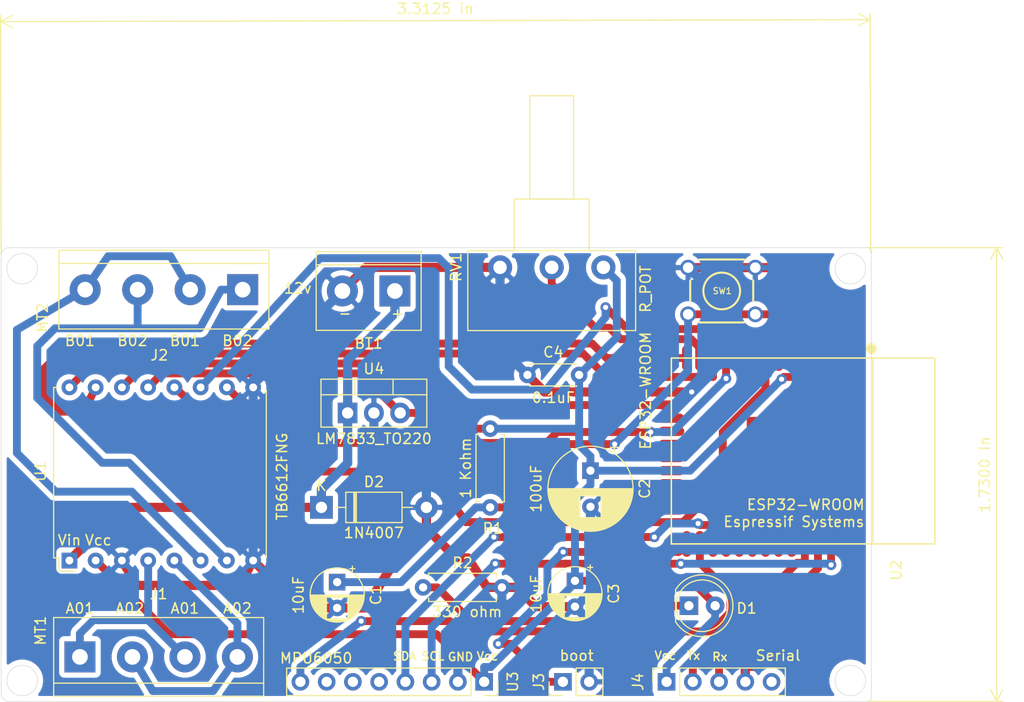
<source format=kicad_pcb>
(kicad_pcb (version 20171130) (host pcbnew 5.1.5+dfsg1-2build2)

  (general
    (thickness 1.6)
    (drawings 35)
    (tracks 256)
    (zones 0)
    (modules 19)
    (nets 47)
  )

  (page A4)
  (title_block
    (title "Esp32 H-bridge ")
    (date 2020-06-02)
    (rev 0)
    (company "Juan David Barrero")
  )

  (layers
    (0 F.Cu signal)
    (31 B.Cu mixed)
    (32 B.Adhes user)
    (33 F.Adhes user)
    (34 B.Paste user)
    (35 F.Paste user)
    (36 B.SilkS user)
    (37 F.SilkS user)
    (38 B.Mask user)
    (39 F.Mask user)
    (40 Dwgs.User user)
    (41 Cmts.User user)
    (42 Eco1.User user)
    (43 Eco2.User user)
    (44 Edge.Cuts user)
    (45 Margin user)
    (46 B.CrtYd user)
    (47 F.CrtYd user)
    (48 B.Fab user)
    (49 F.Fab user)
  )

  (setup
    (last_trace_width 0.25)
    (user_trace_width 0.508)
    (user_trace_width 0.762)
    (user_trace_width 0.889)
    (trace_clearance 0.2)
    (zone_clearance 0.508)
    (zone_45_only no)
    (trace_min 0.2)
    (via_size 0.8)
    (via_drill 0.4)
    (via_min_size 0.4)
    (via_min_drill 0.3)
    (uvia_size 0.3)
    (uvia_drill 0.1)
    (uvias_allowed no)
    (uvia_min_size 0.2)
    (uvia_min_drill 0.1)
    (edge_width 0.05)
    (segment_width 0.2)
    (pcb_text_width 0.3)
    (pcb_text_size 1.5 1.5)
    (mod_edge_width 0.12)
    (mod_text_size 1 1)
    (mod_text_width 0.15)
    (pad_size 1.524 1.524)
    (pad_drill 0.762)
    (pad_to_mask_clearance 0.051)
    (solder_mask_min_width 0.25)
    (aux_axis_origin 0 0)
    (visible_elements FFFFF77F)
    (pcbplotparams
      (layerselection 0x010fc_ffffffff)
      (usegerberextensions false)
      (usegerberattributes false)
      (usegerberadvancedattributes false)
      (creategerberjobfile false)
      (excludeedgelayer true)
      (linewidth 0.100000)
      (plotframeref false)
      (viasonmask false)
      (mode 1)
      (useauxorigin false)
      (hpglpennumber 1)
      (hpglpenspeed 20)
      (hpglpendiameter 15.000000)
      (psnegative false)
      (psa4output false)
      (plotreference true)
      (plotvalue true)
      (plotinvisibletext false)
      (padsonsilk false)
      (subtractmaskfromsilk false)
      (outputformat 1)
      (mirror false)
      (drillshape 1)
      (scaleselection 1)
      (outputdirectory ""))
  )

  (net 0 "")
  (net 1 GND)
  (net 2 /reset)
  (net 3 /Vcc)
  (net 4 "Net-(D1-Pad1)")
  (net 5 /Vin)
  (net 6 /A02)
  (net 7 /A01)
  (net 8 /B02)
  (net 9 /B01)
  (net 10 "Net-(J3-Pad1)")
  (net 11 /RX)
  (net 12 /TX)
  (net 13 "Net-(J4-Pad5)")
  (net 14 /PWA)
  (net 15 /Ain1)
  (net 16 /Ain2)
  (net 17 /Bin1)
  (net 18 /Bin2)
  (net 19 /PWB)
  (net 20 "Net-(U2-Pad37)")
  (net 21 /SCL)
  (net 22 /SDA)
  (net 23 "Net-(U2-Pad32)")
  (net 24 "Net-(U2-Pad31)")
  (net 25 "Net-(U2-Pad30)")
  (net 26 "Net-(U2-Pad29)")
  (net 27 "Net-(U2-Pad28)")
  (net 28 "Net-(U2-Pad27)")
  (net 29 /INT)
  (net 30 "Net-(U2-Pad24)")
  (net 31 "Net-(U2-Pad23)")
  (net 32 "Net-(U2-Pad22)")
  (net 33 "Net-(U2-Pad21)")
  (net 34 "Net-(U2-Pad20)")
  (net 35 "Net-(U2-Pad19)")
  (net 36 "Net-(U2-Pad18)")
  (net 37 "Net-(U2-Pad17)")
  (net 38 "Net-(U2-Pad10)")
  (net 39 "Net-(U2-Pad7)")
  (net 40 "Net-(U2-Pad6)")
  (net 41 "Net-(U2-Pad5)")
  (net 42 "Net-(U2-Pad4)")
  (net 43 "Net-(U3-Pad5)")
  (net 44 "Net-(U3-Pad6)")
  (net 45 "Net-(U3-Pad7)")
  (net 46 /ADC)

  (net_class Default "This is the default net class."
    (clearance 0.2)
    (trace_width 0.25)
    (via_dia 0.8)
    (via_drill 0.4)
    (uvia_dia 0.3)
    (uvia_drill 0.1)
  )

  (net_class power ""
    (clearance 0.2)
    (trace_width 0.889)
    (via_dia 1)
    (via_drill 0.5)
    (uvia_dia 0.3)
    (uvia_drill 0.1)
    (add_net /Vin)
    (add_net GND)
  )

  (net_class signal ""
    (clearance 0.2)
    (trace_width 0.762)
    (via_dia 1)
    (via_drill 0.5)
    (uvia_dia 0.3)
    (uvia_drill 0.1)
    (add_net /A01)
    (add_net /A02)
    (add_net /ADC)
    (add_net /Ain1)
    (add_net /Ain2)
    (add_net /B01)
    (add_net /B02)
    (add_net /Bin1)
    (add_net /Bin2)
    (add_net /INT)
    (add_net /PWA)
    (add_net /PWB)
    (add_net /RX)
    (add_net /SCL)
    (add_net /SDA)
    (add_net /TX)
    (add_net /Vcc)
    (add_net /reset)
    (add_net "Net-(D1-Pad1)")
    (add_net "Net-(J3-Pad1)")
    (add_net "Net-(J4-Pad5)")
    (add_net "Net-(U2-Pad10)")
    (add_net "Net-(U2-Pad17)")
    (add_net "Net-(U2-Pad18)")
    (add_net "Net-(U2-Pad19)")
    (add_net "Net-(U2-Pad20)")
    (add_net "Net-(U2-Pad21)")
    (add_net "Net-(U2-Pad22)")
    (add_net "Net-(U2-Pad23)")
    (add_net "Net-(U2-Pad24)")
    (add_net "Net-(U2-Pad27)")
    (add_net "Net-(U2-Pad28)")
    (add_net "Net-(U2-Pad29)")
    (add_net "Net-(U2-Pad30)")
    (add_net "Net-(U2-Pad31)")
    (add_net "Net-(U2-Pad32)")
    (add_net "Net-(U2-Pad37)")
    (add_net "Net-(U2-Pad4)")
    (add_net "Net-(U2-Pad5)")
    (add_net "Net-(U2-Pad6)")
    (add_net "Net-(U2-Pad7)")
    (add_net "Net-(U3-Pad5)")
    (add_net "Net-(U3-Pad6)")
    (add_net "Net-(U3-Pad7)")
  )

  (module Capacitor_THT:C_Disc_D4.3mm_W1.9mm_P5.00mm (layer F.Cu) (tedit 5AE50EF0) (tstamp 5EDE9B9A)
    (at 173.355 106.045)
    (descr "C, Disc series, Radial, pin pitch=5.00mm, , diameter*width=4.3*1.9mm^2, Capacitor, http://www.vishay.com/docs/45233/krseries.pdf")
    (tags "C Disc series Radial pin pitch 5.00mm  diameter 4.3mm width 1.9mm Capacitor")
    (path /5EE0FBE4)
    (fp_text reference C4 (at 2.5 -2.2) (layer F.SilkS)
      (effects (font (size 1 1) (thickness 0.15)))
    )
    (fp_text value 0.1uF (at 2.5 2.2) (layer F.SilkS)
      (effects (font (size 1 1) (thickness 0.15)))
    )
    (fp_line (start 0.35 -0.95) (end 0.35 0.95) (layer F.Fab) (width 0.1))
    (fp_line (start 0.35 0.95) (end 4.65 0.95) (layer F.Fab) (width 0.1))
    (fp_line (start 4.65 0.95) (end 4.65 -0.95) (layer F.Fab) (width 0.1))
    (fp_line (start 4.65 -0.95) (end 0.35 -0.95) (layer F.Fab) (width 0.1))
    (fp_line (start 0.23 -1.07) (end 4.77 -1.07) (layer F.SilkS) (width 0.12))
    (fp_line (start 0.23 1.07) (end 4.77 1.07) (layer F.SilkS) (width 0.12))
    (fp_line (start 0.23 -1.07) (end 0.23 -1.055) (layer F.SilkS) (width 0.12))
    (fp_line (start 0.23 1.055) (end 0.23 1.07) (layer F.SilkS) (width 0.12))
    (fp_line (start 4.77 -1.07) (end 4.77 -1.055) (layer F.SilkS) (width 0.12))
    (fp_line (start 4.77 1.055) (end 4.77 1.07) (layer F.SilkS) (width 0.12))
    (fp_line (start -1.05 -1.2) (end -1.05 1.2) (layer F.CrtYd) (width 0.05))
    (fp_line (start -1.05 1.2) (end 6.05 1.2) (layer F.CrtYd) (width 0.05))
    (fp_line (start 6.05 1.2) (end 6.05 -1.2) (layer F.CrtYd) (width 0.05))
    (fp_line (start 6.05 -1.2) (end -1.05 -1.2) (layer F.CrtYd) (width 0.05))
    (fp_text user %R (at 2.5 0 180) (layer F.Fab)
      (effects (font (size 0.86 0.86) (thickness 0.129)))
    )
    (pad 1 thru_hole circle (at 0 0) (size 1.6 1.6) (drill 0.8) (layers *.Cu *.Mask)
      (net 1 GND))
    (pad 2 thru_hole circle (at 5 0) (size 1.6 1.6) (drill 0.8) (layers *.Cu *.Mask)
      (net 3 /Vcc))
    (model ${KISYS3DMOD}/Capacitor_THT.3dshapes/C_Disc_D4.3mm_W1.9mm_P5.00mm.wrl
      (at (xyz 0 0 0))
      (scale (xyz 1 1 1))
      (rotate (xyz 0 0 0))
    )
  )

  (module Connector_PinSocket_2.54mm:PinSocket_1x08_P2.54mm_Vertical (layer F.Cu) (tedit 5A19A420) (tstamp 5EDEB1D9)
    (at 169.164 135.763 270)
    (descr "Through hole straight socket strip, 1x08, 2.54mm pitch, single row (from Kicad 4.0.7), script generated")
    (tags "Through hole socket strip THT 1x08 2.54mm single row")
    (path /5ED6DBFD)
    (fp_text reference U3 (at 0 -2.77 90) (layer F.SilkS)
      (effects (font (size 1 1) (thickness 0.15)))
    )
    (fp_text value MPU6050 (at -2.286 16.256 180) (layer F.SilkS)
      (effects (font (size 1 1) (thickness 0.15)))
    )
    (fp_text user %R (at 0 8.89) (layer F.Fab)
      (effects (font (size 1 1) (thickness 0.15)))
    )
    (fp_line (start -1.8 19.55) (end -1.8 -1.8) (layer F.CrtYd) (width 0.05))
    (fp_line (start 1.75 19.55) (end -1.8 19.55) (layer F.CrtYd) (width 0.05))
    (fp_line (start 1.75 -1.8) (end 1.75 19.55) (layer F.CrtYd) (width 0.05))
    (fp_line (start -1.8 -1.8) (end 1.75 -1.8) (layer F.CrtYd) (width 0.05))
    (fp_line (start 0 -1.33) (end 1.33 -1.33) (layer F.SilkS) (width 0.12))
    (fp_line (start 1.33 -1.33) (end 1.33 0) (layer F.SilkS) (width 0.12))
    (fp_line (start 1.33 1.27) (end 1.33 19.11) (layer F.SilkS) (width 0.12))
    (fp_line (start -1.33 19.11) (end 1.33 19.11) (layer F.SilkS) (width 0.12))
    (fp_line (start -1.33 1.27) (end -1.33 19.11) (layer F.SilkS) (width 0.12))
    (fp_line (start -1.33 1.27) (end 1.33 1.27) (layer F.SilkS) (width 0.12))
    (fp_line (start -1.27 19.05) (end -1.27 -1.27) (layer F.Fab) (width 0.1))
    (fp_line (start 1.27 19.05) (end -1.27 19.05) (layer F.Fab) (width 0.1))
    (fp_line (start 1.27 -0.635) (end 1.27 19.05) (layer F.Fab) (width 0.1))
    (fp_line (start 0.635 -1.27) (end 1.27 -0.635) (layer F.Fab) (width 0.1))
    (fp_line (start -1.27 -1.27) (end 0.635 -1.27) (layer F.Fab) (width 0.1))
    (pad 8 thru_hole oval (at 0 17.78 270) (size 1.7 1.7) (drill 1) (layers *.Cu *.Mask)
      (net 29 /INT))
    (pad 7 thru_hole oval (at 0 15.24 270) (size 1.7 1.7) (drill 1) (layers *.Cu *.Mask)
      (net 45 "Net-(U3-Pad7)"))
    (pad 6 thru_hole oval (at 0 12.7 270) (size 1.7 1.7) (drill 1) (layers *.Cu *.Mask)
      (net 44 "Net-(U3-Pad6)"))
    (pad 5 thru_hole oval (at 0 10.16 270) (size 1.7 1.7) (drill 1) (layers *.Cu *.Mask)
      (net 43 "Net-(U3-Pad5)"))
    (pad 4 thru_hole oval (at 0 7.62 270) (size 1.7 1.7) (drill 1) (layers *.Cu *.Mask)
      (net 22 /SDA))
    (pad 3 thru_hole oval (at 0 5.08 270) (size 1.7 1.7) (drill 1) (layers *.Cu *.Mask)
      (net 21 /SCL))
    (pad 2 thru_hole oval (at 0 2.54 270) (size 1.7 1.7) (drill 1) (layers *.Cu *.Mask)
      (net 1 GND))
    (pad 1 thru_hole rect (at 0 0 270) (size 1.7 1.7) (drill 1) (layers *.Cu *.Mask)
      (net 3 /Vcc))
    (model ${KISYS3DMOD}/Connector_PinSocket_2.54mm.3dshapes/PinSocket_1x08_P2.54mm_Vertical.wrl
      (at (xyz 0 0 0))
      (scale (xyz 1 1 1))
      (rotate (xyz 0 0 0))
    )
  )

  (module ESP32-footprints-Lib:ESP32-WROOM (layer F.Cu) (tedit 57D08EA8) (tstamp 5ED73E9C)
    (at 200.025 113.411 90)
    (path /5ED3E5B9)
    (fp_text reference U2 (at -11.557 9.017 90) (layer F.SilkS)
      (effects (font (size 1 1) (thickness 0.15)))
    )
    (fp_text value ESP32-WROOM (at 5.842 -15.24 90) (layer F.SilkS)
      (effects (font (size 1 1) (thickness 0.15)))
    )
    (fp_line (start -9 12.75) (end 9 12.75) (layer F.SilkS) (width 0.15))
    (fp_line (start -9 -12.75) (end 9 -12.75) (layer F.SilkS) (width 0.15))
    (fp_line (start -9 12.75) (end -9 -12.75) (layer F.SilkS) (width 0.15))
    (fp_line (start 9 12.75) (end 9 -12.75) (layer F.SilkS) (width 0.15))
    (fp_line (start -9 6.75) (end 9 6.75) (layer F.SilkS) (width 0.15))
    (fp_text user ESP32-WROOM (at -5.207 0.254) (layer F.SilkS)
      (effects (font (size 1 1) (thickness 0.15)))
    )
    (fp_circle (center 9.906 6.604) (end 10.033 6.858) (layer F.SilkS) (width 0.5))
    (fp_text user "Espressif Systems" (at -6.858 -0.889) (layer F.SilkS)
      (effects (font (size 1 1) (thickness 0.15)))
    )
    (pad 39 smd rect (at 0.3 -2.45 90) (size 6 6) (layers F.Cu F.Paste F.Mask)
      (net 1 GND))
    (pad 1 smd oval (at 9 5.25 90) (size 2.5 0.9) (layers F.Cu F.Paste F.Mask)
      (net 1 GND))
    (pad 2 smd oval (at 9 3.98 90) (size 2.5 0.9) (layers F.Cu F.Paste F.Mask)
      (net 3 /Vcc))
    (pad 3 smd oval (at 9 2.71 90) (size 2.5 0.9) (layers F.Cu F.Paste F.Mask)
      (net 2 /reset))
    (pad 4 smd oval (at 9 1.44 90) (size 2.5 0.9) (layers F.Cu F.Paste F.Mask)
      (net 42 "Net-(U2-Pad4)"))
    (pad 5 smd oval (at 9 0.17 90) (size 2.5 0.9) (layers F.Cu F.Paste F.Mask)
      (net 41 "Net-(U2-Pad5)"))
    (pad 6 smd oval (at 9 -1.1 90) (size 2.5 0.9) (layers F.Cu F.Paste F.Mask)
      (net 40 "Net-(U2-Pad6)"))
    (pad 7 smd oval (at 9 -2.37 90) (size 2.5 0.9) (layers F.Cu F.Paste F.Mask)
      (net 39 "Net-(U2-Pad7)"))
    (pad 8 smd oval (at 9 -3.64 90) (size 2.5 0.9) (layers F.Cu F.Paste F.Mask)
      (net 17 /Bin1))
    (pad 9 smd oval (at 9 -4.91 90) (size 2.5 0.9) (layers F.Cu F.Paste F.Mask)
      (net 18 /Bin2))
    (pad 10 smd oval (at 9 -6.18 90) (size 2.5 0.9) (layers F.Cu F.Paste F.Mask)
      (net 38 "Net-(U2-Pad10)"))
    (pad 11 smd oval (at 9 -7.45 90) (size 2.5 0.9) (layers F.Cu F.Paste F.Mask)
      (net 19 /PWB))
    (pad 12 smd oval (at 9 -8.72 90) (size 2.5 0.9) (layers F.Cu F.Paste F.Mask)
      (net 14 /PWA))
    (pad 13 smd oval (at 9 -9.99 90) (size 2.5 0.9) (layers F.Cu F.Paste F.Mask)
      (net 46 /ADC))
    (pad 14 smd oval (at 9 -11.26 90) (size 2.5 0.9) (layers F.Cu F.Paste F.Mask)
      (net 15 /Ain1))
    (pad 15 smd oval (at 5.715 -12.75 90) (size 0.9 2.5) (layers F.Cu F.Paste F.Mask)
      (net 1 GND))
    (pad 16 smd oval (at 4.445 -12.75 90) (size 0.9 2.5) (layers F.Cu F.Paste F.Mask)
      (net 16 /Ain2))
    (pad 17 smd oval (at 3.175 -12.75 90) (size 0.9 2.5) (layers F.Cu F.Paste F.Mask)
      (net 37 "Net-(U2-Pad17)"))
    (pad 18 smd oval (at 1.905 -12.75 90) (size 0.9 2.5) (layers F.Cu F.Paste F.Mask)
      (net 36 "Net-(U2-Pad18)"))
    (pad 19 smd oval (at 0.635 -12.75 90) (size 0.9 2.5) (layers F.Cu F.Paste F.Mask)
      (net 35 "Net-(U2-Pad19)"))
    (pad 20 smd oval (at -0.635 -12.75 90) (size 0.9 2.5) (layers F.Cu F.Paste F.Mask)
      (net 34 "Net-(U2-Pad20)"))
    (pad 21 smd oval (at -1.905 -12.75 90) (size 0.9 2.5) (layers F.Cu F.Paste F.Mask)
      (net 33 "Net-(U2-Pad21)"))
    (pad 22 smd oval (at -3.175 -12.75 90) (size 0.9 2.5) (layers F.Cu F.Paste F.Mask)
      (net 32 "Net-(U2-Pad22)"))
    (pad 23 smd oval (at -4.445 -12.75 90) (size 0.9 2.5) (layers F.Cu F.Paste F.Mask)
      (net 31 "Net-(U2-Pad23)"))
    (pad 24 smd oval (at -5.715 -12.75 90) (size 0.9 2.5) (layers F.Cu F.Paste F.Mask)
      (net 30 "Net-(U2-Pad24)"))
    (pad 25 smd oval (at -9 -11.26 90) (size 2.5 0.9) (layers F.Cu F.Paste F.Mask)
      (net 10 "Net-(J3-Pad1)"))
    (pad 26 smd oval (at -9 -9.99 90) (size 2.5 0.9) (layers F.Cu F.Paste F.Mask)
      (net 29 /INT))
    (pad 27 smd oval (at -9 -8.72 90) (size 2.5 0.9) (layers F.Cu F.Paste F.Mask)
      (net 28 "Net-(U2-Pad27)"))
    (pad 28 smd oval (at -9 -7.45 90) (size 2.5 0.9) (layers F.Cu F.Paste F.Mask)
      (net 27 "Net-(U2-Pad28)"))
    (pad 29 smd oval (at -9 -6.18 90) (size 2.5 0.9) (layers F.Cu F.Paste F.Mask)
      (net 26 "Net-(U2-Pad29)"))
    (pad 30 smd oval (at -9 -4.91 90) (size 2.5 0.9) (layers F.Cu F.Paste F.Mask)
      (net 25 "Net-(U2-Pad30)"))
    (pad 31 smd oval (at -9 -3.64 90) (size 2.5 0.9) (layers F.Cu F.Paste F.Mask)
      (net 24 "Net-(U2-Pad31)"))
    (pad 32 smd oval (at -9 -2.37 90) (size 2.5 0.9) (layers F.Cu F.Paste F.Mask)
      (net 23 "Net-(U2-Pad32)"))
    (pad 33 smd oval (at -9 -1.1 90) (size 2.5 0.9) (layers F.Cu F.Paste F.Mask)
      (net 22 /SDA))
    (pad 34 smd oval (at -9 0.17 90) (size 2.5 0.9) (layers F.Cu F.Paste F.Mask)
      (net 11 /RX))
    (pad 35 smd oval (at -9 1.44 90) (size 2.5 0.9) (layers F.Cu F.Paste F.Mask)
      (net 12 /TX))
    (pad 36 smd oval (at -9 2.71 90) (size 2.5 0.9) (layers F.Cu F.Paste F.Mask)
      (net 21 /SCL))
    (pad 37 smd oval (at -9 3.98 90) (size 2.5 0.9) (layers F.Cu F.Paste F.Mask)
      (net 20 "Net-(U2-Pad37)"))
    (pad 38 smd oval (at -9 5.25 90) (size 2.5 0.9) (layers F.Cu F.Paste F.Mask)
      (net 1 GND))
  )

  (module Package_TO_SOT_THT:TO-220-3_Vertical (layer F.Cu) (tedit 5AC8BA0D) (tstamp 5ED73E83)
    (at 155.956 109.728)
    (descr "TO-220-3, Vertical, RM 2.54mm, see https://www.vishay.com/docs/66542/to-220-1.pdf")
    (tags "TO-220-3 Vertical RM 2.54mm")
    (path /5ED6F10F)
    (fp_text reference U4 (at 2.54 -4.27) (layer F.SilkS)
      (effects (font (size 1 1) (thickness 0.15)))
    )
    (fp_text value LM7833_TO220 (at 2.54 2.5) (layer F.SilkS)
      (effects (font (size 1 1) (thickness 0.15)))
    )
    (fp_text user %R (at 2.54 -4.27) (layer F.Fab)
      (effects (font (size 1 1) (thickness 0.15)))
    )
    (fp_line (start 7.79 -3.4) (end -2.71 -3.4) (layer F.CrtYd) (width 0.05))
    (fp_line (start 7.79 1.51) (end 7.79 -3.4) (layer F.CrtYd) (width 0.05))
    (fp_line (start -2.71 1.51) (end 7.79 1.51) (layer F.CrtYd) (width 0.05))
    (fp_line (start -2.71 -3.4) (end -2.71 1.51) (layer F.CrtYd) (width 0.05))
    (fp_line (start 4.391 -3.27) (end 4.391 -1.76) (layer F.SilkS) (width 0.12))
    (fp_line (start 0.69 -3.27) (end 0.69 -1.76) (layer F.SilkS) (width 0.12))
    (fp_line (start -2.58 -1.76) (end 7.66 -1.76) (layer F.SilkS) (width 0.12))
    (fp_line (start 7.66 -3.27) (end 7.66 1.371) (layer F.SilkS) (width 0.12))
    (fp_line (start -2.58 -3.27) (end -2.58 1.371) (layer F.SilkS) (width 0.12))
    (fp_line (start -2.58 1.371) (end 7.66 1.371) (layer F.SilkS) (width 0.12))
    (fp_line (start -2.58 -3.27) (end 7.66 -3.27) (layer F.SilkS) (width 0.12))
    (fp_line (start 4.39 -3.15) (end 4.39 -1.88) (layer F.Fab) (width 0.1))
    (fp_line (start 0.69 -3.15) (end 0.69 -1.88) (layer F.Fab) (width 0.1))
    (fp_line (start -2.46 -1.88) (end 7.54 -1.88) (layer F.Fab) (width 0.1))
    (fp_line (start 7.54 -3.15) (end -2.46 -3.15) (layer F.Fab) (width 0.1))
    (fp_line (start 7.54 1.25) (end 7.54 -3.15) (layer F.Fab) (width 0.1))
    (fp_line (start -2.46 1.25) (end 7.54 1.25) (layer F.Fab) (width 0.1))
    (fp_line (start -2.46 -3.15) (end -2.46 1.25) (layer F.Fab) (width 0.1))
    (pad 3 thru_hole oval (at 5.08 0) (size 1.905 2) (drill 1.1) (layers *.Cu *.Mask)
      (net 3 /Vcc))
    (pad 2 thru_hole oval (at 2.54 0) (size 1.905 2) (drill 1.1) (layers *.Cu *.Mask)
      (net 1 GND))
    (pad 1 thru_hole rect (at 0 0) (size 1.905 2) (drill 1.1) (layers *.Cu *.Mask)
      (net 5 /Vin))
    (model ${KISYS3DMOD}/Package_TO_SOT_THT.3dshapes/TO-220-3_Vertical.wrl
      (at (xyz 0 0 0))
      (scale (xyz 1 1 1))
      (rotate (xyz 0 0 0))
    )
  )

  (module JuanDavid:TB6612FNG (layer F.Cu) (tedit 5ED6C1DB) (tstamp 5ED73E60)
    (at 134.366 116.396 90)
    (path /5EDBDFBD)
    (fp_text reference U1 (at 1.016 -8.128 270) (layer F.SilkS)
      (effects (font (size 1 1) (thickness 0.15)))
    )
    (fp_text value TB6612FNG (at 0.508 15.24 90) (layer F.SilkS)
      (effects (font (size 1 1) (thickness 0.15)))
    )
    (fp_line (start -6.858 13.716) (end -7.366 13.716) (layer F.SilkS) (width 0.12))
    (fp_line (start -6.858 13.716) (end 8.89 13.716) (layer F.SilkS) (width 0.12))
    (fp_line (start 9.144 -6.858) (end 9.144 -6.35) (layer F.SilkS) (width 0.12))
    (fp_line (start -7.366 -6.858) (end 9.144 -6.858) (layer F.SilkS) (width 0.12))
    (fp_line (start -7.366 -6.35) (end -7.366 -6.858) (layer F.SilkS) (width 0.12))
    (fp_line (start -8.636 -6.35) (end -7.366 -6.35) (layer F.SilkS) (width 0.12))
    (fp_line (start -8.636 -4.826) (end -8.636 -6.35) (layer F.SilkS) (width 0.12))
    (fp_line (start -9.271 -6.985) (end -9.271 13.843) (layer F.CrtYd) (width 0.12))
    (fp_line (start 10.795 -6.985) (end -9.271 -6.985) (layer F.CrtYd) (width 0.12))
    (fp_line (start 10.795 13.843) (end 10.795 -6.985) (layer F.CrtYd) (width 0.12))
    (fp_line (start -9.271 13.843) (end 10.795 13.843) (layer F.CrtYd) (width 0.12))
    (fp_line (start -6.858 13.462) (end 8.382 13.462) (layer F.Fab) (width 0.12))
    (fp_line (start -6.858 -6.604) (end 8.382 -6.604) (layer F.Fab) (width 0.12))
    (fp_line (start -9.271 13.462) (end -9.271 13.843) (layer F.Fab) (width 0.12))
    (fp_line (start 8.382 -6.604) (end 8.382 13.462) (layer F.Fab) (width 0.12))
    (fp_line (start -6.858 -6.604) (end -6.858 13.462) (layer F.Fab) (width 0.12))
    (pad 9 thru_hole circle (at 9.144 12.446 90) (size 1.524 1.524) (drill 0.762) (layers *.Cu *.Mask)
      (net 1 GND))
    (pad 8 thru_hole circle (at -7.62 12.446 90) (size 1.524 1.524) (drill 0.762) (layers *.Cu *.Mask)
      (net 1 GND))
    (pad 7 thru_hole circle (at -7.62 9.906 90) (size 1.524 1.524) (drill 0.762) (layers *.Cu *.Mask)
      (net 9 /B01))
    (pad 10 thru_hole circle (at 9.144 9.906 90) (size 1.524 1.524) (drill 0.762) (layers *.Cu *.Mask)
      (net 19 /PWB))
    (pad 6 thru_hole circle (at -7.62 7.366 90) (size 1.524 1.524) (drill 0.762) (layers *.Cu *.Mask)
      (net 8 /B02))
    (pad 11 thru_hole circle (at 9.144 7.366 90) (size 1.524 1.524) (drill 0.762) (layers *.Cu *.Mask)
      (net 18 /Bin2))
    (pad 12 thru_hole circle (at 9.144 4.826 90) (size 1.524 1.524) (drill 0.762) (layers *.Cu *.Mask)
      (net 17 /Bin1))
    (pad 5 thru_hole circle (at -7.62 4.826 90) (size 1.524 1.524) (drill 0.762) (layers *.Cu *.Mask)
      (net 6 /A02))
    (pad 4 thru_hole circle (at -7.62 2.286 90) (size 1.524 1.524) (drill 0.762) (layers *.Cu *.Mask)
      (net 7 /A01))
    (pad 13 thru_hole circle (at 9.144 2.286 90) (size 1.524 1.524) (drill 0.762) (layers *.Cu *.Mask)
      (net 3 /Vcc))
    (pad 3 thru_hole circle (at -7.62 -0.254 90) (size 1.524 1.524) (drill 0.762) (layers *.Cu *.Mask)
      (net 1 GND))
    (pad 14 thru_hole circle (at 9.144 -0.254 90) (size 1.524 1.524) (drill 0.762) (layers *.Cu *.Mask)
      (net 16 /Ain2))
    (pad 15 thru_hole circle (at 9.144 -2.794 90) (size 1.524 1.524) (drill 0.762) (layers *.Cu *.Mask)
      (net 15 /Ain1))
    (pad 16 thru_hole circle (at 9.144 -5.334 90) (size 1.524 1.524) (drill 0.762) (layers *.Cu *.Mask)
      (net 14 /PWA))
    (pad 2 thru_hole circle (at -7.62 -2.794 90) (size 1.524 1.524) (drill 0.762) (layers *.Cu *.Mask)
      (net 3 /Vcc))
    (pad 1 thru_hole rect (at -7.62 -5.334 90) (size 1.524 1.524) (drill 0.762) (layers *.Cu *.Mask)
      (net 5 /Vin))
  )

  (module freetronics_footprints:SW_PUSHBUTTON_PTH (layer F.Cu) (tedit 5477A5C1) (tstamp 5ED7505F)
    (at 192.151 97.917 180)
    (descr "<b>OMRON SWITCH</b>")
    (path /5EDE5818)
    (fp_text reference SW1 (at -0.05 0) (layer F.SilkS)
      (effects (font (size 0.6 0.6) (thickness 0.1)))
    )
    (fp_text value reset (at 0 0) (layer Eco1.User) hide
      (effects (font (size 0 0) (thickness 0.000001)))
    )
    (fp_circle (center 0 0) (end 1.778 0) (layer F.SilkS) (width 0.2032))
    (fp_line (start -2.54 -0.508) (end -2.159 0.381) (layer Cmts.User) (width 0.2032))
    (fp_line (start -2.54 0.508) (end -2.54 1.27) (layer Cmts.User) (width 0.2032))
    (fp_line (start -2.54 -1.27) (end -2.54 -0.508) (layer Cmts.User) (width 0.2032))
    (fp_line (start -3.048 -1.02616) (end -3.048 1.016) (layer F.SilkS) (width 0.2032))
    (fp_line (start 3.048 -0.99568) (end 3.048 1.016) (layer F.SilkS) (width 0.2032))
    (fp_line (start -2.159 3.048) (end 2.159 3.048) (layer F.SilkS) (width 0.2032))
    (fp_line (start 2.159 -3.048) (end -2.159 -3.048) (layer F.SilkS) (width 0.2032))
    (fp_line (start 2.54 -3.048) (end 2.159 -3.048) (layer Cmts.User) (width 0.2032))
    (fp_line (start -2.54 -3.048) (end -2.159 -3.048) (layer Cmts.User) (width 0.2032))
    (fp_line (start -2.54 3.048) (end -2.159 3.048) (layer Cmts.User) (width 0.2032))
    (fp_line (start 2.54 3.048) (end 2.159 3.048) (layer Cmts.User) (width 0.2032))
    (fp_line (start -3.048 2.54) (end -3.048 1.016) (layer Cmts.User) (width 0.2032))
    (fp_line (start -2.54 3.048) (end -3.048 2.54) (layer Cmts.User) (width 0.2032))
    (fp_line (start -3.048 -2.54) (end -3.048 -1.016) (layer Cmts.User) (width 0.2032))
    (fp_line (start -2.54 -3.048) (end -3.048 -2.54) (layer Cmts.User) (width 0.2032))
    (fp_line (start 3.048 2.54) (end 3.048 1.016) (layer Cmts.User) (width 0.2032))
    (fp_line (start 2.54 3.048) (end 3.048 2.54) (layer Cmts.User) (width 0.2032))
    (fp_line (start 3.048 -2.54) (end 2.54 -3.048) (layer Cmts.User) (width 0.2032))
    (fp_line (start 3.048 -1.016) (end 3.048 -2.54) (layer Cmts.User) (width 0.2032))
    (pad 2 thru_hole oval (at 3.2512 2.2606 180) (size 1.524 1.524) (drill 1.016) (layers *.Cu *.Mask)
      (net 1 GND))
    (pad 2 thru_hole oval (at -3.2512 2.2606 180) (size 1.524 1.524) (drill 1.016) (layers *.Cu *.Mask)
      (net 1 GND))
    (pad 1 thru_hole oval (at 3.2512 -2.2606 180) (size 1.524 1.524) (drill 1.016) (layers *.Cu *.Mask)
      (net 2 /reset))
    (pad 1 thru_hole oval (at -3.2512 -2.2606 180) (size 1.524 1.524) (drill 1.016) (layers *.Cu *.Mask)
      (net 2 /reset))
  )

  (module Resistor_THT:R_Axial_DIN0207_L6.3mm_D2.5mm_P7.62mm_Horizontal (layer F.Cu) (tedit 5AE5139B) (tstamp 5EDECD0A)
    (at 163.258 126.619)
    (descr "Resistor, Axial_DIN0207 series, Axial, Horizontal, pin pitch=7.62mm, 0.25W = 1/4W, length*diameter=6.3*2.5mm^2, http://cdn-reichelt.de/documents/datenblatt/B400/1_4W%23YAG.pdf")
    (tags "Resistor Axial_DIN0207 series Axial Horizontal pin pitch 7.62mm 0.25W = 1/4W length 6.3mm diameter 2.5mm")
    (path /5ED77AE1)
    (fp_text reference R2 (at 3.81 -2.37) (layer F.SilkS)
      (effects (font (size 1 1) (thickness 0.15)))
    )
    (fp_text value "330 ohm" (at 4.2545 2.37) (layer F.SilkS)
      (effects (font (size 1 1) (thickness 0.15)))
    )
    (fp_text user %R (at 3.81 0) (layer F.Fab)
      (effects (font (size 1 1) (thickness 0.15)))
    )
    (fp_line (start 8.67 -1.5) (end -1.05 -1.5) (layer F.CrtYd) (width 0.05))
    (fp_line (start 8.67 1.5) (end 8.67 -1.5) (layer F.CrtYd) (width 0.05))
    (fp_line (start -1.05 1.5) (end 8.67 1.5) (layer F.CrtYd) (width 0.05))
    (fp_line (start -1.05 -1.5) (end -1.05 1.5) (layer F.CrtYd) (width 0.05))
    (fp_line (start 7.08 1.37) (end 7.08 1.04) (layer F.SilkS) (width 0.12))
    (fp_line (start 0.54 1.37) (end 7.08 1.37) (layer F.SilkS) (width 0.12))
    (fp_line (start 0.54 1.04) (end 0.54 1.37) (layer F.SilkS) (width 0.12))
    (fp_line (start 7.08 -1.37) (end 7.08 -1.04) (layer F.SilkS) (width 0.12))
    (fp_line (start 0.54 -1.37) (end 7.08 -1.37) (layer F.SilkS) (width 0.12))
    (fp_line (start 0.54 -1.04) (end 0.54 -1.37) (layer F.SilkS) (width 0.12))
    (fp_line (start 7.62 0) (end 6.96 0) (layer F.Fab) (width 0.1))
    (fp_line (start 0 0) (end 0.66 0) (layer F.Fab) (width 0.1))
    (fp_line (start 6.96 -1.25) (end 0.66 -1.25) (layer F.Fab) (width 0.1))
    (fp_line (start 6.96 1.25) (end 6.96 -1.25) (layer F.Fab) (width 0.1))
    (fp_line (start 0.66 1.25) (end 6.96 1.25) (layer F.Fab) (width 0.1))
    (fp_line (start 0.66 -1.25) (end 0.66 1.25) (layer F.Fab) (width 0.1))
    (pad 2 thru_hole oval (at 7.62 0) (size 1.6 1.6) (drill 0.8) (layers *.Cu *.Mask)
      (net 1 GND))
    (pad 1 thru_hole circle (at 0 0) (size 1.6 1.6) (drill 0.8) (layers *.Cu *.Mask)
      (net 4 "Net-(D1-Pad1)"))
    (model ${KISYS3DMOD}/Resistor_THT.3dshapes/R_Axial_DIN0207_L6.3mm_D2.5mm_P7.62mm_Horizontal.wrl
      (at (xyz 0 0 0))
      (scale (xyz 1 1 1))
      (rotate (xyz 0 0 0))
    )
  )

  (module Resistor_THT:R_Axial_DIN0207_L6.3mm_D2.5mm_P7.62mm_Horizontal (layer F.Cu) (tedit 5AE5139B) (tstamp 5ED73E19)
    (at 169.746 111.252 270)
    (descr "Resistor, Axial_DIN0207 series, Axial, Horizontal, pin pitch=7.62mm, 0.25W = 1/4W, length*diameter=6.3*2.5mm^2, http://cdn-reichelt.de/documents/datenblatt/B400/1_4W%23YAG.pdf")
    (tags "Resistor Axial_DIN0207 series Axial Horizontal pin pitch 7.62mm 0.25W = 1/4W length 6.3mm diameter 2.5mm")
    (path /5EDE114C)
    (fp_text reference R1 (at 9.652 -0.254 180) (layer F.SilkS)
      (effects (font (size 1 1) (thickness 0.15)))
    )
    (fp_text value "1 Kohm" (at 3.81 2.37 90) (layer F.SilkS)
      (effects (font (size 1 1) (thickness 0.15)))
    )
    (fp_line (start 0.66 -1.25) (end 0.66 1.25) (layer F.Fab) (width 0.1))
    (fp_line (start 0.66 1.25) (end 6.96 1.25) (layer F.Fab) (width 0.1))
    (fp_line (start 6.96 1.25) (end 6.96 -1.25) (layer F.Fab) (width 0.1))
    (fp_line (start 6.96 -1.25) (end 0.66 -1.25) (layer F.Fab) (width 0.1))
    (fp_line (start 0 0) (end 0.66 0) (layer F.Fab) (width 0.1))
    (fp_line (start 7.62 0) (end 6.96 0) (layer F.Fab) (width 0.1))
    (fp_line (start 0.54 -1.04) (end 0.54 -1.37) (layer F.SilkS) (width 0.12))
    (fp_line (start 0.54 -1.37) (end 7.08 -1.37) (layer F.SilkS) (width 0.12))
    (fp_line (start 7.08 -1.37) (end 7.08 -1.04) (layer F.SilkS) (width 0.12))
    (fp_line (start 0.54 1.04) (end 0.54 1.37) (layer F.SilkS) (width 0.12))
    (fp_line (start 0.54 1.37) (end 7.08 1.37) (layer F.SilkS) (width 0.12))
    (fp_line (start 7.08 1.37) (end 7.08 1.04) (layer F.SilkS) (width 0.12))
    (fp_line (start -1.05 -1.5) (end -1.05 1.5) (layer F.CrtYd) (width 0.05))
    (fp_line (start -1.05 1.5) (end 8.67 1.5) (layer F.CrtYd) (width 0.05))
    (fp_line (start 8.67 1.5) (end 8.67 -1.5) (layer F.CrtYd) (width 0.05))
    (fp_line (start 8.67 -1.5) (end -1.05 -1.5) (layer F.CrtYd) (width 0.05))
    (fp_text user %R (at 3.81 0 90) (layer F.Fab)
      (effects (font (size 1 1) (thickness 0.15)))
    )
    (pad 1 thru_hole circle (at 0 0 270) (size 1.6 1.6) (drill 0.8) (layers *.Cu *.Mask)
      (net 3 /Vcc))
    (pad 2 thru_hole oval (at 7.62 0 270) (size 1.6 1.6) (drill 0.8) (layers *.Cu *.Mask)
      (net 2 /reset))
    (model ${KISYS3DMOD}/Resistor_THT.3dshapes/R_Axial_DIN0207_L6.3mm_D2.5mm_P7.62mm_Horizontal.wrl
      (at (xyz 0 0 0))
      (scale (xyz 1 1 1))
      (rotate (xyz 0 0 0))
    )
  )

  (module Connector_PinSocket_2.54mm:PinSocket_1x05_P2.54mm_Vertical (layer F.Cu) (tedit 5A19A420) (tstamp 5ED73E01)
    (at 186.817 135.763 90)
    (descr "Through hole straight socket strip, 1x05, 2.54mm pitch, single row (from Kicad 4.0.7), script generated")
    (tags "Through hole socket strip THT 1x05 2.54mm single row")
    (path /5ED6A301)
    (fp_text reference J4 (at 0 -2.77 90) (layer F.SilkS)
      (effects (font (size 1 1) (thickness 0.15)))
    )
    (fp_text value Serial (at 2.54 10.795 180) (layer F.SilkS)
      (effects (font (size 1 1) (thickness 0.15)))
    )
    (fp_text user %R (at 0 5.08) (layer F.Fab)
      (effects (font (size 1 1) (thickness 0.15)))
    )
    (fp_line (start -1.8 11.9) (end -1.8 -1.8) (layer F.CrtYd) (width 0.05))
    (fp_line (start 1.75 11.9) (end -1.8 11.9) (layer F.CrtYd) (width 0.05))
    (fp_line (start 1.75 -1.8) (end 1.75 11.9) (layer F.CrtYd) (width 0.05))
    (fp_line (start -1.8 -1.8) (end 1.75 -1.8) (layer F.CrtYd) (width 0.05))
    (fp_line (start 0 -1.33) (end 1.33 -1.33) (layer F.SilkS) (width 0.12))
    (fp_line (start 1.33 -1.33) (end 1.33 0) (layer F.SilkS) (width 0.12))
    (fp_line (start 1.33 1.27) (end 1.33 11.49) (layer F.SilkS) (width 0.12))
    (fp_line (start -1.33 11.49) (end 1.33 11.49) (layer F.SilkS) (width 0.12))
    (fp_line (start -1.33 1.27) (end -1.33 11.49) (layer F.SilkS) (width 0.12))
    (fp_line (start -1.33 1.27) (end 1.33 1.27) (layer F.SilkS) (width 0.12))
    (fp_line (start -1.27 11.43) (end -1.27 -1.27) (layer F.Fab) (width 0.1))
    (fp_line (start 1.27 11.43) (end -1.27 11.43) (layer F.Fab) (width 0.1))
    (fp_line (start 1.27 -0.635) (end 1.27 11.43) (layer F.Fab) (width 0.1))
    (fp_line (start 0.635 -1.27) (end 1.27 -0.635) (layer F.Fab) (width 0.1))
    (fp_line (start -1.27 -1.27) (end 0.635 -1.27) (layer F.Fab) (width 0.1))
    (pad 5 thru_hole oval (at 0 10.16 90) (size 1.7 1.7) (drill 1) (layers *.Cu *.Mask)
      (net 13 "Net-(J4-Pad5)"))
    (pad 4 thru_hole oval (at 0 7.62 90) (size 1.7 1.7) (drill 1) (layers *.Cu *.Mask)
      (net 1 GND))
    (pad 3 thru_hole oval (at 0 5.08 90) (size 1.7 1.7) (drill 1) (layers *.Cu *.Mask)
      (net 12 /TX))
    (pad 2 thru_hole oval (at 0 2.54 90) (size 1.7 1.7) (drill 1) (layers *.Cu *.Mask)
      (net 11 /RX))
    (pad 1 thru_hole rect (at 0 0 90) (size 1.7 1.7) (drill 1) (layers *.Cu *.Mask)
      (net 3 /Vcc))
    (model ${KISYS3DMOD}/Connector_PinSocket_2.54mm.3dshapes/PinSocket_1x05_P2.54mm_Vertical.wrl
      (at (xyz 0 0 0))
      (scale (xyz 1 1 1))
      (rotate (xyz 0 0 0))
    )
  )

  (module Connector_PinHeader_2.54mm:PinHeader_1x02_P2.54mm_Vertical (layer F.Cu) (tedit 59FED5CC) (tstamp 5EDEB2AB)
    (at 176.784 135.763 90)
    (descr "Through hole straight pin header, 1x02, 2.54mm pitch, single row")
    (tags "Through hole pin header THT 1x02 2.54mm single row")
    (path /5EDCE931)
    (fp_text reference J3 (at 0 -2.33 90) (layer F.SilkS)
      (effects (font (size 1 1) (thickness 0.15)))
    )
    (fp_text value boot (at 2.54 1.3335 180) (layer F.SilkS)
      (effects (font (size 1 1) (thickness 0.15)))
    )
    (fp_text user %R (at 0 1.27) (layer F.Fab)
      (effects (font (size 1 1) (thickness 0.15)))
    )
    (fp_line (start 1.8 -1.8) (end -1.8 -1.8) (layer F.CrtYd) (width 0.05))
    (fp_line (start 1.8 4.35) (end 1.8 -1.8) (layer F.CrtYd) (width 0.05))
    (fp_line (start -1.8 4.35) (end 1.8 4.35) (layer F.CrtYd) (width 0.05))
    (fp_line (start -1.8 -1.8) (end -1.8 4.35) (layer F.CrtYd) (width 0.05))
    (fp_line (start -1.33 -1.33) (end 0 -1.33) (layer F.SilkS) (width 0.12))
    (fp_line (start -1.33 0) (end -1.33 -1.33) (layer F.SilkS) (width 0.12))
    (fp_line (start -1.33 1.27) (end 1.33 1.27) (layer F.SilkS) (width 0.12))
    (fp_line (start 1.33 1.27) (end 1.33 3.87) (layer F.SilkS) (width 0.12))
    (fp_line (start -1.33 1.27) (end -1.33 3.87) (layer F.SilkS) (width 0.12))
    (fp_line (start -1.33 3.87) (end 1.33 3.87) (layer F.SilkS) (width 0.12))
    (fp_line (start -1.27 -0.635) (end -0.635 -1.27) (layer F.Fab) (width 0.1))
    (fp_line (start -1.27 3.81) (end -1.27 -0.635) (layer F.Fab) (width 0.1))
    (fp_line (start 1.27 3.81) (end -1.27 3.81) (layer F.Fab) (width 0.1))
    (fp_line (start 1.27 -1.27) (end 1.27 3.81) (layer F.Fab) (width 0.1))
    (fp_line (start -0.635 -1.27) (end 1.27 -1.27) (layer F.Fab) (width 0.1))
    (pad 2 thru_hole oval (at 0 2.54 90) (size 1.7 1.7) (drill 1) (layers *.Cu *.Mask)
      (net 1 GND))
    (pad 1 thru_hole rect (at 0 0 90) (size 1.7 1.7) (drill 1) (layers *.Cu *.Mask)
      (net 10 "Net-(J3-Pad1)"))
    (model ${KISYS3DMOD}/Connector_PinHeader_2.54mm.3dshapes/PinHeader_1x02_P2.54mm_Vertical.wrl
      (at (xyz 0 0 0))
      (scale (xyz 1 1 1))
      (rotate (xyz 0 0 0))
    )
  )

  (module TerminalBlock:TerminalBlock_bornier-4_P5.08mm (layer F.Cu) (tedit 59FF03D1) (tstamp 5ED77AB4)
    (at 145.796 97.79 180)
    (descr "simple 4-pin terminal block, pitch 5.08mm, revamped version of bornier4")
    (tags "terminal block bornier4")
    (path /5ED69630)
    (fp_text reference J2 (at 8.0645 -6.35) (layer F.SilkS)
      (effects (font (size 1 1) (thickness 0.15)))
    )
    (fp_text value MT2 (at 19.3675 -2.7305 270) (layer F.SilkS)
      (effects (font (size 1 1) (thickness 0.15)))
    )
    (fp_line (start 17.97 4) (end -2.73 4) (layer F.CrtYd) (width 0.05))
    (fp_line (start 17.97 4) (end 17.97 -4) (layer F.CrtYd) (width 0.05))
    (fp_line (start -2.73 -4) (end -2.73 4) (layer F.CrtYd) (width 0.05))
    (fp_line (start -2.73 -4) (end 17.97 -4) (layer F.CrtYd) (width 0.05))
    (fp_line (start -2.54 3.81) (end 17.78 3.81) (layer F.SilkS) (width 0.12))
    (fp_line (start -2.54 -3.81) (end 17.78 -3.81) (layer F.SilkS) (width 0.12))
    (fp_line (start 17.78 2.54) (end -2.54 2.54) (layer F.SilkS) (width 0.12))
    (fp_line (start 17.78 3.81) (end 17.78 -3.81) (layer F.SilkS) (width 0.12))
    (fp_line (start -2.54 -3.81) (end -2.54 3.81) (layer F.SilkS) (width 0.12))
    (fp_line (start 17.72 3.75) (end -2.43 3.75) (layer F.Fab) (width 0.1))
    (fp_line (start 17.72 -3.75) (end 17.72 3.75) (layer F.Fab) (width 0.1))
    (fp_line (start -2.48 -3.75) (end 17.72 -3.75) (layer F.Fab) (width 0.1))
    (fp_line (start -2.48 3.75) (end -2.48 -3.75) (layer F.Fab) (width 0.1))
    (fp_line (start -2.43 3.75) (end -2.48 3.75) (layer F.Fab) (width 0.1))
    (fp_line (start -2.48 2.55) (end 17.72 2.55) (layer F.Fab) (width 0.1))
    (fp_text user %R (at 7.62 0) (layer F.Fab)
      (effects (font (size 1 1) (thickness 0.15)))
    )
    (pad 4 thru_hole circle (at 15.24 0 180) (size 3 3) (drill 1.52) (layers *.Cu *.Mask)
      (net 8 /B02))
    (pad 1 thru_hole rect (at 0 0 180) (size 3 3) (drill 1.52) (layers *.Cu *.Mask)
      (net 9 /B01))
    (pad 3 thru_hole circle (at 10.16 0 180) (size 3 3) (drill 1.52) (layers *.Cu *.Mask)
      (net 9 /B01))
    (pad 2 thru_hole circle (at 5.08 0 180) (size 3 3) (drill 1.52) (layers *.Cu *.Mask)
      (net 8 /B02))
    (model ${KISYS3DMOD}/TerminalBlock.3dshapes/TerminalBlock_bornier-4_P5.08mm.wrl
      (offset (xyz 7.619999885559082 0 0))
      (scale (xyz 1 1 1))
      (rotate (xyz 0 0 0))
    )
  )

  (module TerminalBlock:TerminalBlock_bornier-4_P5.08mm (layer F.Cu) (tedit 59FF03D1) (tstamp 5EDECD7D)
    (at 130.048 133.35)
    (descr "simple 4-pin terminal block, pitch 5.08mm, revamped version of bornier4")
    (tags "terminal block bornier4")
    (path /5ED6993B)
    (fp_text reference J1 (at 7.62 -6.096) (layer F.SilkS)
      (effects (font (size 1 1) (thickness 0.15)))
    )
    (fp_text value MT1 (at -3.81 -2.54 90) (layer F.SilkS)
      (effects (font (size 1 1) (thickness 0.15)))
    )
    (fp_text user %R (at 7.62 0) (layer F.Fab)
      (effects (font (size 1 1) (thickness 0.15)))
    )
    (fp_line (start -2.48 2.55) (end 17.72 2.55) (layer F.Fab) (width 0.1))
    (fp_line (start -2.43 3.75) (end -2.48 3.75) (layer F.Fab) (width 0.1))
    (fp_line (start -2.48 3.75) (end -2.48 -3.75) (layer F.Fab) (width 0.1))
    (fp_line (start -2.48 -3.75) (end 17.72 -3.75) (layer F.Fab) (width 0.1))
    (fp_line (start 17.72 -3.75) (end 17.72 3.75) (layer F.Fab) (width 0.1))
    (fp_line (start 17.72 3.75) (end -2.43 3.75) (layer F.Fab) (width 0.1))
    (fp_line (start -2.54 -3.81) (end -2.54 3.81) (layer F.SilkS) (width 0.12))
    (fp_line (start 17.78 3.81) (end 17.78 -3.81) (layer F.SilkS) (width 0.12))
    (fp_line (start 17.78 2.54) (end -2.54 2.54) (layer F.SilkS) (width 0.12))
    (fp_line (start -2.54 -3.81) (end 17.78 -3.81) (layer F.SilkS) (width 0.12))
    (fp_line (start -2.54 3.81) (end 17.78 3.81) (layer F.SilkS) (width 0.12))
    (fp_line (start -2.73 -4) (end 17.97 -4) (layer F.CrtYd) (width 0.05))
    (fp_line (start -2.73 -4) (end -2.73 4) (layer F.CrtYd) (width 0.05))
    (fp_line (start 17.97 4) (end 17.97 -4) (layer F.CrtYd) (width 0.05))
    (fp_line (start 17.97 4) (end -2.73 4) (layer F.CrtYd) (width 0.05))
    (pad 2 thru_hole circle (at 5.08 0) (size 3 3) (drill 1.52) (layers *.Cu *.Mask)
      (net 6 /A02))
    (pad 3 thru_hole circle (at 10.16 0) (size 3 3) (drill 1.52) (layers *.Cu *.Mask)
      (net 7 /A01))
    (pad 1 thru_hole rect (at 0 0) (size 3 3) (drill 1.52) (layers *.Cu *.Mask)
      (net 7 /A01))
    (pad 4 thru_hole circle (at 15.24 0) (size 3 3) (drill 1.52) (layers *.Cu *.Mask)
      (net 6 /A02))
    (model ${KISYS3DMOD}/TerminalBlock.3dshapes/TerminalBlock_bornier-4_P5.08mm.wrl
      (offset (xyz 7.619999885559082 0 0))
      (scale (xyz 1 1 1))
      (rotate (xyz 0 0 0))
    )
  )

  (module Diode_THT:D_DO-41_SOD81_P10.16mm_Horizontal (layer F.Cu) (tedit 5AE50CD5) (tstamp 5ED7538F)
    (at 153.416 118.872)
    (descr "Diode, DO-41_SOD81 series, Axial, Horizontal, pin pitch=10.16mm, , length*diameter=5.2*2.7mm^2, , http://www.diodes.com/_files/packages/DO-41%20(Plastic).pdf")
    (tags "Diode DO-41_SOD81 series Axial Horizontal pin pitch 10.16mm  length 5.2mm diameter 2.7mm")
    (path /5ED756C7)
    (fp_text reference D2 (at 5.08 -2.47) (layer F.SilkS)
      (effects (font (size 1 1) (thickness 0.15)))
    )
    (fp_text value 1N4007 (at 5.08 2.47) (layer F.SilkS)
      (effects (font (size 1 1) (thickness 0.15)))
    )
    (fp_text user K (at 0 -2.1) (layer F.SilkS)
      (effects (font (size 1 1) (thickness 0.15)))
    )
    (fp_text user K (at 0 -2.1) (layer F.Fab)
      (effects (font (size 1 1) (thickness 0.15)))
    )
    (fp_text user %R (at 5.47 0 270) (layer F.Fab)
      (effects (font (size 1 1) (thickness 0.15)))
    )
    (fp_line (start 11.51 -1.6) (end -1.35 -1.6) (layer F.CrtYd) (width 0.05))
    (fp_line (start 11.51 1.6) (end 11.51 -1.6) (layer F.CrtYd) (width 0.05))
    (fp_line (start -1.35 1.6) (end 11.51 1.6) (layer F.CrtYd) (width 0.05))
    (fp_line (start -1.35 -1.6) (end -1.35 1.6) (layer F.CrtYd) (width 0.05))
    (fp_line (start 3.14 -1.47) (end 3.14 1.47) (layer F.SilkS) (width 0.12))
    (fp_line (start 3.38 -1.47) (end 3.38 1.47) (layer F.SilkS) (width 0.12))
    (fp_line (start 3.26 -1.47) (end 3.26 1.47) (layer F.SilkS) (width 0.12))
    (fp_line (start 8.82 0) (end 7.8 0) (layer F.SilkS) (width 0.12))
    (fp_line (start 1.34 0) (end 2.36 0) (layer F.SilkS) (width 0.12))
    (fp_line (start 7.8 -1.47) (end 2.36 -1.47) (layer F.SilkS) (width 0.12))
    (fp_line (start 7.8 1.47) (end 7.8 -1.47) (layer F.SilkS) (width 0.12))
    (fp_line (start 2.36 1.47) (end 7.8 1.47) (layer F.SilkS) (width 0.12))
    (fp_line (start 2.36 -1.47) (end 2.36 1.47) (layer F.SilkS) (width 0.12))
    (fp_line (start 3.16 -1.35) (end 3.16 1.35) (layer F.Fab) (width 0.1))
    (fp_line (start 3.36 -1.35) (end 3.36 1.35) (layer F.Fab) (width 0.1))
    (fp_line (start 3.26 -1.35) (end 3.26 1.35) (layer F.Fab) (width 0.1))
    (fp_line (start 10.16 0) (end 7.68 0) (layer F.Fab) (width 0.1))
    (fp_line (start 0 0) (end 2.48 0) (layer F.Fab) (width 0.1))
    (fp_line (start 7.68 -1.35) (end 2.48 -1.35) (layer F.Fab) (width 0.1))
    (fp_line (start 7.68 1.35) (end 7.68 -1.35) (layer F.Fab) (width 0.1))
    (fp_line (start 2.48 1.35) (end 7.68 1.35) (layer F.Fab) (width 0.1))
    (fp_line (start 2.48 -1.35) (end 2.48 1.35) (layer F.Fab) (width 0.1))
    (pad 2 thru_hole oval (at 10.16 0) (size 2.2 2.2) (drill 1.1) (layers *.Cu *.Mask)
      (net 1 GND))
    (pad 1 thru_hole rect (at 0 0) (size 2.2 2.2) (drill 1.1) (layers *.Cu *.Mask)
      (net 5 /Vin))
    (model ${KISYS3DMOD}/Diode_THT.3dshapes/D_DO-41_SOD81_P10.16mm_Horizontal.wrl
      (at (xyz 0 0 0))
      (scale (xyz 1 1 1))
      (rotate (xyz 0 0 0))
    )
  )

  (module LED_THT:LED_D5.0mm (layer F.Cu) (tedit 5995936A) (tstamp 5EDEB471)
    (at 188.976 128.397)
    (descr "LED, diameter 5.0mm, 2 pins, http://cdn-reichelt.de/documents/datenblatt/A500/LL-504BC2E-009.pdf")
    (tags "LED diameter 5.0mm 2 pins")
    (path /5ED77650)
    (fp_text reference D1 (at 5.588 0.254) (layer F.SilkS)
      (effects (font (size 1 1) (thickness 0.15)))
    )
    (fp_text value LED (at 1.27 3.96) (layer F.Fab)
      (effects (font (size 1 1) (thickness 0.15)))
    )
    (fp_text user %R (at 1.25 0) (layer F.Fab)
      (effects (font (size 0.8 0.8) (thickness 0.2)))
    )
    (fp_line (start 4.5 -3.25) (end -1.95 -3.25) (layer F.CrtYd) (width 0.05))
    (fp_line (start 4.5 3.25) (end 4.5 -3.25) (layer F.CrtYd) (width 0.05))
    (fp_line (start -1.95 3.25) (end 4.5 3.25) (layer F.CrtYd) (width 0.05))
    (fp_line (start -1.95 -3.25) (end -1.95 3.25) (layer F.CrtYd) (width 0.05))
    (fp_line (start -1.29 -1.545) (end -1.29 1.545) (layer F.SilkS) (width 0.12))
    (fp_line (start -1.23 -1.469694) (end -1.23 1.469694) (layer F.Fab) (width 0.1))
    (fp_circle (center 1.27 0) (end 3.77 0) (layer F.SilkS) (width 0.12))
    (fp_circle (center 1.27 0) (end 3.77 0) (layer F.Fab) (width 0.1))
    (fp_arc (start 1.27 0) (end -1.29 1.54483) (angle -148.9) (layer F.SilkS) (width 0.12))
    (fp_arc (start 1.27 0) (end -1.29 -1.54483) (angle 148.9) (layer F.SilkS) (width 0.12))
    (fp_arc (start 1.27 0) (end -1.23 -1.469694) (angle 299.1) (layer F.Fab) (width 0.1))
    (pad 2 thru_hole circle (at 2.54 0) (size 1.8 1.8) (drill 0.9) (layers *.Cu *.Mask)
      (net 3 /Vcc))
    (pad 1 thru_hole rect (at 0 0) (size 1.8 1.8) (drill 0.9) (layers *.Cu *.Mask)
      (net 4 "Net-(D1-Pad1)"))
    (model ${KISYS3DMOD}/LED_THT.3dshapes/LED_D5.0mm.wrl
      (at (xyz 0 0 0))
      (scale (xyz 1 1 1))
      (rotate (xyz 0 0 0))
    )
  )

  (module Capacitor_THT:CP_Radial_D5.0mm_P2.50mm (layer F.Cu) (tedit 5AE50EF0) (tstamp 5EDECA77)
    (at 177.951 125.984 270)
    (descr "CP, Radial series, Radial, pin pitch=2.50mm, , diameter=5mm, Electrolytic Capacitor")
    (tags "CP Radial series Radial pin pitch 2.50mm  diameter 5mm Electrolytic Capacitor")
    (path /5EE03135)
    (fp_text reference C3 (at 1.25 -3.75 90) (layer F.SilkS)
      (effects (font (size 1 1) (thickness 0.15)))
    )
    (fp_text value 10uF (at 1.25 3.75 90) (layer F.SilkS)
      (effects (font (size 1 1) (thickness 0.15)))
    )
    (fp_circle (center 1.25 0) (end 3.75 0) (layer F.Fab) (width 0.1))
    (fp_circle (center 1.25 0) (end 3.87 0) (layer F.SilkS) (width 0.12))
    (fp_circle (center 1.25 0) (end 4 0) (layer F.CrtYd) (width 0.05))
    (fp_line (start -0.883605 -1.0875) (end -0.383605 -1.0875) (layer F.Fab) (width 0.1))
    (fp_line (start -0.633605 -1.3375) (end -0.633605 -0.8375) (layer F.Fab) (width 0.1))
    (fp_line (start 1.25 -2.58) (end 1.25 2.58) (layer F.SilkS) (width 0.12))
    (fp_line (start 1.29 -2.58) (end 1.29 2.58) (layer F.SilkS) (width 0.12))
    (fp_line (start 1.33 -2.579) (end 1.33 2.579) (layer F.SilkS) (width 0.12))
    (fp_line (start 1.37 -2.578) (end 1.37 2.578) (layer F.SilkS) (width 0.12))
    (fp_line (start 1.41 -2.576) (end 1.41 2.576) (layer F.SilkS) (width 0.12))
    (fp_line (start 1.45 -2.573) (end 1.45 2.573) (layer F.SilkS) (width 0.12))
    (fp_line (start 1.49 -2.569) (end 1.49 -1.04) (layer F.SilkS) (width 0.12))
    (fp_line (start 1.49 1.04) (end 1.49 2.569) (layer F.SilkS) (width 0.12))
    (fp_line (start 1.53 -2.565) (end 1.53 -1.04) (layer F.SilkS) (width 0.12))
    (fp_line (start 1.53 1.04) (end 1.53 2.565) (layer F.SilkS) (width 0.12))
    (fp_line (start 1.57 -2.561) (end 1.57 -1.04) (layer F.SilkS) (width 0.12))
    (fp_line (start 1.57 1.04) (end 1.57 2.561) (layer F.SilkS) (width 0.12))
    (fp_line (start 1.61 -2.556) (end 1.61 -1.04) (layer F.SilkS) (width 0.12))
    (fp_line (start 1.61 1.04) (end 1.61 2.556) (layer F.SilkS) (width 0.12))
    (fp_line (start 1.65 -2.55) (end 1.65 -1.04) (layer F.SilkS) (width 0.12))
    (fp_line (start 1.65 1.04) (end 1.65 2.55) (layer F.SilkS) (width 0.12))
    (fp_line (start 1.69 -2.543) (end 1.69 -1.04) (layer F.SilkS) (width 0.12))
    (fp_line (start 1.69 1.04) (end 1.69 2.543) (layer F.SilkS) (width 0.12))
    (fp_line (start 1.73 -2.536) (end 1.73 -1.04) (layer F.SilkS) (width 0.12))
    (fp_line (start 1.73 1.04) (end 1.73 2.536) (layer F.SilkS) (width 0.12))
    (fp_line (start 1.77 -2.528) (end 1.77 -1.04) (layer F.SilkS) (width 0.12))
    (fp_line (start 1.77 1.04) (end 1.77 2.528) (layer F.SilkS) (width 0.12))
    (fp_line (start 1.81 -2.52) (end 1.81 -1.04) (layer F.SilkS) (width 0.12))
    (fp_line (start 1.81 1.04) (end 1.81 2.52) (layer F.SilkS) (width 0.12))
    (fp_line (start 1.85 -2.511) (end 1.85 -1.04) (layer F.SilkS) (width 0.12))
    (fp_line (start 1.85 1.04) (end 1.85 2.511) (layer F.SilkS) (width 0.12))
    (fp_line (start 1.89 -2.501) (end 1.89 -1.04) (layer F.SilkS) (width 0.12))
    (fp_line (start 1.89 1.04) (end 1.89 2.501) (layer F.SilkS) (width 0.12))
    (fp_line (start 1.93 -2.491) (end 1.93 -1.04) (layer F.SilkS) (width 0.12))
    (fp_line (start 1.93 1.04) (end 1.93 2.491) (layer F.SilkS) (width 0.12))
    (fp_line (start 1.971 -2.48) (end 1.971 -1.04) (layer F.SilkS) (width 0.12))
    (fp_line (start 1.971 1.04) (end 1.971 2.48) (layer F.SilkS) (width 0.12))
    (fp_line (start 2.011 -2.468) (end 2.011 -1.04) (layer F.SilkS) (width 0.12))
    (fp_line (start 2.011 1.04) (end 2.011 2.468) (layer F.SilkS) (width 0.12))
    (fp_line (start 2.051 -2.455) (end 2.051 -1.04) (layer F.SilkS) (width 0.12))
    (fp_line (start 2.051 1.04) (end 2.051 2.455) (layer F.SilkS) (width 0.12))
    (fp_line (start 2.091 -2.442) (end 2.091 -1.04) (layer F.SilkS) (width 0.12))
    (fp_line (start 2.091 1.04) (end 2.091 2.442) (layer F.SilkS) (width 0.12))
    (fp_line (start 2.131 -2.428) (end 2.131 -1.04) (layer F.SilkS) (width 0.12))
    (fp_line (start 2.131 1.04) (end 2.131 2.428) (layer F.SilkS) (width 0.12))
    (fp_line (start 2.171 -2.414) (end 2.171 -1.04) (layer F.SilkS) (width 0.12))
    (fp_line (start 2.171 1.04) (end 2.171 2.414) (layer F.SilkS) (width 0.12))
    (fp_line (start 2.211 -2.398) (end 2.211 -1.04) (layer F.SilkS) (width 0.12))
    (fp_line (start 2.211 1.04) (end 2.211 2.398) (layer F.SilkS) (width 0.12))
    (fp_line (start 2.251 -2.382) (end 2.251 -1.04) (layer F.SilkS) (width 0.12))
    (fp_line (start 2.251 1.04) (end 2.251 2.382) (layer F.SilkS) (width 0.12))
    (fp_line (start 2.291 -2.365) (end 2.291 -1.04) (layer F.SilkS) (width 0.12))
    (fp_line (start 2.291 1.04) (end 2.291 2.365) (layer F.SilkS) (width 0.12))
    (fp_line (start 2.331 -2.348) (end 2.331 -1.04) (layer F.SilkS) (width 0.12))
    (fp_line (start 2.331 1.04) (end 2.331 2.348) (layer F.SilkS) (width 0.12))
    (fp_line (start 2.371 -2.329) (end 2.371 -1.04) (layer F.SilkS) (width 0.12))
    (fp_line (start 2.371 1.04) (end 2.371 2.329) (layer F.SilkS) (width 0.12))
    (fp_line (start 2.411 -2.31) (end 2.411 -1.04) (layer F.SilkS) (width 0.12))
    (fp_line (start 2.411 1.04) (end 2.411 2.31) (layer F.SilkS) (width 0.12))
    (fp_line (start 2.451 -2.29) (end 2.451 -1.04) (layer F.SilkS) (width 0.12))
    (fp_line (start 2.451 1.04) (end 2.451 2.29) (layer F.SilkS) (width 0.12))
    (fp_line (start 2.491 -2.268) (end 2.491 -1.04) (layer F.SilkS) (width 0.12))
    (fp_line (start 2.491 1.04) (end 2.491 2.268) (layer F.SilkS) (width 0.12))
    (fp_line (start 2.531 -2.247) (end 2.531 -1.04) (layer F.SilkS) (width 0.12))
    (fp_line (start 2.531 1.04) (end 2.531 2.247) (layer F.SilkS) (width 0.12))
    (fp_line (start 2.571 -2.224) (end 2.571 -1.04) (layer F.SilkS) (width 0.12))
    (fp_line (start 2.571 1.04) (end 2.571 2.224) (layer F.SilkS) (width 0.12))
    (fp_line (start 2.611 -2.2) (end 2.611 -1.04) (layer F.SilkS) (width 0.12))
    (fp_line (start 2.611 1.04) (end 2.611 2.2) (layer F.SilkS) (width 0.12))
    (fp_line (start 2.651 -2.175) (end 2.651 -1.04) (layer F.SilkS) (width 0.12))
    (fp_line (start 2.651 1.04) (end 2.651 2.175) (layer F.SilkS) (width 0.12))
    (fp_line (start 2.691 -2.149) (end 2.691 -1.04) (layer F.SilkS) (width 0.12))
    (fp_line (start 2.691 1.04) (end 2.691 2.149) (layer F.SilkS) (width 0.12))
    (fp_line (start 2.731 -2.122) (end 2.731 -1.04) (layer F.SilkS) (width 0.12))
    (fp_line (start 2.731 1.04) (end 2.731 2.122) (layer F.SilkS) (width 0.12))
    (fp_line (start 2.771 -2.095) (end 2.771 -1.04) (layer F.SilkS) (width 0.12))
    (fp_line (start 2.771 1.04) (end 2.771 2.095) (layer F.SilkS) (width 0.12))
    (fp_line (start 2.811 -2.065) (end 2.811 -1.04) (layer F.SilkS) (width 0.12))
    (fp_line (start 2.811 1.04) (end 2.811 2.065) (layer F.SilkS) (width 0.12))
    (fp_line (start 2.851 -2.035) (end 2.851 -1.04) (layer F.SilkS) (width 0.12))
    (fp_line (start 2.851 1.04) (end 2.851 2.035) (layer F.SilkS) (width 0.12))
    (fp_line (start 2.891 -2.004) (end 2.891 -1.04) (layer F.SilkS) (width 0.12))
    (fp_line (start 2.891 1.04) (end 2.891 2.004) (layer F.SilkS) (width 0.12))
    (fp_line (start 2.931 -1.971) (end 2.931 -1.04) (layer F.SilkS) (width 0.12))
    (fp_line (start 2.931 1.04) (end 2.931 1.971) (layer F.SilkS) (width 0.12))
    (fp_line (start 2.971 -1.937) (end 2.971 -1.04) (layer F.SilkS) (width 0.12))
    (fp_line (start 2.971 1.04) (end 2.971 1.937) (layer F.SilkS) (width 0.12))
    (fp_line (start 3.011 -1.901) (end 3.011 -1.04) (layer F.SilkS) (width 0.12))
    (fp_line (start 3.011 1.04) (end 3.011 1.901) (layer F.SilkS) (width 0.12))
    (fp_line (start 3.051 -1.864) (end 3.051 -1.04) (layer F.SilkS) (width 0.12))
    (fp_line (start 3.051 1.04) (end 3.051 1.864) (layer F.SilkS) (width 0.12))
    (fp_line (start 3.091 -1.826) (end 3.091 -1.04) (layer F.SilkS) (width 0.12))
    (fp_line (start 3.091 1.04) (end 3.091 1.826) (layer F.SilkS) (width 0.12))
    (fp_line (start 3.131 -1.785) (end 3.131 -1.04) (layer F.SilkS) (width 0.12))
    (fp_line (start 3.131 1.04) (end 3.131 1.785) (layer F.SilkS) (width 0.12))
    (fp_line (start 3.171 -1.743) (end 3.171 -1.04) (layer F.SilkS) (width 0.12))
    (fp_line (start 3.171 1.04) (end 3.171 1.743) (layer F.SilkS) (width 0.12))
    (fp_line (start 3.211 -1.699) (end 3.211 -1.04) (layer F.SilkS) (width 0.12))
    (fp_line (start 3.211 1.04) (end 3.211 1.699) (layer F.SilkS) (width 0.12))
    (fp_line (start 3.251 -1.653) (end 3.251 -1.04) (layer F.SilkS) (width 0.12))
    (fp_line (start 3.251 1.04) (end 3.251 1.653) (layer F.SilkS) (width 0.12))
    (fp_line (start 3.291 -1.605) (end 3.291 -1.04) (layer F.SilkS) (width 0.12))
    (fp_line (start 3.291 1.04) (end 3.291 1.605) (layer F.SilkS) (width 0.12))
    (fp_line (start 3.331 -1.554) (end 3.331 -1.04) (layer F.SilkS) (width 0.12))
    (fp_line (start 3.331 1.04) (end 3.331 1.554) (layer F.SilkS) (width 0.12))
    (fp_line (start 3.371 -1.5) (end 3.371 -1.04) (layer F.SilkS) (width 0.12))
    (fp_line (start 3.371 1.04) (end 3.371 1.5) (layer F.SilkS) (width 0.12))
    (fp_line (start 3.411 -1.443) (end 3.411 -1.04) (layer F.SilkS) (width 0.12))
    (fp_line (start 3.411 1.04) (end 3.411 1.443) (layer F.SilkS) (width 0.12))
    (fp_line (start 3.451 -1.383) (end 3.451 -1.04) (layer F.SilkS) (width 0.12))
    (fp_line (start 3.451 1.04) (end 3.451 1.383) (layer F.SilkS) (width 0.12))
    (fp_line (start 3.491 -1.319) (end 3.491 -1.04) (layer F.SilkS) (width 0.12))
    (fp_line (start 3.491 1.04) (end 3.491 1.319) (layer F.SilkS) (width 0.12))
    (fp_line (start 3.531 -1.251) (end 3.531 -1.04) (layer F.SilkS) (width 0.12))
    (fp_line (start 3.531 1.04) (end 3.531 1.251) (layer F.SilkS) (width 0.12))
    (fp_line (start 3.571 -1.178) (end 3.571 1.178) (layer F.SilkS) (width 0.12))
    (fp_line (start 3.611 -1.098) (end 3.611 1.098) (layer F.SilkS) (width 0.12))
    (fp_line (start 3.651 -1.011) (end 3.651 1.011) (layer F.SilkS) (width 0.12))
    (fp_line (start 3.691 -0.915) (end 3.691 0.915) (layer F.SilkS) (width 0.12))
    (fp_line (start 3.731 -0.805) (end 3.731 0.805) (layer F.SilkS) (width 0.12))
    (fp_line (start 3.771 -0.677) (end 3.771 0.677) (layer F.SilkS) (width 0.12))
    (fp_line (start 3.811 -0.518) (end 3.811 0.518) (layer F.SilkS) (width 0.12))
    (fp_line (start 3.851 -0.284) (end 3.851 0.284) (layer F.SilkS) (width 0.12))
    (fp_line (start -1.554775 -1.475) (end -1.054775 -1.475) (layer F.SilkS) (width 0.12))
    (fp_line (start -1.304775 -1.725) (end -1.304775 -1.225) (layer F.SilkS) (width 0.12))
    (fp_text user %R (at 1.25 0 90) (layer F.Fab)
      (effects (font (size 1 1) (thickness 0.15)))
    )
    (pad 1 thru_hole rect (at 0 0 270) (size 1.6 1.6) (drill 0.8) (layers *.Cu *.Mask)
      (net 3 /Vcc))
    (pad 2 thru_hole circle (at 2.5 0 270) (size 1.6 1.6) (drill 0.8) (layers *.Cu *.Mask)
      (net 1 GND))
    (model ${KISYS3DMOD}/Capacitor_THT.3dshapes/CP_Radial_D5.0mm_P2.50mm.wrl
      (at (xyz 0 0 0))
      (scale (xyz 1 1 1))
      (rotate (xyz 0 0 0))
    )
  )

  (module Capacitor_THT:CP_Radial_D8.0mm_P3.50mm (layer F.Cu) (tedit 5AE50EF0) (tstamp 5EDEC8A4)
    (at 179.451 115.316 270)
    (descr "CP, Radial series, Radial, pin pitch=3.50mm, , diameter=8mm, Electrolytic Capacitor")
    (tags "CP Radial series Radial pin pitch 3.50mm  diameter 8mm Electrolytic Capacitor")
    (path /5ED771CB)
    (fp_text reference C2 (at 1.75 -5.25 90) (layer F.SilkS)
      (effects (font (size 1 1) (thickness 0.15)))
    )
    (fp_text value 100uF (at 1.75 5.25 90) (layer F.SilkS)
      (effects (font (size 1 1) (thickness 0.15)))
    )
    (fp_text user %R (at 1.75 0 90) (layer F.Fab)
      (effects (font (size 1 1) (thickness 0.15)))
    )
    (fp_line (start -2.259698 -2.715) (end -2.259698 -1.915) (layer F.SilkS) (width 0.12))
    (fp_line (start -2.659698 -2.315) (end -1.859698 -2.315) (layer F.SilkS) (width 0.12))
    (fp_line (start 5.831 -0.533) (end 5.831 0.533) (layer F.SilkS) (width 0.12))
    (fp_line (start 5.791 -0.768) (end 5.791 0.768) (layer F.SilkS) (width 0.12))
    (fp_line (start 5.751 -0.948) (end 5.751 0.948) (layer F.SilkS) (width 0.12))
    (fp_line (start 5.711 -1.098) (end 5.711 1.098) (layer F.SilkS) (width 0.12))
    (fp_line (start 5.671 -1.229) (end 5.671 1.229) (layer F.SilkS) (width 0.12))
    (fp_line (start 5.631 -1.346) (end 5.631 1.346) (layer F.SilkS) (width 0.12))
    (fp_line (start 5.591 -1.453) (end 5.591 1.453) (layer F.SilkS) (width 0.12))
    (fp_line (start 5.551 -1.552) (end 5.551 1.552) (layer F.SilkS) (width 0.12))
    (fp_line (start 5.511 -1.645) (end 5.511 1.645) (layer F.SilkS) (width 0.12))
    (fp_line (start 5.471 -1.731) (end 5.471 1.731) (layer F.SilkS) (width 0.12))
    (fp_line (start 5.431 -1.813) (end 5.431 1.813) (layer F.SilkS) (width 0.12))
    (fp_line (start 5.391 -1.89) (end 5.391 1.89) (layer F.SilkS) (width 0.12))
    (fp_line (start 5.351 -1.964) (end 5.351 1.964) (layer F.SilkS) (width 0.12))
    (fp_line (start 5.311 -2.034) (end 5.311 2.034) (layer F.SilkS) (width 0.12))
    (fp_line (start 5.271 -2.102) (end 5.271 2.102) (layer F.SilkS) (width 0.12))
    (fp_line (start 5.231 -2.166) (end 5.231 2.166) (layer F.SilkS) (width 0.12))
    (fp_line (start 5.191 -2.228) (end 5.191 2.228) (layer F.SilkS) (width 0.12))
    (fp_line (start 5.151 -2.287) (end 5.151 2.287) (layer F.SilkS) (width 0.12))
    (fp_line (start 5.111 -2.345) (end 5.111 2.345) (layer F.SilkS) (width 0.12))
    (fp_line (start 5.071 -2.4) (end 5.071 2.4) (layer F.SilkS) (width 0.12))
    (fp_line (start 5.031 -2.454) (end 5.031 2.454) (layer F.SilkS) (width 0.12))
    (fp_line (start 4.991 -2.505) (end 4.991 2.505) (layer F.SilkS) (width 0.12))
    (fp_line (start 4.951 -2.556) (end 4.951 2.556) (layer F.SilkS) (width 0.12))
    (fp_line (start 4.911 -2.604) (end 4.911 2.604) (layer F.SilkS) (width 0.12))
    (fp_line (start 4.871 -2.651) (end 4.871 2.651) (layer F.SilkS) (width 0.12))
    (fp_line (start 4.831 -2.697) (end 4.831 2.697) (layer F.SilkS) (width 0.12))
    (fp_line (start 4.791 -2.741) (end 4.791 2.741) (layer F.SilkS) (width 0.12))
    (fp_line (start 4.751 -2.784) (end 4.751 2.784) (layer F.SilkS) (width 0.12))
    (fp_line (start 4.711 -2.826) (end 4.711 2.826) (layer F.SilkS) (width 0.12))
    (fp_line (start 4.671 -2.867) (end 4.671 2.867) (layer F.SilkS) (width 0.12))
    (fp_line (start 4.631 -2.907) (end 4.631 2.907) (layer F.SilkS) (width 0.12))
    (fp_line (start 4.591 -2.945) (end 4.591 2.945) (layer F.SilkS) (width 0.12))
    (fp_line (start 4.551 -2.983) (end 4.551 2.983) (layer F.SilkS) (width 0.12))
    (fp_line (start 4.511 1.04) (end 4.511 3.019) (layer F.SilkS) (width 0.12))
    (fp_line (start 4.511 -3.019) (end 4.511 -1.04) (layer F.SilkS) (width 0.12))
    (fp_line (start 4.471 1.04) (end 4.471 3.055) (layer F.SilkS) (width 0.12))
    (fp_line (start 4.471 -3.055) (end 4.471 -1.04) (layer F.SilkS) (width 0.12))
    (fp_line (start 4.431 1.04) (end 4.431 3.09) (layer F.SilkS) (width 0.12))
    (fp_line (start 4.431 -3.09) (end 4.431 -1.04) (layer F.SilkS) (width 0.12))
    (fp_line (start 4.391 1.04) (end 4.391 3.124) (layer F.SilkS) (width 0.12))
    (fp_line (start 4.391 -3.124) (end 4.391 -1.04) (layer F.SilkS) (width 0.12))
    (fp_line (start 4.351 1.04) (end 4.351 3.156) (layer F.SilkS) (width 0.12))
    (fp_line (start 4.351 -3.156) (end 4.351 -1.04) (layer F.SilkS) (width 0.12))
    (fp_line (start 4.311 1.04) (end 4.311 3.189) (layer F.SilkS) (width 0.12))
    (fp_line (start 4.311 -3.189) (end 4.311 -1.04) (layer F.SilkS) (width 0.12))
    (fp_line (start 4.271 1.04) (end 4.271 3.22) (layer F.SilkS) (width 0.12))
    (fp_line (start 4.271 -3.22) (end 4.271 -1.04) (layer F.SilkS) (width 0.12))
    (fp_line (start 4.231 1.04) (end 4.231 3.25) (layer F.SilkS) (width 0.12))
    (fp_line (start 4.231 -3.25) (end 4.231 -1.04) (layer F.SilkS) (width 0.12))
    (fp_line (start 4.191 1.04) (end 4.191 3.28) (layer F.SilkS) (width 0.12))
    (fp_line (start 4.191 -3.28) (end 4.191 -1.04) (layer F.SilkS) (width 0.12))
    (fp_line (start 4.151 1.04) (end 4.151 3.309) (layer F.SilkS) (width 0.12))
    (fp_line (start 4.151 -3.309) (end 4.151 -1.04) (layer F.SilkS) (width 0.12))
    (fp_line (start 4.111 1.04) (end 4.111 3.338) (layer F.SilkS) (width 0.12))
    (fp_line (start 4.111 -3.338) (end 4.111 -1.04) (layer F.SilkS) (width 0.12))
    (fp_line (start 4.071 1.04) (end 4.071 3.365) (layer F.SilkS) (width 0.12))
    (fp_line (start 4.071 -3.365) (end 4.071 -1.04) (layer F.SilkS) (width 0.12))
    (fp_line (start 4.031 1.04) (end 4.031 3.392) (layer F.SilkS) (width 0.12))
    (fp_line (start 4.031 -3.392) (end 4.031 -1.04) (layer F.SilkS) (width 0.12))
    (fp_line (start 3.991 1.04) (end 3.991 3.418) (layer F.SilkS) (width 0.12))
    (fp_line (start 3.991 -3.418) (end 3.991 -1.04) (layer F.SilkS) (width 0.12))
    (fp_line (start 3.951 1.04) (end 3.951 3.444) (layer F.SilkS) (width 0.12))
    (fp_line (start 3.951 -3.444) (end 3.951 -1.04) (layer F.SilkS) (width 0.12))
    (fp_line (start 3.911 1.04) (end 3.911 3.469) (layer F.SilkS) (width 0.12))
    (fp_line (start 3.911 -3.469) (end 3.911 -1.04) (layer F.SilkS) (width 0.12))
    (fp_line (start 3.871 1.04) (end 3.871 3.493) (layer F.SilkS) (width 0.12))
    (fp_line (start 3.871 -3.493) (end 3.871 -1.04) (layer F.SilkS) (width 0.12))
    (fp_line (start 3.831 1.04) (end 3.831 3.517) (layer F.SilkS) (width 0.12))
    (fp_line (start 3.831 -3.517) (end 3.831 -1.04) (layer F.SilkS) (width 0.12))
    (fp_line (start 3.791 1.04) (end 3.791 3.54) (layer F.SilkS) (width 0.12))
    (fp_line (start 3.791 -3.54) (end 3.791 -1.04) (layer F.SilkS) (width 0.12))
    (fp_line (start 3.751 1.04) (end 3.751 3.562) (layer F.SilkS) (width 0.12))
    (fp_line (start 3.751 -3.562) (end 3.751 -1.04) (layer F.SilkS) (width 0.12))
    (fp_line (start 3.711 1.04) (end 3.711 3.584) (layer F.SilkS) (width 0.12))
    (fp_line (start 3.711 -3.584) (end 3.711 -1.04) (layer F.SilkS) (width 0.12))
    (fp_line (start 3.671 1.04) (end 3.671 3.606) (layer F.SilkS) (width 0.12))
    (fp_line (start 3.671 -3.606) (end 3.671 -1.04) (layer F.SilkS) (width 0.12))
    (fp_line (start 3.631 1.04) (end 3.631 3.627) (layer F.SilkS) (width 0.12))
    (fp_line (start 3.631 -3.627) (end 3.631 -1.04) (layer F.SilkS) (width 0.12))
    (fp_line (start 3.591 1.04) (end 3.591 3.647) (layer F.SilkS) (width 0.12))
    (fp_line (start 3.591 -3.647) (end 3.591 -1.04) (layer F.SilkS) (width 0.12))
    (fp_line (start 3.551 1.04) (end 3.551 3.666) (layer F.SilkS) (width 0.12))
    (fp_line (start 3.551 -3.666) (end 3.551 -1.04) (layer F.SilkS) (width 0.12))
    (fp_line (start 3.511 1.04) (end 3.511 3.686) (layer F.SilkS) (width 0.12))
    (fp_line (start 3.511 -3.686) (end 3.511 -1.04) (layer F.SilkS) (width 0.12))
    (fp_line (start 3.471 1.04) (end 3.471 3.704) (layer F.SilkS) (width 0.12))
    (fp_line (start 3.471 -3.704) (end 3.471 -1.04) (layer F.SilkS) (width 0.12))
    (fp_line (start 3.431 1.04) (end 3.431 3.722) (layer F.SilkS) (width 0.12))
    (fp_line (start 3.431 -3.722) (end 3.431 -1.04) (layer F.SilkS) (width 0.12))
    (fp_line (start 3.391 1.04) (end 3.391 3.74) (layer F.SilkS) (width 0.12))
    (fp_line (start 3.391 -3.74) (end 3.391 -1.04) (layer F.SilkS) (width 0.12))
    (fp_line (start 3.351 1.04) (end 3.351 3.757) (layer F.SilkS) (width 0.12))
    (fp_line (start 3.351 -3.757) (end 3.351 -1.04) (layer F.SilkS) (width 0.12))
    (fp_line (start 3.311 1.04) (end 3.311 3.774) (layer F.SilkS) (width 0.12))
    (fp_line (start 3.311 -3.774) (end 3.311 -1.04) (layer F.SilkS) (width 0.12))
    (fp_line (start 3.271 1.04) (end 3.271 3.79) (layer F.SilkS) (width 0.12))
    (fp_line (start 3.271 -3.79) (end 3.271 -1.04) (layer F.SilkS) (width 0.12))
    (fp_line (start 3.231 1.04) (end 3.231 3.805) (layer F.SilkS) (width 0.12))
    (fp_line (start 3.231 -3.805) (end 3.231 -1.04) (layer F.SilkS) (width 0.12))
    (fp_line (start 3.191 1.04) (end 3.191 3.821) (layer F.SilkS) (width 0.12))
    (fp_line (start 3.191 -3.821) (end 3.191 -1.04) (layer F.SilkS) (width 0.12))
    (fp_line (start 3.151 1.04) (end 3.151 3.835) (layer F.SilkS) (width 0.12))
    (fp_line (start 3.151 -3.835) (end 3.151 -1.04) (layer F.SilkS) (width 0.12))
    (fp_line (start 3.111 1.04) (end 3.111 3.85) (layer F.SilkS) (width 0.12))
    (fp_line (start 3.111 -3.85) (end 3.111 -1.04) (layer F.SilkS) (width 0.12))
    (fp_line (start 3.071 1.04) (end 3.071 3.863) (layer F.SilkS) (width 0.12))
    (fp_line (start 3.071 -3.863) (end 3.071 -1.04) (layer F.SilkS) (width 0.12))
    (fp_line (start 3.031 1.04) (end 3.031 3.877) (layer F.SilkS) (width 0.12))
    (fp_line (start 3.031 -3.877) (end 3.031 -1.04) (layer F.SilkS) (width 0.12))
    (fp_line (start 2.991 1.04) (end 2.991 3.889) (layer F.SilkS) (width 0.12))
    (fp_line (start 2.991 -3.889) (end 2.991 -1.04) (layer F.SilkS) (width 0.12))
    (fp_line (start 2.951 1.04) (end 2.951 3.902) (layer F.SilkS) (width 0.12))
    (fp_line (start 2.951 -3.902) (end 2.951 -1.04) (layer F.SilkS) (width 0.12))
    (fp_line (start 2.911 1.04) (end 2.911 3.914) (layer F.SilkS) (width 0.12))
    (fp_line (start 2.911 -3.914) (end 2.911 -1.04) (layer F.SilkS) (width 0.12))
    (fp_line (start 2.871 1.04) (end 2.871 3.925) (layer F.SilkS) (width 0.12))
    (fp_line (start 2.871 -3.925) (end 2.871 -1.04) (layer F.SilkS) (width 0.12))
    (fp_line (start 2.831 1.04) (end 2.831 3.936) (layer F.SilkS) (width 0.12))
    (fp_line (start 2.831 -3.936) (end 2.831 -1.04) (layer F.SilkS) (width 0.12))
    (fp_line (start 2.791 1.04) (end 2.791 3.947) (layer F.SilkS) (width 0.12))
    (fp_line (start 2.791 -3.947) (end 2.791 -1.04) (layer F.SilkS) (width 0.12))
    (fp_line (start 2.751 1.04) (end 2.751 3.957) (layer F.SilkS) (width 0.12))
    (fp_line (start 2.751 -3.957) (end 2.751 -1.04) (layer F.SilkS) (width 0.12))
    (fp_line (start 2.711 1.04) (end 2.711 3.967) (layer F.SilkS) (width 0.12))
    (fp_line (start 2.711 -3.967) (end 2.711 -1.04) (layer F.SilkS) (width 0.12))
    (fp_line (start 2.671 1.04) (end 2.671 3.976) (layer F.SilkS) (width 0.12))
    (fp_line (start 2.671 -3.976) (end 2.671 -1.04) (layer F.SilkS) (width 0.12))
    (fp_line (start 2.631 1.04) (end 2.631 3.985) (layer F.SilkS) (width 0.12))
    (fp_line (start 2.631 -3.985) (end 2.631 -1.04) (layer F.SilkS) (width 0.12))
    (fp_line (start 2.591 1.04) (end 2.591 3.994) (layer F.SilkS) (width 0.12))
    (fp_line (start 2.591 -3.994) (end 2.591 -1.04) (layer F.SilkS) (width 0.12))
    (fp_line (start 2.551 1.04) (end 2.551 4.002) (layer F.SilkS) (width 0.12))
    (fp_line (start 2.551 -4.002) (end 2.551 -1.04) (layer F.SilkS) (width 0.12))
    (fp_line (start 2.511 1.04) (end 2.511 4.01) (layer F.SilkS) (width 0.12))
    (fp_line (start 2.511 -4.01) (end 2.511 -1.04) (layer F.SilkS) (width 0.12))
    (fp_line (start 2.471 1.04) (end 2.471 4.017) (layer F.SilkS) (width 0.12))
    (fp_line (start 2.471 -4.017) (end 2.471 -1.04) (layer F.SilkS) (width 0.12))
    (fp_line (start 2.43 -4.024) (end 2.43 4.024) (layer F.SilkS) (width 0.12))
    (fp_line (start 2.39 -4.03) (end 2.39 4.03) (layer F.SilkS) (width 0.12))
    (fp_line (start 2.35 -4.037) (end 2.35 4.037) (layer F.SilkS) (width 0.12))
    (fp_line (start 2.31 -4.042) (end 2.31 4.042) (layer F.SilkS) (width 0.12))
    (fp_line (start 2.27 -4.048) (end 2.27 4.048) (layer F.SilkS) (width 0.12))
    (fp_line (start 2.23 -4.052) (end 2.23 4.052) (layer F.SilkS) (width 0.12))
    (fp_line (start 2.19 -4.057) (end 2.19 4.057) (layer F.SilkS) (width 0.12))
    (fp_line (start 2.15 -4.061) (end 2.15 4.061) (layer F.SilkS) (width 0.12))
    (fp_line (start 2.11 -4.065) (end 2.11 4.065) (layer F.SilkS) (width 0.12))
    (fp_line (start 2.07 -4.068) (end 2.07 4.068) (layer F.SilkS) (width 0.12))
    (fp_line (start 2.03 -4.071) (end 2.03 4.071) (layer F.SilkS) (width 0.12))
    (fp_line (start 1.99 -4.074) (end 1.99 4.074) (layer F.SilkS) (width 0.12))
    (fp_line (start 1.95 -4.076) (end 1.95 4.076) (layer F.SilkS) (width 0.12))
    (fp_line (start 1.91 -4.077) (end 1.91 4.077) (layer F.SilkS) (width 0.12))
    (fp_line (start 1.87 -4.079) (end 1.87 4.079) (layer F.SilkS) (width 0.12))
    (fp_line (start 1.83 -4.08) (end 1.83 4.08) (layer F.SilkS) (width 0.12))
    (fp_line (start 1.79 -4.08) (end 1.79 4.08) (layer F.SilkS) (width 0.12))
    (fp_line (start 1.75 -4.08) (end 1.75 4.08) (layer F.SilkS) (width 0.12))
    (fp_line (start -1.276759 -2.1475) (end -1.276759 -1.3475) (layer F.Fab) (width 0.1))
    (fp_line (start -1.676759 -1.7475) (end -0.876759 -1.7475) (layer F.Fab) (width 0.1))
    (fp_circle (center 1.75 0) (end 6 0) (layer F.CrtYd) (width 0.05))
    (fp_circle (center 1.75 0) (end 5.87 0) (layer F.SilkS) (width 0.12))
    (fp_circle (center 1.75 0) (end 5.75 0) (layer F.Fab) (width 0.1))
    (pad 2 thru_hole circle (at 3.5 0 270) (size 1.6 1.6) (drill 0.8) (layers *.Cu *.Mask)
      (net 1 GND))
    (pad 1 thru_hole rect (at 0 0 270) (size 1.6 1.6) (drill 0.8) (layers *.Cu *.Mask)
      (net 3 /Vcc))
    (model ${KISYS3DMOD}/Capacitor_THT.3dshapes/CP_Radial_D8.0mm_P3.50mm.wrl
      (at (xyz 0 0 0))
      (scale (xyz 1 1 1))
      (rotate (xyz 0 0 0))
    )
  )

  (module Capacitor_THT:CP_Radial_D5.0mm_P2.50mm (layer F.Cu) (tedit 5AE50EF0) (tstamp 5ED73BE1)
    (at 154.94 126.111 270)
    (descr "CP, Radial series, Radial, pin pitch=2.50mm, , diameter=5mm, Electrolytic Capacitor")
    (tags "CP Radial series Radial pin pitch 2.50mm  diameter 5mm Electrolytic Capacitor")
    (path /5EDE4BD3)
    (fp_text reference C1 (at 1.25 -3.75 90) (layer F.SilkS)
      (effects (font (size 1 1) (thickness 0.15)))
    )
    (fp_text value 10uF (at 1.25 3.75 90) (layer F.SilkS)
      (effects (font (size 1 1) (thickness 0.15)))
    )
    (fp_text user %R (at 1.25 0 90) (layer F.Fab)
      (effects (font (size 1 1) (thickness 0.15)))
    )
    (fp_line (start -1.304775 -1.725) (end -1.304775 -1.225) (layer F.SilkS) (width 0.12))
    (fp_line (start -1.554775 -1.475) (end -1.054775 -1.475) (layer F.SilkS) (width 0.12))
    (fp_line (start 3.851 -0.284) (end 3.851 0.284) (layer F.SilkS) (width 0.12))
    (fp_line (start 3.811 -0.518) (end 3.811 0.518) (layer F.SilkS) (width 0.12))
    (fp_line (start 3.771 -0.677) (end 3.771 0.677) (layer F.SilkS) (width 0.12))
    (fp_line (start 3.731 -0.805) (end 3.731 0.805) (layer F.SilkS) (width 0.12))
    (fp_line (start 3.691 -0.915) (end 3.691 0.915) (layer F.SilkS) (width 0.12))
    (fp_line (start 3.651 -1.011) (end 3.651 1.011) (layer F.SilkS) (width 0.12))
    (fp_line (start 3.611 -1.098) (end 3.611 1.098) (layer F.SilkS) (width 0.12))
    (fp_line (start 3.571 -1.178) (end 3.571 1.178) (layer F.SilkS) (width 0.12))
    (fp_line (start 3.531 1.04) (end 3.531 1.251) (layer F.SilkS) (width 0.12))
    (fp_line (start 3.531 -1.251) (end 3.531 -1.04) (layer F.SilkS) (width 0.12))
    (fp_line (start 3.491 1.04) (end 3.491 1.319) (layer F.SilkS) (width 0.12))
    (fp_line (start 3.491 -1.319) (end 3.491 -1.04) (layer F.SilkS) (width 0.12))
    (fp_line (start 3.451 1.04) (end 3.451 1.383) (layer F.SilkS) (width 0.12))
    (fp_line (start 3.451 -1.383) (end 3.451 -1.04) (layer F.SilkS) (width 0.12))
    (fp_line (start 3.411 1.04) (end 3.411 1.443) (layer F.SilkS) (width 0.12))
    (fp_line (start 3.411 -1.443) (end 3.411 -1.04) (layer F.SilkS) (width 0.12))
    (fp_line (start 3.371 1.04) (end 3.371 1.5) (layer F.SilkS) (width 0.12))
    (fp_line (start 3.371 -1.5) (end 3.371 -1.04) (layer F.SilkS) (width 0.12))
    (fp_line (start 3.331 1.04) (end 3.331 1.554) (layer F.SilkS) (width 0.12))
    (fp_line (start 3.331 -1.554) (end 3.331 -1.04) (layer F.SilkS) (width 0.12))
    (fp_line (start 3.291 1.04) (end 3.291 1.605) (layer F.SilkS) (width 0.12))
    (fp_line (start 3.291 -1.605) (end 3.291 -1.04) (layer F.SilkS) (width 0.12))
    (fp_line (start 3.251 1.04) (end 3.251 1.653) (layer F.SilkS) (width 0.12))
    (fp_line (start 3.251 -1.653) (end 3.251 -1.04) (layer F.SilkS) (width 0.12))
    (fp_line (start 3.211 1.04) (end 3.211 1.699) (layer F.SilkS) (width 0.12))
    (fp_line (start 3.211 -1.699) (end 3.211 -1.04) (layer F.SilkS) (width 0.12))
    (fp_line (start 3.171 1.04) (end 3.171 1.743) (layer F.SilkS) (width 0.12))
    (fp_line (start 3.171 -1.743) (end 3.171 -1.04) (layer F.SilkS) (width 0.12))
    (fp_line (start 3.131 1.04) (end 3.131 1.785) (layer F.SilkS) (width 0.12))
    (fp_line (start 3.131 -1.785) (end 3.131 -1.04) (layer F.SilkS) (width 0.12))
    (fp_line (start 3.091 1.04) (end 3.091 1.826) (layer F.SilkS) (width 0.12))
    (fp_line (start 3.091 -1.826) (end 3.091 -1.04) (layer F.SilkS) (width 0.12))
    (fp_line (start 3.051 1.04) (end 3.051 1.864) (layer F.SilkS) (width 0.12))
    (fp_line (start 3.051 -1.864) (end 3.051 -1.04) (layer F.SilkS) (width 0.12))
    (fp_line (start 3.011 1.04) (end 3.011 1.901) (layer F.SilkS) (width 0.12))
    (fp_line (start 3.011 -1.901) (end 3.011 -1.04) (layer F.SilkS) (width 0.12))
    (fp_line (start 2.971 1.04) (end 2.971 1.937) (layer F.SilkS) (width 0.12))
    (fp_line (start 2.971 -1.937) (end 2.971 -1.04) (layer F.SilkS) (width 0.12))
    (fp_line (start 2.931 1.04) (end 2.931 1.971) (layer F.SilkS) (width 0.12))
    (fp_line (start 2.931 -1.971) (end 2.931 -1.04) (layer F.SilkS) (width 0.12))
    (fp_line (start 2.891 1.04) (end 2.891 2.004) (layer F.SilkS) (width 0.12))
    (fp_line (start 2.891 -2.004) (end 2.891 -1.04) (layer F.SilkS) (width 0.12))
    (fp_line (start 2.851 1.04) (end 2.851 2.035) (layer F.SilkS) (width 0.12))
    (fp_line (start 2.851 -2.035) (end 2.851 -1.04) (layer F.SilkS) (width 0.12))
    (fp_line (start 2.811 1.04) (end 2.811 2.065) (layer F.SilkS) (width 0.12))
    (fp_line (start 2.811 -2.065) (end 2.811 -1.04) (layer F.SilkS) (width 0.12))
    (fp_line (start 2.771 1.04) (end 2.771 2.095) (layer F.SilkS) (width 0.12))
    (fp_line (start 2.771 -2.095) (end 2.771 -1.04) (layer F.SilkS) (width 0.12))
    (fp_line (start 2.731 1.04) (end 2.731 2.122) (layer F.SilkS) (width 0.12))
    (fp_line (start 2.731 -2.122) (end 2.731 -1.04) (layer F.SilkS) (width 0.12))
    (fp_line (start 2.691 1.04) (end 2.691 2.149) (layer F.SilkS) (width 0.12))
    (fp_line (start 2.691 -2.149) (end 2.691 -1.04) (layer F.SilkS) (width 0.12))
    (fp_line (start 2.651 1.04) (end 2.651 2.175) (layer F.SilkS) (width 0.12))
    (fp_line (start 2.651 -2.175) (end 2.651 -1.04) (layer F.SilkS) (width 0.12))
    (fp_line (start 2.611 1.04) (end 2.611 2.2) (layer F.SilkS) (width 0.12))
    (fp_line (start 2.611 -2.2) (end 2.611 -1.04) (layer F.SilkS) (width 0.12))
    (fp_line (start 2.571 1.04) (end 2.571 2.224) (layer F.SilkS) (width 0.12))
    (fp_line (start 2.571 -2.224) (end 2.571 -1.04) (layer F.SilkS) (width 0.12))
    (fp_line (start 2.531 1.04) (end 2.531 2.247) (layer F.SilkS) (width 0.12))
    (fp_line (start 2.531 -2.247) (end 2.531 -1.04) (layer F.SilkS) (width 0.12))
    (fp_line (start 2.491 1.04) (end 2.491 2.268) (layer F.SilkS) (width 0.12))
    (fp_line (start 2.491 -2.268) (end 2.491 -1.04) (layer F.SilkS) (width 0.12))
    (fp_line (start 2.451 1.04) (end 2.451 2.29) (layer F.SilkS) (width 0.12))
    (fp_line (start 2.451 -2.29) (end 2.451 -1.04) (layer F.SilkS) (width 0.12))
    (fp_line (start 2.411 1.04) (end 2.411 2.31) (layer F.SilkS) (width 0.12))
    (fp_line (start 2.411 -2.31) (end 2.411 -1.04) (layer F.SilkS) (width 0.12))
    (fp_line (start 2.371 1.04) (end 2.371 2.329) (layer F.SilkS) (width 0.12))
    (fp_line (start 2.371 -2.329) (end 2.371 -1.04) (layer F.SilkS) (width 0.12))
    (fp_line (start 2.331 1.04) (end 2.331 2.348) (layer F.SilkS) (width 0.12))
    (fp_line (start 2.331 -2.348) (end 2.331 -1.04) (layer F.SilkS) (width 0.12))
    (fp_line (start 2.291 1.04) (end 2.291 2.365) (layer F.SilkS) (width 0.12))
    (fp_line (start 2.291 -2.365) (end 2.291 -1.04) (layer F.SilkS) (width 0.12))
    (fp_line (start 2.251 1.04) (end 2.251 2.382) (layer F.SilkS) (width 0.12))
    (fp_line (start 2.251 -2.382) (end 2.251 -1.04) (layer F.SilkS) (width 0.12))
    (fp_line (start 2.211 1.04) (end 2.211 2.398) (layer F.SilkS) (width 0.12))
    (fp_line (start 2.211 -2.398) (end 2.211 -1.04) (layer F.SilkS) (width 0.12))
    (fp_line (start 2.171 1.04) (end 2.171 2.414) (layer F.SilkS) (width 0.12))
    (fp_line (start 2.171 -2.414) (end 2.171 -1.04) (layer F.SilkS) (width 0.12))
    (fp_line (start 2.131 1.04) (end 2.131 2.428) (layer F.SilkS) (width 0.12))
    (fp_line (start 2.131 -2.428) (end 2.131 -1.04) (layer F.SilkS) (width 0.12))
    (fp_line (start 2.091 1.04) (end 2.091 2.442) (layer F.SilkS) (width 0.12))
    (fp_line (start 2.091 -2.442) (end 2.091 -1.04) (layer F.SilkS) (width 0.12))
    (fp_line (start 2.051 1.04) (end 2.051 2.455) (layer F.SilkS) (width 0.12))
    (fp_line (start 2.051 -2.455) (end 2.051 -1.04) (layer F.SilkS) (width 0.12))
    (fp_line (start 2.011 1.04) (end 2.011 2.468) (layer F.SilkS) (width 0.12))
    (fp_line (start 2.011 -2.468) (end 2.011 -1.04) (layer F.SilkS) (width 0.12))
    (fp_line (start 1.971 1.04) (end 1.971 2.48) (layer F.SilkS) (width 0.12))
    (fp_line (start 1.971 -2.48) (end 1.971 -1.04) (layer F.SilkS) (width 0.12))
    (fp_line (start 1.93 1.04) (end 1.93 2.491) (layer F.SilkS) (width 0.12))
    (fp_line (start 1.93 -2.491) (end 1.93 -1.04) (layer F.SilkS) (width 0.12))
    (fp_line (start 1.89 1.04) (end 1.89 2.501) (layer F.SilkS) (width 0.12))
    (fp_line (start 1.89 -2.501) (end 1.89 -1.04) (layer F.SilkS) (width 0.12))
    (fp_line (start 1.85 1.04) (end 1.85 2.511) (layer F.SilkS) (width 0.12))
    (fp_line (start 1.85 -2.511) (end 1.85 -1.04) (layer F.SilkS) (width 0.12))
    (fp_line (start 1.81 1.04) (end 1.81 2.52) (layer F.SilkS) (width 0.12))
    (fp_line (start 1.81 -2.52) (end 1.81 -1.04) (layer F.SilkS) (width 0.12))
    (fp_line (start 1.77 1.04) (end 1.77 2.528) (layer F.SilkS) (width 0.12))
    (fp_line (start 1.77 -2.528) (end 1.77 -1.04) (layer F.SilkS) (width 0.12))
    (fp_line (start 1.73 1.04) (end 1.73 2.536) (layer F.SilkS) (width 0.12))
    (fp_line (start 1.73 -2.536) (end 1.73 -1.04) (layer F.SilkS) (width 0.12))
    (fp_line (start 1.69 1.04) (end 1.69 2.543) (layer F.SilkS) (width 0.12))
    (fp_line (start 1.69 -2.543) (end 1.69 -1.04) (layer F.SilkS) (width 0.12))
    (fp_line (start 1.65 1.04) (end 1.65 2.55) (layer F.SilkS) (width 0.12))
    (fp_line (start 1.65 -2.55) (end 1.65 -1.04) (layer F.SilkS) (width 0.12))
    (fp_line (start 1.61 1.04) (end 1.61 2.556) (layer F.SilkS) (width 0.12))
    (fp_line (start 1.61 -2.556) (end 1.61 -1.04) (layer F.SilkS) (width 0.12))
    (fp_line (start 1.57 1.04) (end 1.57 2.561) (layer F.SilkS) (width 0.12))
    (fp_line (start 1.57 -2.561) (end 1.57 -1.04) (layer F.SilkS) (width 0.12))
    (fp_line (start 1.53 1.04) (end 1.53 2.565) (layer F.SilkS) (width 0.12))
    (fp_line (start 1.53 -2.565) (end 1.53 -1.04) (layer F.SilkS) (width 0.12))
    (fp_line (start 1.49 1.04) (end 1.49 2.569) (layer F.SilkS) (width 0.12))
    (fp_line (start 1.49 -2.569) (end 1.49 -1.04) (layer F.SilkS) (width 0.12))
    (fp_line (start 1.45 -2.573) (end 1.45 2.573) (layer F.SilkS) (width 0.12))
    (fp_line (start 1.41 -2.576) (end 1.41 2.576) (layer F.SilkS) (width 0.12))
    (fp_line (start 1.37 -2.578) (end 1.37 2.578) (layer F.SilkS) (width 0.12))
    (fp_line (start 1.33 -2.579) (end 1.33 2.579) (layer F.SilkS) (width 0.12))
    (fp_line (start 1.29 -2.58) (end 1.29 2.58) (layer F.SilkS) (width 0.12))
    (fp_line (start 1.25 -2.58) (end 1.25 2.58) (layer F.SilkS) (width 0.12))
    (fp_line (start -0.633605 -1.3375) (end -0.633605 -0.8375) (layer F.Fab) (width 0.1))
    (fp_line (start -0.883605 -1.0875) (end -0.383605 -1.0875) (layer F.Fab) (width 0.1))
    (fp_circle (center 1.25 0) (end 4 0) (layer F.CrtYd) (width 0.05))
    (fp_circle (center 1.25 0) (end 3.87 0) (layer F.SilkS) (width 0.12))
    (fp_circle (center 1.25 0) (end 3.75 0) (layer F.Fab) (width 0.1))
    (pad 2 thru_hole circle (at 2.5 0 270) (size 1.6 1.6) (drill 0.8) (layers *.Cu *.Mask)
      (net 1 GND))
    (pad 1 thru_hole rect (at 0 0 270) (size 1.6 1.6) (drill 0.8) (layers *.Cu *.Mask)
      (net 2 /reset))
    (model ${KISYS3DMOD}/Capacitor_THT.3dshapes/CP_Radial_D5.0mm_P2.50mm.wrl
      (at (xyz 0 0 0))
      (scale (xyz 1 1 1))
      (rotate (xyz 0 0 0))
    )
  )

  (module TerminalBlock:TerminalBlock_bornier-2_P5.08mm (layer F.Cu) (tedit 59FF03AB) (tstamp 5EDEB01C)
    (at 160.528 97.917 180)
    (descr "simple 2-pin terminal block, pitch 5.08mm, revamped version of bornier2")
    (tags "terminal block bornier2")
    (path /5ED69E07)
    (fp_text reference BT1 (at 2.54 -5.08) (layer F.SilkS)
      (effects (font (size 1 1) (thickness 0.15)))
    )
    (fp_text value 12v (at 9.398 0.254) (layer F.SilkS)
      (effects (font (size 1 1) (thickness 0.15)))
    )
    (fp_line (start 7.79 4) (end -2.71 4) (layer F.CrtYd) (width 0.05))
    (fp_line (start 7.79 4) (end 7.79 -4) (layer F.CrtYd) (width 0.05))
    (fp_line (start -2.71 -4) (end -2.71 4) (layer F.CrtYd) (width 0.05))
    (fp_line (start -2.71 -4) (end 7.79 -4) (layer F.CrtYd) (width 0.05))
    (fp_line (start -2.54 3.81) (end 7.62 3.81) (layer F.SilkS) (width 0.12))
    (fp_line (start -2.54 -3.81) (end -2.54 3.81) (layer F.SilkS) (width 0.12))
    (fp_line (start 7.62 -3.81) (end -2.54 -3.81) (layer F.SilkS) (width 0.12))
    (fp_line (start 7.62 3.81) (end 7.62 -3.81) (layer F.SilkS) (width 0.12))
    (fp_line (start 7.62 2.54) (end -2.54 2.54) (layer F.SilkS) (width 0.12))
    (fp_line (start 7.54 -3.75) (end -2.46 -3.75) (layer F.Fab) (width 0.1))
    (fp_line (start 7.54 3.75) (end 7.54 -3.75) (layer F.Fab) (width 0.1))
    (fp_line (start -2.46 3.75) (end 7.54 3.75) (layer F.Fab) (width 0.1))
    (fp_line (start -2.46 -3.75) (end -2.46 3.75) (layer F.Fab) (width 0.1))
    (fp_line (start -2.41 2.55) (end 7.49 2.55) (layer F.Fab) (width 0.1))
    (fp_text user %R (at 2.54 0) (layer F.Fab)
      (effects (font (size 1 1) (thickness 0.15)))
    )
    (pad 2 thru_hole circle (at 5.08 0 180) (size 3 3) (drill 1.52) (layers *.Cu *.Mask)
      (net 1 GND))
    (pad 1 thru_hole rect (at 0 0 180) (size 3 3) (drill 1.52) (layers *.Cu *.Mask)
      (net 5 /Vin))
    (model ${KISYS3DMOD}/TerminalBlock.3dshapes/TerminalBlock_bornier-2_P5.08mm.wrl
      (offset (xyz 2.539999961853027 0 0))
      (scale (xyz 1 1 1))
      (rotate (xyz 0 0 0))
    )
  )

  (module Potentiometer_THT:Potentiometer_Piher_T-16H_Single_Horizontal (layer F.Cu) (tedit 5A3D4993) (tstamp 5EDED4EE)
    (at 180.701 95.631 90)
    (descr "Potentiometer, horizontal, Piher T-16H Single, http://www.piher-nacesa.com/pdf/22-T16v03.pdf")
    (tags "Potentiometer horizontal Piher T-16H Single")
    (path /5EE37AC4)
    (fp_text reference RV1 (at 0 -14.25 90) (layer F.SilkS)
      (effects (font (size 1 1) (thickness 0.15)))
    )
    (fp_text value R_POT (at -2.0955 4.084 90) (layer F.SilkS)
      (effects (font (size 1 1) (thickness 0.15)))
    )
    (fp_line (start -6 -13) (end -6 3) (layer F.Fab) (width 0.1))
    (fp_line (start -6 3) (end 1.5 3) (layer F.Fab) (width 0.1))
    (fp_line (start 1.5 3) (end 1.5 -13) (layer F.Fab) (width 0.1))
    (fp_line (start 1.5 -13) (end -6 -13) (layer F.Fab) (width 0.1))
    (fp_line (start 1.5 -8.5) (end 1.5 -1.5) (layer F.Fab) (width 0.1))
    (fp_line (start 1.5 -1.5) (end 6.5 -1.5) (layer F.Fab) (width 0.1))
    (fp_line (start 6.5 -1.5) (end 6.5 -8.5) (layer F.Fab) (width 0.1))
    (fp_line (start 6.5 -8.5) (end 1.5 -8.5) (layer F.Fab) (width 0.1))
    (fp_line (start 6.5 -7) (end 6.5 -3) (layer F.Fab) (width 0.1))
    (fp_line (start 6.5 -3) (end 16.5 -3) (layer F.Fab) (width 0.1))
    (fp_line (start 16.5 -3) (end 16.5 -7) (layer F.Fab) (width 0.1))
    (fp_line (start 16.5 -7) (end 6.5 -7) (layer F.Fab) (width 0.1))
    (fp_line (start -6.12 -13.12) (end 1.62 -13.12) (layer F.SilkS) (width 0.12))
    (fp_line (start -6.12 3.12) (end 1.62 3.12) (layer F.SilkS) (width 0.12))
    (fp_line (start -6.12 -13.12) (end -6.12 3.12) (layer F.SilkS) (width 0.12))
    (fp_line (start 1.62 -13.12) (end 1.62 3.12) (layer F.SilkS) (width 0.12))
    (fp_line (start 1.62 -8.62) (end 6.62 -8.62) (layer F.SilkS) (width 0.12))
    (fp_line (start 1.62 -1.38) (end 6.62 -1.38) (layer F.SilkS) (width 0.12))
    (fp_line (start 1.62 -8.62) (end 1.62 -1.38) (layer F.SilkS) (width 0.12))
    (fp_line (start 6.62 -8.62) (end 6.62 -1.38) (layer F.SilkS) (width 0.12))
    (fp_line (start 6.62 -7.12) (end 16.62 -7.12) (layer F.SilkS) (width 0.12))
    (fp_line (start 6.62 -2.88) (end 16.62 -2.88) (layer F.SilkS) (width 0.12))
    (fp_line (start 6.62 -7.12) (end 6.62 -2.88) (layer F.SilkS) (width 0.12))
    (fp_line (start 16.62 -7.12) (end 16.62 -2.88) (layer F.SilkS) (width 0.12))
    (fp_line (start -6.25 -13.25) (end -6.25 3.25) (layer F.CrtYd) (width 0.05))
    (fp_line (start -6.25 3.25) (end 16.75 3.25) (layer F.CrtYd) (width 0.05))
    (fp_line (start 16.75 3.25) (end 16.75 -13.25) (layer F.CrtYd) (width 0.05))
    (fp_line (start 16.75 -13.25) (end -6.25 -13.25) (layer F.CrtYd) (width 0.05))
    (fp_text user %R (at -2.25 -5 90) (layer F.Fab)
      (effects (font (size 1 1) (thickness 0.15)))
    )
    (pad 3 thru_hole circle (at 0 -10 90) (size 2.34 2.34) (drill 1.3) (layers *.Cu *.Mask)
      (net 1 GND))
    (pad 2 thru_hole circle (at 0 -5 90) (size 2.34 2.34) (drill 1.3) (layers *.Cu *.Mask)
      (net 46 /ADC))
    (pad 1 thru_hole circle (at 0 0 90) (size 2.34 2.34) (drill 1.3) (layers *.Cu *.Mask)
      (net 3 /Vcc))
    (model ${KISYS3DMOD}/Potentiometer_THT.3dshapes/Potentiometer_Piher_T-16H_Single_Horizontal.wrl
      (at (xyz 0 0 0))
      (scale (xyz 1 1 1))
      (rotate (xyz 0 0 0))
    )
  )

  (gr_text Rx (at 191.9605 133.35) (layer F.SilkS)
    (effects (font (size 0.8 0.8) (thickness 0.15)))
  )
  (gr_text Tx (at 189.4205 133.223) (layer F.SilkS)
    (effects (font (size 0.8 0.8) (thickness 0.15)))
  )
  (gr_text SDA (at 161.4805 133.2865) (layer F.SilkS)
    (effects (font (size 0.8 0.8) (thickness 0.15)))
  )
  (gr_text SCL (at 164.211 133.2865) (layer F.SilkS)
    (effects (font (size 0.8 0.8) (thickness 0.15)))
  )
  (gr_text GND (at 166.878 133.35) (layer F.SilkS)
    (effects (font (size 0.8 0.8) (thickness 0.15)))
  )
  (dimension 43.942 (width 0.12) (layer F.SilkS)
    (gr_text "43,942 mm" (at 220.0275 115.697 270) (layer F.SilkS)
      (effects (font (size 1 1) (thickness 0.15)))
    )
    (feature1 (pts (xy 206.3115 137.668) (xy 219.343921 137.668)))
    (feature2 (pts (xy 206.3115 93.726) (xy 219.343921 93.726)))
    (crossbar (pts (xy 218.7575 93.726) (xy 218.7575 137.668)))
    (arrow1a (pts (xy 218.7575 137.668) (xy 218.171079 136.541496)))
    (arrow1b (pts (xy 218.7575 137.668) (xy 219.343921 136.541496)))
    (arrow2a (pts (xy 218.7575 93.726) (xy 218.171079 94.852504)))
    (arrow2b (pts (xy 218.7575 93.726) (xy 219.343921 94.852504)))
  )
  (dimension 84.137716 (width 0.12) (layer F.SilkS)
    (gr_text "84,138 mm" (at 164.442872 70.469424 0.1297260716) (layer F.SilkS)
      (effects (font (size 1 1) (thickness 0.15)))
    )
    (feature1 (pts (xy 206.5655 94.1705) (xy 206.513169 71.057752)))
    (feature2 (pts (xy 122.428 94.361) (xy 122.375669 71.248252)))
    (crossbar (pts (xy 122.376997 71.834671) (xy 206.514497 71.644171)))
    (arrow1a (pts (xy 206.514497 71.644171) (xy 205.389324 72.233141)))
    (arrow1b (pts (xy 206.514497 71.644171) (xy 205.386668 71.060302)))
    (arrow2a (pts (xy 122.376997 71.834671) (xy 123.504826 72.41854)))
    (arrow2b (pts (xy 122.376997 71.834671) (xy 123.50217 71.245701)))
  )
  (gr_line (start 195.326 93.726) (end 123.19 93.726) (layer Edge.Cuts) (width 0.05) (tstamp 5ED75EEB))
  (gr_line (start 122.428 94.488) (end 122.428 136.906) (layer Edge.Cuts) (width 0.05) (tstamp 5ED75EEE))
  (gr_arc (start 123.19 94.488) (end 123.19 93.726) (angle -90) (layer Edge.Cuts) (width 0.05))
  (gr_line (start 123.19 137.668) (end 195.326 137.668) (layer Edge.Cuts) (width 0.05) (tstamp 5ED75EF2))
  (gr_arc (start 123.19 136.906) (end 122.428 136.906) (angle -90) (layer Edge.Cuts) (width 0.05))
  (gr_line (start 206.248 137.668) (end 195.326 137.668) (layer Edge.Cuts) (width 0.05) (tstamp 5EDEB4A8))
  (gr_arc (start 206.248 137.287) (end 206.248 137.668) (angle -90) (layer Edge.Cuts) (width 0.05))
  (gr_line (start 206.248 93.726) (end 195.326 93.726) (layer Edge.Cuts) (width 0.05) (tstamp 5EDEB4AC))
  (gr_line (start 206.629 137.287) (end 206.629 94.107) (layer Edge.Cuts) (width 0.05) (tstamp 5EDEB68A))
  (gr_arc (start 206.248 94.107) (end 206.629 94.107) (angle -90) (layer Edge.Cuts) (width 0.05))
  (gr_circle (center 124.46 95.758) (end 123.698 94.488) (layer Edge.Cuts) (width 0.05) (tstamp 5EDEB69E))
  (gr_circle (center 124.46 135.636) (end 123.698 134.366) (layer Edge.Cuts) (width 0.05) (tstamp 5EDEB698))
  (gr_circle (center 204.597 95.758) (end 203.835 94.488) (layer Edge.Cuts) (width 0.05) (tstamp 5EDEB671))
  (gr_circle (center 204.597 135.636) (end 203.835 134.366) (layer Edge.Cuts) (width 0.05) (tstamp 5EDEB96B))
  (gr_text "Vcc\n" (at 131.826 122.047) (layer F.SilkS)
    (effects (font (size 1 1) (thickness 0.15)))
  )
  (gr_text Vin (at 129.032 122.047) (layer F.SilkS)
    (effects (font (size 1 1) (thickness 0.15)))
  )
  (gr_text "B02\n" (at 145.288 102.743) (layer F.SilkS) (tstamp 5ED77B97)
    (effects (font (size 1 1) (thickness 0.15)))
  )
  (gr_text "B01\n" (at 140.208 102.743) (layer F.SilkS) (tstamp 5ED77B90)
    (effects (font (size 1 1) (thickness 0.15)))
  )
  (gr_text "B02\n" (at 135.128 102.743) (layer F.SilkS)
    (effects (font (size 1 1) (thickness 0.15)))
  )
  (gr_text "B01\n" (at 130.048 102.743) (layer F.SilkS)
    (effects (font (size 1 1) (thickness 0.15)))
  )
  (gr_text "A02\n" (at 145.288 128.651) (layer F.SilkS)
    (effects (font (size 1 1) (thickness 0.15)))
  )
  (gr_text "A01\n" (at 140.208 128.651) (layer F.SilkS)
    (effects (font (size 1 1) (thickness 0.15)))
  )
  (gr_text "A02\n" (at 134.874 128.651) (layer F.SilkS)
    (effects (font (size 1 1) (thickness 0.15)))
  )
  (gr_text "A01\n" (at 130.048 128.651) (layer F.SilkS)
    (effects (font (size 1 1) (thickness 0.15)))
  )
  (gr_text "Vcc\n" (at 186.69 133.223) (layer F.SilkS)
    (effects (font (size 0.8 0.8) (thickness 0.15)))
  )
  (gr_text "Vcc\n" (at 169.4815 133.2865) (layer F.SilkS) (tstamp 5ED777A7)
    (effects (font (size 0.8 0.8) (thickness 0.15)))
  )
  (gr_text - (at 155.702 100.076) (layer F.SilkS)
    (effects (font (size 1 1) (thickness 0.15)))
  )
  (gr_text "+\n" (at 160.782 100.076) (layer F.SilkS)
    (effects (font (size 1 1) (thickness 0.15)))
  )

  (segment (start 195.4022 95.6564) (end 198.4152 95.6564) (width 0.889) (layer F.Cu) (net 1))
  (segment (start 198.4152 95.6564) (end 205.275 102.5162) (width 0.889) (layer F.Cu) (net 1))
  (segment (start 188.8998 95.6564) (end 195.4022 95.6564) (width 0.889) (layer F.Cu) (net 1))
  (segment (start 205.275 104.411) (end 205.275 102.5162) (width 0.889) (layer F.Cu) (net 1))
  (segment (start 173.355 106.045) (end 175.006 107.696) (width 0.889) (layer F.Cu) (net 1))
  (segment (start 175.006 107.696) (end 187.275 107.696) (width 0.889) (layer F.Cu) (net 1))
  (segment (start 177.9939 128.5269) (end 179.324 129.857) (width 0.889) (layer B.Cu) (net 1))
  (segment (start 179.324 129.857) (end 179.324 135.763) (width 0.889) (layer B.Cu) (net 1))
  (segment (start 177.951 128.484) (end 177.9939 128.5269) (width 0.889) (layer B.Cu) (net 1))
  (segment (start 177.9939 128.5269) (end 179.451 127.0698) (width 0.889) (layer B.Cu) (net 1))
  (segment (start 179.451 127.0698) (end 179.451 118.816) (width 0.889) (layer B.Cu) (net 1))
  (segment (start 189.1698 107.696) (end 189.2475 107.696) (width 0.889) (layer F.Cu) (net 1))
  (segment (start 187.275 107.696) (end 189.1698 107.696) (width 0.889) (layer F.Cu) (net 1))
  (segment (start 170.878 126.619) (end 170.878 128.0638) (width 0.889) (layer B.Cu) (net 1))
  (segment (start 170.878 128.0638) (end 166.624 132.3178) (width 0.889) (layer B.Cu) (net 1))
  (segment (start 166.624 132.3178) (end 166.624 135.763) (width 0.889) (layer B.Cu) (net 1))
  (segment (start 146.812 124.016) (end 151.407 128.611) (width 0.889) (layer F.Cu) (net 1))
  (segment (start 151.407 128.611) (end 154.94 128.611) (width 0.889) (layer F.Cu) (net 1))
  (segment (start 170.701 95.631) (end 157.734 95.631) (width 0.889) (layer F.Cu) (net 1))
  (segment (start 157.734 95.631) (end 155.448 97.917) (width 0.889) (layer F.Cu) (net 1))
  (segment (start 171.2786 126.619) (end 170.878 126.619) (width 0.889) (layer F.Cu) (net 1))
  (segment (start 171.2786 126.619) (end 172.3228 126.619) (width 0.889) (layer F.Cu) (net 1))
  (segment (start 205.275 122.411) (end 205.275 124.3058) (width 0.889) (layer F.Cu) (net 1))
  (segment (start 194.437 135.763) (end 194.437 134.2682) (width 0.889) (layer F.Cu) (net 1))
  (segment (start 205.275 124.3058) (end 195.3126 134.2682) (width 0.889) (layer F.Cu) (net 1))
  (segment (start 195.3126 134.2682) (end 194.437 134.2682) (width 0.889) (layer F.Cu) (net 1))
  (segment (start 205.275 121.4636) (end 205.275 122.411) (width 0.889) (layer F.Cu) (net 1))
  (segment (start 205.275 121.4636) (end 205.275 120.5162) (width 0.889) (layer F.Cu) (net 1))
  (segment (start 205.275 104.411) (end 205.275 109.0558) (width 0.889) (layer F.Cu) (net 1))
  (segment (start 205.275 109.0558) (end 201.2198 113.111) (width 0.889) (layer F.Cu) (net 1))
  (segment (start 197.575 113.111) (end 201.2198 113.111) (width 0.889) (layer F.Cu) (net 1))
  (segment (start 205.275 120.5162) (end 201.2198 116.461) (width 0.889) (layer F.Cu) (net 1))
  (segment (start 201.2198 116.461) (end 201.2198 113.111) (width 0.889) (layer F.Cu) (net 1))
  (segment (start 163.576 117.1272) (end 158.496 112.0472) (width 0.889) (layer B.Cu) (net 1))
  (segment (start 158.496 112.0472) (end 158.496 109.728) (width 0.889) (layer B.Cu) (net 1))
  (segment (start 146.812 107.252) (end 146.812 124.016) (width 0.889) (layer B.Cu) (net 1))
  (segment (start 155.448 97.917) (end 146.812 106.553) (width 0.889) (layer B.Cu) (net 1))
  (segment (start 146.812 106.553) (end 146.812 107.252) (width 0.889) (layer B.Cu) (net 1))
  (segment (start 177.951 128.484) (end 174.1878 128.484) (width 0.889) (layer F.Cu) (net 1))
  (segment (start 174.1878 128.484) (end 172.3228 126.619) (width 0.889) (layer F.Cu) (net 1))
  (segment (start 163.576 118.872) (end 163.576 117.1272) (width 0.889) (layer B.Cu) (net 1))
  (segment (start 170.701 95.631) (end 170.701 103.391) (width 0.889) (layer B.Cu) (net 1))
  (segment (start 170.701 103.391) (end 173.355 106.045) (width 0.889) (layer B.Cu) (net 1))
  (via (at 189.2475 107.696) (size 1) (drill 0.5) (layers F.Cu B.Cu) (net 1))
  (segment (start 188.8998 95.6564) (end 191.4144 98.171) (width 0.889) (layer B.Cu) (net 1))
  (segment (start 191.4144 105.5291) (end 189.2475 107.696) (width 0.889) (layer B.Cu) (net 1))
  (segment (start 191.4144 98.171) (end 191.4144 105.5291) (width 0.889) (layer B.Cu) (net 1))
  (segment (start 145.4785 126.4285) (end 146.812 124.016) (width 0.889) (layer F.Cu) (net 1))
  (segment (start 135.5725 126.4285) (end 145.4785 126.4285) (width 0.889) (layer F.Cu) (net 1))
  (segment (start 134.112 124.016) (end 135.5725 126.4285) (width 0.889) (layer F.Cu) (net 1))
  (segment (start 157.6615 128.611) (end 154.94 128.611) (width 0.889) (layer F.Cu) (net 1))
  (segment (start 160.782 123.698) (end 157.6615 128.611) (width 0.889) (layer F.Cu) (net 1))
  (segment (start 169.4332 126.619) (end 167.5765 123.7615) (width 0.889) (layer F.Cu) (net 1))
  (segment (start 170.878 126.619) (end 169.4332 126.619) (width 0.889) (layer F.Cu) (net 1))
  (segment (start 163.576 120.904) (end 160.782 123.698) (width 0.889) (layer F.Cu) (net 1))
  (segment (start 163.576 118.872) (end 163.576 120.904) (width 0.889) (layer F.Cu) (net 1))
  (segment (start 166.4335 123.7615) (end 163.576 120.904) (width 0.889) (layer F.Cu) (net 1))
  (segment (start 167.5765 123.7615) (end 166.4335 123.7615) (width 0.889) (layer F.Cu) (net 1))
  (segment (start 188.8998 100.1776) (end 188.8998 105.6416) (width 0.762) (layer B.Cu) (net 2))
  (segment (start 188.8998 105.6416) (end 181.7938 112.7476) (width 0.762) (layer B.Cu) (net 2))
  (segment (start 169.746 118.872) (end 171.1273 118.872) (width 0.762) (layer F.Cu) (net 2))
  (segment (start 171.1273 118.872) (end 177.2517 112.7476) (width 0.762) (layer F.Cu) (net 2))
  (segment (start 177.2517 112.7476) (end 181.7938 112.7476) (width 0.762) (layer F.Cu) (net 2))
  (segment (start 195.4022 100.1776) (end 200.3329 100.1776) (width 0.762) (layer F.Cu) (net 2))
  (segment (start 200.3329 100.1776) (end 202.735 102.5797) (width 0.762) (layer F.Cu) (net 2))
  (segment (start 188.8998 100.1776) (end 195.4022 100.1776) (width 0.762) (layer F.Cu) (net 2))
  (segment (start 202.735 104.411) (end 202.735 102.5797) (width 0.762) (layer F.Cu) (net 2))
  (segment (start 169.746 118.872) (end 168.3647 118.872) (width 0.762) (layer B.Cu) (net 2))
  (segment (start 154.94 126.111) (end 156.3213 126.111) (width 0.762) (layer B.Cu) (net 2))
  (segment (start 156.3213 126.111) (end 161.1257 126.111) (width 0.762) (layer B.Cu) (net 2))
  (segment (start 161.1257 126.111) (end 168.3647 118.872) (width 0.762) (layer B.Cu) (net 2))
  (via (at 181.7938 112.7476) (size 1) (drill 0.5) (layers F.Cu B.Cu) (net 2))
  (segment (start 177.951 125.984) (end 189.2087 125.984) (width 0.762) (layer F.Cu) (net 3))
  (segment (start 189.2087 125.984) (end 191.516 128.2913) (width 0.762) (layer F.Cu) (net 3))
  (segment (start 191.516 128.2913) (end 191.516 128.397) (width 0.762) (layer F.Cu) (net 3))
  (segment (start 178.355 106.045) (end 181.9956 102.4044) (width 0.762) (layer B.Cu) (net 3))
  (segment (start 181.9956 102.4044) (end 181.9956 96.9256) (width 0.762) (layer B.Cu) (net 3))
  (segment (start 181.9956 96.9256) (end 180.701 95.631) (width 0.762) (layer B.Cu) (net 3))
  (segment (start 169.164 135.763) (end 169.164 134.3317) (width 0.762) (layer B.Cu) (net 3))
  (segment (start 177.951 125.984) (end 177.951 126.1839) (width 0.762) (layer B.Cu) (net 3))
  (segment (start 177.951 126.1839) (end 169.8032 134.3317) (width 0.762) (layer B.Cu) (net 3))
  (segment (start 169.8032 134.3317) (end 169.164 134.3317) (width 0.762) (layer B.Cu) (net 3))
  (segment (start 179.451 116.6973) (end 177.951 118.1973) (width 0.762) (layer B.Cu) (net 3))
  (segment (start 177.951 118.1973) (end 177.951 125.984) (width 0.762) (layer B.Cu) (net 3))
  (segment (start 131.572 124.016) (end 138.7102 131.1542) (width 0.762) (layer F.Cu) (net 3))
  (segment (start 138.7102 131.1542) (end 164.5552 131.1542) (width 0.762) (layer F.Cu) (net 3))
  (segment (start 164.5552 131.1542) (end 169.164 135.763) (width 0.762) (layer F.Cu) (net 3))
  (segment (start 204.005 104.411) (end 204.005 106.2423) (width 0.762) (layer F.Cu) (net 3))
  (segment (start 197.9465 106.4638) (end 189.0943 115.316) (width 0.762) (layer B.Cu) (net 3))
  (segment (start 189.0943 115.316) (end 179.451 115.316) (width 0.762) (layer B.Cu) (net 3))
  (segment (start 204.005 106.2423) (end 198.168 106.2423) (width 0.762) (layer F.Cu) (net 3))
  (segment (start 198.168 106.2423) (end 197.9465 106.4638) (width 0.762) (layer F.Cu) (net 3))
  (segment (start 178.355 111.252) (end 178.355 106.045) (width 0.762) (layer B.Cu) (net 3))
  (segment (start 179.451 113.9347) (end 178.355 112.8387) (width 0.762) (layer B.Cu) (net 3))
  (segment (start 178.355 112.8387) (end 178.355 111.252) (width 0.762) (layer B.Cu) (net 3))
  (segment (start 169.746 111.252) (end 178.355 111.252) (width 0.762) (layer B.Cu) (net 3))
  (segment (start 136.652 107.252) (end 138.0034 105.9006) (width 0.762) (layer F.Cu) (net 3))
  (segment (start 138.0034 105.9006) (end 157.2086 105.9006) (width 0.762) (layer F.Cu) (net 3))
  (segment (start 157.2086 105.9006) (end 161.036 109.728) (width 0.762) (layer F.Cu) (net 3))
  (segment (start 161.036 109.728) (end 162.5698 109.728) (width 0.762) (layer F.Cu) (net 3))
  (segment (start 169.746 111.252) (end 164.0938 111.252) (width 0.762) (layer F.Cu) (net 3))
  (segment (start 164.0938 111.252) (end 162.5698 109.728) (width 0.762) (layer F.Cu) (net 3))
  (segment (start 186.817 135.763) (end 186.817 134.3317) (width 0.762) (layer B.Cu) (net 3))
  (segment (start 191.516 128.397) (end 191.516 129.6327) (width 0.762) (layer B.Cu) (net 3))
  (segment (start 191.516 129.6327) (end 186.817 134.3317) (width 0.762) (layer B.Cu) (net 3))
  (segment (start 179.451 115.316) (end 179.451 116.6973) (width 0.762) (layer B.Cu) (net 3))
  (segment (start 179.451 115.316) (end 179.451 113.9347) (width 0.762) (layer B.Cu) (net 3))
  (via (at 197.9465 106.4638) (size 1) (drill 0.5) (layers F.Cu B.Cu) (net 3))
  (segment (start 187.4947 128.397) (end 186.0071 129.8846) (width 0.762) (layer F.Cu) (net 4))
  (segment (start 186.0071 129.8846) (end 167.8845 129.8846) (width 0.762) (layer F.Cu) (net 4))
  (segment (start 167.8845 129.8846) (end 164.6189 126.619) (width 0.762) (layer F.Cu) (net 4))
  (segment (start 164.6189 126.619) (end 163.258 126.619) (width 0.762) (layer F.Cu) (net 4))
  (segment (start 188.976 128.397) (end 187.4947 128.397) (width 0.762) (layer F.Cu) (net 4))
  (segment (start 129.032 124.016) (end 134.176 118.872) (width 0.889) (layer F.Cu) (net 5))
  (segment (start 134.176 118.872) (end 153.416 118.872) (width 0.889) (layer F.Cu) (net 5))
  (segment (start 153.416 118.872) (end 153.416 117.1272) (width 0.889) (layer B.Cu) (net 5))
  (segment (start 153.416 117.1272) (end 155.956 114.5872) (width 0.889) (layer B.Cu) (net 5))
  (segment (start 155.956 114.5872) (end 155.956 109.728) (width 0.889) (layer B.Cu) (net 5))
  (segment (start 160.528 97.917) (end 160.528 100.0618) (width 0.889) (layer B.Cu) (net 5))
  (segment (start 160.528 100.0618) (end 155.956 104.6338) (width 0.889) (layer B.Cu) (net 5))
  (segment (start 155.956 104.6338) (end 155.956 109.728) (width 0.889) (layer B.Cu) (net 5))
  (segment (start 145.288 133.35) (end 145.288 130.112) (width 0.762) (layer B.Cu) (net 6))
  (segment (start 145.288 130.112) (end 139.192 124.016) (width 0.762) (layer B.Cu) (net 6))
  (segment (start 137.0965 136.652) (end 135.128 133.35) (width 0.762) (layer B.Cu) (net 6))
  (segment (start 142.9385 136.652) (end 137.0965 136.652) (width 0.762) (layer B.Cu) (net 6))
  (segment (start 145.288 133.35) (end 142.9385 136.652) (width 0.762) (layer B.Cu) (net 6))
  (segment (start 136.652 129.794) (end 136.652 124.016) (width 0.762) (layer B.Cu) (net 7))
  (segment (start 140.208 133.35) (end 136.652 129.794) (width 0.762) (layer B.Cu) (net 7))
  (segment (start 131.342 129.794) (end 130.048 131.088) (width 0.762) (layer B.Cu) (net 7))
  (segment (start 130.048 131.088) (end 130.048 133.35) (width 0.762) (layer B.Cu) (net 7))
  (segment (start 136.652 129.794) (end 131.342 129.794) (width 0.762) (layer B.Cu) (net 7))
  (segment (start 132.7785 94.5515) (end 130.556 97.79) (width 0.762) (layer B.Cu) (net 8))
  (segment (start 138.811 94.5515) (end 132.7785 94.5515) (width 0.762) (layer B.Cu) (net 8))
  (segment (start 140.716 97.79) (end 138.811 94.5515) (width 0.762) (layer B.Cu) (net 8))
  (segment (start 140.970001 123.254001) (end 141.732 124.016) (width 0.762) (layer B.Cu) (net 8))
  (segment (start 123.952 101.6747) (end 130.556 97.79) (width 0.762) (layer B.Cu) (net 8))
  (segment (start 123.952 113.6015) (end 123.952 101.6747) (width 0.762) (layer B.Cu) (net 8))
  (segment (start 127.6985 117.348) (end 123.952 113.6015) (width 0.762) (layer B.Cu) (net 8))
  (segment (start 135.064 117.348) (end 127.6985 117.348) (width 0.762) (layer B.Cu) (net 8))
  (segment (start 141.732 124.016) (end 135.064 117.348) (width 0.762) (layer B.Cu) (net 8))
  (segment (start 143.7147 97.79) (end 145.796 97.79) (width 0.762) (layer B.Cu) (net 9))
  (segment (start 141.6685 101.5365) (end 143.7147 97.79) (width 0.762) (layer B.Cu) (net 9))
  (segment (start 135.636 99.91132) (end 135.636 101.5365) (width 0.762) (layer B.Cu) (net 9))
  (segment (start 135.636 97.79) (end 135.636 99.91132) (width 0.762) (layer B.Cu) (net 9))
  (segment (start 141.6685 101.5365) (end 135.636 101.5365) (width 0.762) (layer B.Cu) (net 9))
  (segment (start 125.9205 103.251) (end 125.9205 108.2675) (width 0.762) (layer B.Cu) (net 9))
  (segment (start 143.772 124.016) (end 144.272 124.016) (width 0.762) (layer B.Cu) (net 9))
  (segment (start 127.635 101.5365) (end 125.9205 103.251) (width 0.762) (layer B.Cu) (net 9))
  (segment (start 135.636 101.5365) (end 127.635 101.5365) (width 0.762) (layer B.Cu) (net 9))
  (segment (start 144.272 124.016) (end 134.8105 114.5545) (width 0.762) (layer B.Cu) (net 9))
  (segment (start 132.2075 114.5545) (end 125.9205 108.2675) (width 0.762) (layer B.Cu) (net 9))
  (segment (start 134.8105 114.5545) (end 132.2075 114.5545) (width 0.762) (layer B.Cu) (net 9))
  (segment (start 175.3527 135.763) (end 171.6738 132.0841) (width 0.762) (layer F.Cu) (net 10))
  (segment (start 171.6738 132.0841) (end 170.5216 132.0841) (width 0.762) (layer F.Cu) (net 10))
  (segment (start 170.5216 132.0841) (end 170.5216 132.084) (width 0.762) (layer F.Cu) (net 10))
  (segment (start 176.8045 123.1888) (end 175.2836 124.7097) (width 0.762) (layer B.Cu) (net 10))
  (segment (start 175.2836 124.7097) (end 175.2836 127.322) (width 0.762) (layer B.Cu) (net 10))
  (segment (start 175.2836 127.322) (end 170.5216 132.084) (width 0.762) (layer B.Cu) (net 10))
  (segment (start 176.784 135.763) (end 175.3527 135.763) (width 0.762) (layer F.Cu) (net 10))
  (segment (start 188.765 122.411) (end 187.9872 123.1888) (width 0.762) (layer F.Cu) (net 10))
  (segment (start 187.9872 123.1888) (end 176.8045 123.1888) (width 0.762) (layer F.Cu) (net 10))
  (via (at 176.8045 123.1888) (size 1) (drill 0.5) (layers F.Cu B.Cu) (net 10))
  (via (at 170.5216 132.084) (size 1) (drill 0.5) (layers F.Cu B.Cu) (net 10))
  (segment (start 200.195 122.411) (end 200.195 124.2423) (width 0.762) (layer F.Cu) (net 11))
  (segment (start 189.357 135.763) (end 189.357 134.3317) (width 0.762) (layer F.Cu) (net 11))
  (segment (start 189.357 134.3317) (end 199.4464 124.2423) (width 0.762) (layer F.Cu) (net 11))
  (segment (start 199.4464 124.2423) (end 200.195 124.2423) (width 0.762) (layer F.Cu) (net 11))
  (segment (start 191.897 135.763) (end 191.897 134.3317) (width 0.762) (layer F.Cu) (net 12))
  (segment (start 191.897 134.3317) (end 201.465 124.7637) (width 0.762) (layer F.Cu) (net 12))
  (segment (start 201.465 124.7637) (end 201.465 122.411) (width 0.762) (layer F.Cu) (net 12))
  (segment (start 191.305 104.411) (end 191.305 106.2423) (width 0.762) (layer F.Cu) (net 14))
  (segment (start 191.305 106.2423) (end 180.9984 106.2423) (width 0.762) (layer F.Cu) (net 14))
  (segment (start 180.9984 106.2423) (end 178.7321 103.976) (width 0.762) (layer F.Cu) (net 14))
  (segment (start 178.7321 103.976) (end 132.3079 103.976) (width 0.762) (layer F.Cu) (net 14))
  (segment (start 132.3079 103.976) (end 132.3079 103.9761) (width 0.762) (layer F.Cu) (net 14))
  (segment (start 132.3079 103.9761) (end 129.032 107.252) (width 0.762) (layer F.Cu) (net 14))
  (segment (start 130.429 109.601) (end 131.572 107.252) (width 0.762) (layer F.Cu) (net 15))
  (segment (start 128.2065 109.601) (end 130.429 109.601) (width 0.762) (layer F.Cu) (net 15))
  (segment (start 126.619 108.2675) (end 128.2065 109.601) (width 0.762) (layer F.Cu) (net 15))
  (segment (start 126.619 105.41) (end 126.619 108.2675) (width 0.762) (layer F.Cu) (net 15))
  (segment (start 129.019 103.01) (end 126.619 105.41) (width 0.762) (layer F.Cu) (net 15))
  (segment (start 179.608 103.01) (end 129.019 103.01) (width 0.762) (layer F.Cu) (net 15))
  (segment (start 181.009 104.411) (end 179.608 103.01) (width 0.762) (layer F.Cu) (net 15))
  (segment (start 188.765 104.411) (end 181.009 104.411) (width 0.762) (layer F.Cu) (net 15))
  (segment (start 187.275 108.966) (end 163.1689 108.966) (width 0.762) (layer F.Cu) (net 16))
  (segment (start 163.1689 108.966) (end 159.1412 104.9383) (width 0.762) (layer F.Cu) (net 16))
  (segment (start 159.1412 104.9383) (end 136.4257 104.9383) (width 0.762) (layer F.Cu) (net 16))
  (segment (start 136.4257 104.9383) (end 134.112 107.252) (width 0.762) (layer F.Cu) (net 16))
  (segment (start 163.957 115.443) (end 148.209 115.3795) (width 0.762) (layer F.Cu) (net 17))
  (segment (start 167.4024 120.3016) (end 163.957 115.443) (width 0.762) (layer F.Cu) (net 17))
  (segment (start 188.3967 120.3016) (end 167.4024 120.3016) (width 0.762) (layer F.Cu) (net 17))
  (segment (start 192.2551 116.4432) (end 188.3967 120.3016) (width 0.762) (layer F.Cu) (net 17))
  (segment (start 192.2551 111.5543) (end 192.2551 116.4432) (width 0.762) (layer F.Cu) (net 17))
  (segment (start 196.385 107.4244) (end 192.2551 111.5543) (width 0.762) (layer F.Cu) (net 17))
  (segment (start 148.209 115.3795) (end 139.192 107.252) (width 0.762) (layer F.Cu) (net 17))
  (segment (start 196.385 104.411) (end 196.385 107.4244) (width 0.762) (layer F.Cu) (net 17))
  (segment (start 195.115 102.5797) (end 194.1397 101.6044) (width 0.762) (layer F.Cu) (net 18))
  (segment (start 194.1397 101.6044) (end 183.0137 101.6044) (width 0.762) (layer F.Cu) (net 18))
  (segment (start 183.0137 101.6044) (end 180.9143 99.505) (width 0.762) (layer F.Cu) (net 18))
  (segment (start 195.115 104.411) (end 195.115 102.5797) (width 0.762) (layer F.Cu) (net 18))
  (via (at 180.9143 99.505) (size 1) (drill 0.5) (layers F.Cu B.Cu) (net 18))
  (segment (start 180.9143 100.4472) (end 180.9143 99.505) (width 0.762) (layer B.Cu) (net 18))
  (segment (start 175.1965 107.4635) (end 180.9143 100.4472) (width 0.762) (layer B.Cu) (net 18))
  (segment (start 167.979 107.4635) (end 175.1965 107.4635) (width 0.762) (layer B.Cu) (net 18))
  (segment (start 165.735 105.2195) (end 167.979 107.4635) (width 0.762) (layer B.Cu) (net 18))
  (segment (start 153.289 94.742) (end 164.7825 94.742) (width 0.762) (layer B.Cu) (net 18))
  (segment (start 165.735 95.6945) (end 165.735 105.2195) (width 0.762) (layer B.Cu) (net 18))
  (segment (start 164.7825 94.742) (end 165.735 95.6945) (width 0.762) (layer B.Cu) (net 18))
  (segment (start 141.732 107.252) (end 153.289 94.742) (width 0.762) (layer B.Cu) (net 18))
  (segment (start 144.272 107.252) (end 149.6534 112.6334) (width 0.762) (layer F.Cu) (net 19))
  (segment (start 149.6534 112.6334) (end 175.1861 112.6334) (width 0.762) (layer F.Cu) (net 19))
  (segment (start 175.1861 112.6334) (end 176.2447 111.5748) (width 0.762) (layer F.Cu) (net 19))
  (segment (start 176.2447 111.5748) (end 185.2821 111.5748) (width 0.762) (layer F.Cu) (net 19))
  (segment (start 192.575 106.3913) (end 187.3915 111.5748) (width 0.762) (layer B.Cu) (net 19))
  (segment (start 187.3915 111.5748) (end 185.2821 111.5748) (width 0.762) (layer B.Cu) (net 19))
  (segment (start 192.575 106.3913) (end 192.575 104.411) (width 0.762) (layer F.Cu) (net 19))
  (via (at 192.575 106.3913) (size 1) (drill 0.5) (layers F.Cu B.Cu) (net 19))
  (via (at 185.2821 111.5748) (size 1) (drill 0.5) (layers F.Cu B.Cu) (net 19))
  (segment (start 170.2373 124.3285) (end 188.1941 124.3285) (width 0.762) (layer F.Cu) (net 21))
  (segment (start 188.1941 124.3285) (end 202.6197 124.3285) (width 0.762) (layer B.Cu) (net 21))
  (segment (start 202.6197 124.3285) (end 202.735 124.4438) (width 0.762) (layer B.Cu) (net 21))
  (segment (start 202.735 122.411) (end 202.735 124.4438) (width 0.762) (layer F.Cu) (net 21))
  (segment (start 164.084 135.763) (end 164.084 130.4818) (width 0.762) (layer B.Cu) (net 21))
  (segment (start 164.084 130.4818) (end 170.2373 124.3285) (width 0.762) (layer B.Cu) (net 21))
  (via (at 170.2373 124.3285) (size 1) (drill 0.5) (layers F.Cu B.Cu) (net 21))
  (via (at 188.1941 124.3285) (size 1) (drill 0.5) (layers F.Cu B.Cu) (net 21))
  (via (at 202.735 124.4438) (size 1) (drill 0.5) (layers F.Cu B.Cu) (net 21))
  (segment (start 198.925 122.411) (end 198.925 120.5797) (width 0.762) (layer F.Cu) (net 22))
  (segment (start 185.6303 121.7452) (end 170.1015 121.7452) (width 0.762) (layer F.Cu) (net 22))
  (segment (start 161.544 135.763) (end 161.544 130.3027) (width 0.762) (layer B.Cu) (net 22))
  (segment (start 161.544 130.3027) (end 170.1015 121.7452) (width 0.762) (layer B.Cu) (net 22))
  (segment (start 189.8681 120.4316) (end 186.9439 120.4316) (width 0.762) (layer B.Cu) (net 22))
  (segment (start 186.9439 120.4316) (end 185.6303 121.7452) (width 0.762) (layer B.Cu) (net 22))
  (segment (start 198.925 120.5797) (end 190.0162 120.5797) (width 0.762) (layer F.Cu) (net 22))
  (segment (start 190.0162 120.5797) (end 189.8681 120.4316) (width 0.762) (layer F.Cu) (net 22))
  (via (at 170.1015 121.7452) (size 1) (drill 0.5) (layers F.Cu B.Cu) (net 22))
  (via (at 185.6303 121.7452) (size 1) (drill 0.5) (layers F.Cu B.Cu) (net 22))
  (via (at 189.8681 120.4316) (size 1) (drill 0.5) (layers F.Cu B.Cu) (net 22))
  (segment (start 190.035 124.2423) (end 192.9988 127.2061) (width 0.762) (layer F.Cu) (net 29))
  (segment (start 192.9988 127.2061) (end 192.9988 129.0141) (width 0.762) (layer F.Cu) (net 29))
  (segment (start 192.9988 129.0141) (end 191.1319 130.881) (width 0.762) (layer F.Cu) (net 29))
  (segment (start 191.1319 130.881) (end 166.8396 130.881) (width 0.762) (layer F.Cu) (net 29))
  (segment (start 166.8396 130.881) (end 165.8433 129.8847) (width 0.762) (layer F.Cu) (net 29))
  (segment (start 165.8433 129.8847) (end 157.2623 129.8847) (width 0.762) (layer F.Cu) (net 29))
  (segment (start 190.035 122.411) (end 190.035 124.2423) (width 0.762) (layer F.Cu) (net 29))
  (via (at 157.2623 129.8847) (size 1) (drill 0.5) (layers F.Cu B.Cu) (net 29))
  (segment (start 152.527 133.477) (end 157.2623 129.8847) (width 0.762) (layer B.Cu) (net 29))
  (segment (start 151.384 134.3317) (end 152.527 133.477) (width 0.762) (layer B.Cu) (net 29))
  (segment (start 151.384 135.763) (end 151.384 134.3317) (width 0.762) (layer B.Cu) (net 29))
  (segment (start 190.035 103.422932) (end 190.035 104.411) (width 0.762) (layer F.Cu) (net 46))
  (segment (start 182.389408 102.57999) (end 189.192058 102.57999) (width 0.762) (layer F.Cu) (net 46))
  (segment (start 189.192058 102.57999) (end 190.035 103.422932) (width 0.762) (layer F.Cu) (net 46))
  (segment (start 182.389408 102.57999) (end 181.282418 101.473) (width 0.762) (layer F.Cu) (net 46))
  (segment (start 175.701 97.285629) (end 175.701 95.631) (width 0.762) (layer F.Cu) (net 46))
  (segment (start 179.888371 101.473) (end 175.701 97.285629) (width 0.762) (layer F.Cu) (net 46))
  (segment (start 181.282418 101.473) (end 179.888371 101.473) (width 0.762) (layer F.Cu) (net 46))

  (zone (net 1) (net_name GND) (layer B.Cu) (tstamp 0) (hatch edge 0.508)
    (connect_pads (clearance 0.508))
    (min_thickness 0.254)
    (fill yes (arc_segments 32) (thermal_gap 0.508) (thermal_bridge_width 0.508))
    (polygon
      (pts
        (xy 205.5495 93.98) (xy 206.375 94.6785) (xy 206.375 136.906) (xy 205.994 137.414) (xy 123.2535 137.414)
        (xy 122.7455 136.779) (xy 122.809 94.4245) (xy 123.5075 93.9165)
      )
    )
    (filled_polygon
      (pts
        (xy 123.10314 114.16869) (xy 123.230104 114.323396) (xy 123.268872 114.355212) (xy 126.944792 118.031133) (xy 126.976604 118.069896)
        (xy 127.13131 118.19686) (xy 127.307813 118.291202) (xy 127.499329 118.349298) (xy 127.698499 118.368915) (xy 127.748401 118.364)
        (xy 134.64316 118.364) (xy 138.924083 122.644923) (xy 138.78451 122.672686) (xy 138.530273 122.777995) (xy 138.301465 122.93088)
        (xy 138.10688 123.125465) (xy 137.953995 123.354273) (xy 137.922 123.431515) (xy 137.890005 123.354273) (xy 137.73712 123.125465)
        (xy 137.542535 122.93088) (xy 137.313727 122.777995) (xy 137.05949 122.672686) (xy 136.789592 122.619) (xy 136.514408 122.619)
        (xy 136.24451 122.672686) (xy 135.990273 122.777995) (xy 135.761465 122.93088) (xy 135.56688 123.125465) (xy 135.413995 123.354273)
        (xy 135.384308 123.425943) (xy 135.379636 123.412977) (xy 135.317656 123.29702) (xy 135.077565 123.23004) (xy 134.291605 124.016)
        (xy 135.077565 124.80196) (xy 135.317656 124.73498) (xy 135.381485 124.59924) (xy 135.413995 124.677727) (xy 135.56688 124.906535)
        (xy 135.636001 124.975656) (xy 135.636 128.778) (xy 131.391893 128.778) (xy 131.341999 128.773086) (xy 131.292105 128.778)
        (xy 131.292098 128.778) (xy 131.16412 128.790605) (xy 131.142828 128.792702) (xy 131.084732 128.810326) (xy 130.951313 128.850798)
        (xy 130.77481 128.94514) (xy 130.620104 129.072104) (xy 130.588292 129.110867) (xy 129.364872 130.334288) (xy 129.326104 130.366104)
        (xy 129.19914 130.52081) (xy 129.104798 130.697314) (xy 129.083868 130.766312) (xy 129.046702 130.88883) (xy 129.027085 131.088)
        (xy 129.032 131.137902) (xy 129.032 131.211928) (xy 128.548 131.211928) (xy 128.423518 131.224188) (xy 128.30382 131.260498)
        (xy 128.193506 131.319463) (xy 128.096815 131.398815) (xy 128.017463 131.495506) (xy 127.958498 131.60582) (xy 127.922188 131.725518)
        (xy 127.909928 131.85) (xy 127.909928 134.85) (xy 127.922188 134.974482) (xy 127.958498 135.09418) (xy 128.017463 135.204494)
        (xy 128.096815 135.301185) (xy 128.193506 135.380537) (xy 128.30382 135.439502) (xy 128.423518 135.475812) (xy 128.548 135.488072)
        (xy 131.548 135.488072) (xy 131.672482 135.475812) (xy 131.79218 135.439502) (xy 131.902494 135.380537) (xy 131.999185 135.301185)
        (xy 132.078537 135.204494) (xy 132.137502 135.09418) (xy 132.173812 134.974482) (xy 132.186072 134.85) (xy 132.186072 131.85)
        (xy 132.173812 131.725518) (xy 132.137502 131.60582) (xy 132.078537 131.495506) (xy 131.999185 131.398815) (xy 131.902494 131.319463)
        (xy 131.79218 131.260498) (xy 131.672482 131.224188) (xy 131.548 131.211928) (xy 131.360912 131.211928) (xy 131.762841 130.81)
        (xy 136.23116 130.81) (xy 138.153945 132.732785) (xy 138.073 133.139721) (xy 138.073 133.560279) (xy 138.155047 133.972756)
        (xy 138.315988 134.361302) (xy 138.549637 134.710983) (xy 138.847017 135.008363) (xy 139.196698 135.242012) (xy 139.585244 135.402953)
        (xy 139.997721 135.485) (xy 140.418279 135.485) (xy 140.830756 135.402953) (xy 141.219302 135.242012) (xy 141.568983 135.008363)
        (xy 141.866363 134.710983) (xy 142.100012 134.361302) (xy 142.260953 133.972756) (xy 142.343 133.560279) (xy 142.343 133.139721)
        (xy 142.260953 132.727244) (xy 142.100012 132.338698) (xy 141.866363 131.989017) (xy 141.568983 131.691637) (xy 141.219302 131.457988)
        (xy 140.830756 131.297047) (xy 140.418279 131.215) (xy 139.997721 131.215) (xy 139.590785 131.295945) (xy 137.668 129.37316)
        (xy 137.668 124.975655) (xy 137.73712 124.906535) (xy 137.890005 124.677727) (xy 137.922 124.600485) (xy 137.953995 124.677727)
        (xy 138.10688 124.906535) (xy 138.301465 125.10112) (xy 138.530273 125.254005) (xy 138.78451 125.359314) (xy 139.054408 125.413)
        (xy 139.15216 125.413) (xy 144.272001 130.532842) (xy 144.272001 131.461127) (xy 143.927017 131.691637) (xy 143.629637 131.989017)
        (xy 143.395988 132.338698) (xy 143.235047 132.727244) (xy 143.153 133.139721) (xy 143.153 133.560279) (xy 143.235047 133.972756)
        (xy 143.368571 134.295112) (xy 142.414478 135.636) (xy 137.673651 135.636) (xy 136.963846 134.44536) (xy 137.020012 134.361302)
        (xy 137.180953 133.972756) (xy 137.263 133.560279) (xy 137.263 133.139721) (xy 137.180953 132.727244) (xy 137.020012 132.338698)
        (xy 136.786363 131.989017) (xy 136.488983 131.691637) (xy 136.139302 131.457988) (xy 135.750756 131.297047) (xy 135.338279 131.215)
        (xy 134.917721 131.215) (xy 134.505244 131.297047) (xy 134.116698 131.457988) (xy 133.767017 131.691637) (xy 133.469637 131.989017)
        (xy 133.235988 132.338698) (xy 133.075047 132.727244) (xy 132.993 133.139721) (xy 132.993 133.560279) (xy 133.075047 133.972756)
        (xy 133.235988 134.361302) (xy 133.469637 134.710983) (xy 133.767017 135.008363) (xy 134.116698 135.242012) (xy 134.505244 135.402953)
        (xy 134.917721 135.485) (xy 135.217945 135.485) (xy 136.125887 137.008) (xy 126.129487 137.008) (xy 126.130524 137.006963)
        (xy 126.365887 136.654718) (xy 126.528007 136.263323) (xy 126.610656 135.847821) (xy 126.610656 135.424179) (xy 126.528007 135.008677)
        (xy 126.365887 134.617282) (xy 126.130524 134.265037) (xy 125.830963 133.965476) (xy 125.478718 133.730113) (xy 125.087323 133.567993)
        (xy 124.671821 133.485344) (xy 124.248179 133.485344) (xy 123.832677 133.567993) (xy 123.441282 133.730113) (xy 123.089037 133.965476)
        (xy 123.088 133.966513) (xy 123.088 123.254) (xy 127.631928 123.254) (xy 127.631928 124.778) (xy 127.644188 124.902482)
        (xy 127.680498 125.02218) (xy 127.739463 125.132494) (xy 127.818815 125.229185) (xy 127.915506 125.308537) (xy 128.02582 125.367502)
        (xy 128.145518 125.403812) (xy 128.27 125.416072) (xy 129.794 125.416072) (xy 129.918482 125.403812) (xy 130.03818 125.367502)
        (xy 130.148494 125.308537) (xy 130.245185 125.229185) (xy 130.324537 125.132494) (xy 130.383502 125.02218) (xy 130.419812 124.902482)
        (xy 130.42808 124.818535) (xy 130.48688 124.906535) (xy 130.681465 125.10112) (xy 130.910273 125.254005) (xy 131.16451 125.359314)
        (xy 131.434408 125.413) (xy 131.709592 125.413) (xy 131.97949 125.359314) (xy 132.233727 125.254005) (xy 132.462535 125.10112)
        (xy 132.58209 124.981565) (xy 133.32604 124.981565) (xy 133.39302 125.221656) (xy 133.642048 125.338756) (xy 133.909135 125.405023)
        (xy 134.184017 125.41791) (xy 134.456133 125.376922) (xy 134.715023 125.283636) (xy 134.83098 125.221656) (xy 134.89796 124.981565)
        (xy 134.112 124.195605) (xy 133.32604 124.981565) (xy 132.58209 124.981565) (xy 132.65712 124.906535) (xy 132.810005 124.677727)
        (xy 132.839692 124.606057) (xy 132.844364 124.619023) (xy 132.906344 124.73498) (xy 133.146435 124.80196) (xy 133.932395 124.016)
        (xy 133.146435 123.23004) (xy 132.906344 123.29702) (xy 132.842515 123.43276) (xy 132.810005 123.354273) (xy 132.65712 123.125465)
        (xy 132.58209 123.050435) (xy 133.32604 123.050435) (xy 134.112 123.836395) (xy 134.89796 123.050435) (xy 134.83098 122.810344)
        (xy 134.581952 122.693244) (xy 134.314865 122.626977) (xy 134.039983 122.61409) (xy 133.767867 122.655078) (xy 133.508977 122.748364)
        (xy 133.39302 122.810344) (xy 133.32604 123.050435) (xy 132.58209 123.050435) (xy 132.462535 122.93088) (xy 132.233727 122.777995)
        (xy 131.97949 122.672686) (xy 131.709592 122.619) (xy 131.434408 122.619) (xy 131.16451 122.672686) (xy 130.910273 122.777995)
        (xy 130.681465 122.93088) (xy 130.48688 123.125465) (xy 130.42808 123.213465) (xy 130.419812 123.129518) (xy 130.383502 123.00982)
        (xy 130.324537 122.899506) (xy 130.245185 122.802815) (xy 130.148494 122.723463) (xy 130.03818 122.664498) (xy 129.918482 122.628188)
        (xy 129.794 122.615928) (xy 128.27 122.615928) (xy 128.145518 122.628188) (xy 128.02582 122.664498) (xy 127.915506 122.723463)
        (xy 127.818815 122.802815) (xy 127.739463 122.899506) (xy 127.680498 123.00982) (xy 127.644188 123.129518) (xy 127.631928 123.254)
        (xy 123.088 123.254) (xy 123.088 114.140365)
      )
    )
    (filled_polygon
      (pts
        (xy 164.719 96.115341) (xy 164.719001 105.169588) (xy 164.714085 105.2195) (xy 164.733702 105.41867) (xy 164.791799 105.610187)
        (xy 164.886141 105.78669) (xy 165.013105 105.941396) (xy 165.051868 105.973208) (xy 167.225292 108.146633) (xy 167.257104 108.185396)
        (xy 167.41181 108.31236) (xy 167.588313 108.406702) (xy 167.779829 108.464798) (xy 167.929098 108.4795) (xy 167.929105 108.4795)
        (xy 167.978999 108.484414) (xy 168.028893 108.4795) (xy 175.098208 108.4795) (xy 175.099933 108.479837) (xy 175.19782 108.4795)
        (xy 175.246402 108.4795) (xy 175.248162 108.479327) (xy 175.300065 108.479148) (xy 175.347502 108.469542) (xy 175.395671 108.464798)
        (xy 175.445343 108.44973) (xy 175.496219 108.439428) (xy 175.540872 108.420752) (xy 175.587187 108.406702) (xy 175.632969 108.382231)
        (xy 175.680854 108.362203) (xy 175.720998 108.335179) (xy 175.76369 108.31236) (xy 175.803824 108.279423) (xy 175.846875 108.250442)
        (xy 175.880974 108.216107) (xy 175.918396 108.185396) (xy 175.951331 108.145264) (xy 175.952569 108.144018) (xy 175.98304 108.106627)
        (xy 176.04536 108.03069) (xy 176.046192 108.029133) (xy 177.094977 106.742172) (xy 177.240363 106.959759) (xy 177.339001 107.058397)
        (xy 177.339 110.236) (xy 170.759396 110.236) (xy 170.660759 110.137363) (xy 170.425727 109.98032) (xy 170.164574 109.872147)
        (xy 169.887335 109.817) (xy 169.604665 109.817) (xy 169.327426 109.872147) (xy 169.066273 109.98032) (xy 168.831241 110.137363)
        (xy 168.631363 110.337241) (xy 168.47432 110.572273) (xy 168.366147 110.833426) (xy 168.311 111.110665) (xy 168.311 111.393335)
        (xy 168.366147 111.670574) (xy 168.47432 111.931727) (xy 168.631363 112.166759) (xy 168.831241 112.366637) (xy 169.066273 112.52368)
        (xy 169.327426 112.631853) (xy 169.604665 112.687) (xy 169.887335 112.687) (xy 170.164574 112.631853) (xy 170.425727 112.52368)
        (xy 170.660759 112.366637) (xy 170.759396 112.268) (xy 177.339 112.268) (xy 177.339 112.788798) (xy 177.334085 112.8387)
        (xy 177.339 112.888601) (xy 177.353702 113.03787) (xy 177.411798 113.229386) (xy 177.50614 113.40589) (xy 177.633104 113.560596)
        (xy 177.671872 113.592412) (xy 178.17478 114.09532) (xy 178.120463 114.161506) (xy 178.061498 114.27182) (xy 178.025188 114.391518)
        (xy 178.012928 114.516) (xy 178.012928 116.116) (xy 178.025188 116.240482) (xy 178.061498 116.36018) (xy 178.120463 116.470494)
        (xy 178.17478 116.53668) (xy 177.267872 117.443588) (xy 177.229104 117.475404) (xy 177.10214 117.63011) (xy 177.007798 117.806614)
        (xy 176.962106 117.957241) (xy 176.949702 117.99813) (xy 176.930085 118.1973) (xy 176.935 118.247202) (xy 176.935 122.057522)
        (xy 176.916288 122.0538) (xy 176.692712 122.0538) (xy 176.473433 122.097417) (xy 176.266876 122.182976) (xy 176.08098 122.307188)
        (xy 175.922888 122.46528) (xy 175.798676 122.651176) (xy 175.723293 122.833166) (xy 174.600472 123.955988) (xy 174.561704 123.987804)
        (xy 174.43474 124.14251) (xy 174.340398 124.319014) (xy 174.289758 124.485952) (xy 174.282302 124.51053) (xy 174.262685 124.7097)
        (xy 174.2676 124.759602) (xy 174.267601 126.901158) (xy 170.165968 131.002792) (xy 169.983976 131.078176) (xy 169.79808 131.202388)
        (xy 169.639988 131.36048) (xy 169.515776 131.546376) (xy 169.430217 131.752933) (xy 169.3866 131.972212) (xy 169.3866 132.195788)
        (xy 169.430217 132.415067) (xy 169.515776 132.621624) (xy 169.639988 132.80752) (xy 169.765264 132.932796) (xy 169.38236 133.3157)
        (xy 169.213902 133.3157) (xy 169.164 133.310785) (xy 169.114098 133.3157) (xy 168.964829 133.330402) (xy 168.773313 133.388498)
        (xy 168.59681 133.48284) (xy 168.442104 133.609804) (xy 168.31514 133.76451) (xy 168.220798 133.941013) (xy 168.162702 134.132529)
        (xy 168.146174 134.300336) (xy 168.06982 134.323498) (xy 167.959506 134.382463) (xy 167.862815 134.461815) (xy 167.783463 134.558506)
        (xy 167.724498 134.66882) (xy 167.700034 134.749466) (xy 167.624269 134.665412) (xy 167.39092 134.491359) (xy 167.128099 134.366175)
        (xy 166.98089 134.321524) (xy 166.751 134.442845) (xy 166.751 135.636) (xy 166.771 135.636) (xy 166.771 135.89)
        (xy 166.751 135.89) (xy 166.751 135.91) (xy 166.497 135.91) (xy 166.497 135.89) (xy 166.477 135.89)
        (xy 166.477 135.636) (xy 166.497 135.636) (xy 166.497 134.442845) (xy 166.26711 134.321524) (xy 166.119901 134.366175)
        (xy 165.85708 134.491359) (xy 165.623731 134.665412) (xy 165.428822 134.881645) (xy 165.359195 134.998534) (xy 165.237475 134.816368)
        (xy 165.1 134.678893) (xy 165.1 130.90264) (xy 169.034601 126.968039) (xy 169.486096 126.968039) (xy 169.526754 127.102087)
        (xy 169.646963 127.35642) (xy 169.814481 127.582414) (xy 170.022869 127.771385) (xy 170.264119 127.91607) (xy 170.52896 128.010909)
        (xy 170.751 127.889624) (xy 170.751 126.746) (xy 171.005 126.746) (xy 171.005 127.889624) (xy 171.22704 128.010909)
        (xy 171.491881 127.91607) (xy 171.733131 127.771385) (xy 171.941519 127.582414) (xy 172.109037 127.35642) (xy 172.229246 127.102087)
        (xy 172.269904 126.968039) (xy 172.147915 126.746) (xy 171.005 126.746) (xy 170.751 126.746) (xy 169.608085 126.746)
        (xy 169.486096 126.968039) (xy 169.034601 126.968039) (xy 169.573532 126.429109) (xy 169.608085 126.492) (xy 170.751 126.492)
        (xy 170.751 126.472) (xy 171.005 126.472) (xy 171.005 126.492) (xy 172.147915 126.492) (xy 172.269904 126.269961)
        (xy 172.229246 126.135913) (xy 172.109037 125.88158) (xy 171.941519 125.655586) (xy 171.733131 125.466615) (xy 171.491881 125.32193)
        (xy 171.22704 125.227091) (xy 171.005002 125.348375) (xy 171.005002 125.184) (xy 170.986932 125.184) (xy 171.118912 125.05202)
        (xy 171.243124 124.866124) (xy 171.328683 124.659567) (xy 171.3723 124.440288) (xy 171.3723 124.216712) (xy 171.328683 123.997433)
        (xy 171.243124 123.790876) (xy 171.118912 123.60498) (xy 170.96082 123.446888) (xy 170.774924 123.322676) (xy 170.568367 123.237117)
        (xy 170.349088 123.1935) (xy 170.125512 123.1935) (xy 170.081233 123.202307) (xy 170.457134 122.826407) (xy 170.639124 122.751024)
        (xy 170.82502 122.626812) (xy 170.983112 122.46872) (xy 171.107324 122.282824) (xy 171.192883 122.076267) (xy 171.2365 121.856988)
        (xy 171.2365 121.633412) (xy 171.192883 121.414133) (xy 171.107324 121.207576) (xy 170.983112 121.02168) (xy 170.82502 120.863588)
        (xy 170.639124 120.739376) (xy 170.432567 120.653817) (xy 170.213288 120.6102) (xy 169.989712 120.6102) (xy 169.770433 120.653817)
        (xy 169.563876 120.739376) (xy 169.37798 120.863588) (xy 169.219888 121.02168) (xy 169.095676 121.207576) (xy 169.020293 121.389566)
        (xy 164.506011 125.903849) (xy 164.372637 125.704241) (xy 164.172759 125.504363) (xy 163.937727 125.34732) (xy 163.676574 125.239147)
        (xy 163.474574 125.198966) (xy 168.759072 119.914468) (xy 168.831241 119.986637) (xy 169.066273 120.14368) (xy 169.327426 120.251853)
        (xy 169.604665 120.307) (xy 169.887335 120.307) (xy 170.164574 120.251853) (xy 170.425727 120.14368) (xy 170.660759 119.986637)
        (xy 170.860637 119.786759) (xy 171.01768 119.551727) (xy 171.125853 119.290574) (xy 171.181 119.013335) (xy 171.181 118.730665)
        (xy 171.125853 118.453426) (xy 171.01768 118.192273) (xy 170.860637 117.957241) (xy 170.660759 117.757363) (xy 170.425727 117.60032)
        (xy 170.164574 117.492147) (xy 169.887335 117.437) (xy 169.604665 117.437) (xy 169.327426 117.492147) (xy 169.066273 117.60032)
        (xy 168.831241 117.757363) (xy 168.732604 117.856) (xy 168.414602 117.856) (xy 168.3647 117.851085) (xy 168.314798 117.856)
        (xy 168.165529 117.870702) (xy 167.974013 117.928798) (xy 167.79751 118.02314) (xy 167.642804 118.150104) (xy 167.610992 118.188867)
        (xy 160.70486 125.095) (xy 156.33805 125.095) (xy 156.329502 125.06682) (xy 156.270537 124.956506) (xy 156.191185 124.859815)
        (xy 156.094494 124.780463) (xy 155.98418 124.721498) (xy 155.864482 124.685188) (xy 155.74 124.672928) (xy 154.14 124.672928)
        (xy 154.015518 124.685188) (xy 153.89582 124.721498) (xy 153.785506 124.780463) (xy 153.688815 124.859815) (xy 153.609463 124.956506)
        (xy 153.550498 125.06682) (xy 153.514188 125.186518) (xy 153.501928 125.311) (xy 153.501928 126.911) (xy 153.514188 127.035482)
        (xy 153.550498 127.15518) (xy 153.609463 127.265494) (xy 153.688815 127.362185) (xy 153.785506 127.441537) (xy 153.89582 127.500502)
        (xy 154.015518 127.536812) (xy 154.14 127.549072) (xy 154.147215 127.549072) (xy 154.126903 127.618298) (xy 154.94 128.431395)
        (xy 155.753097 127.618298) (xy 155.732785 127.549072) (xy 155.74 127.549072) (xy 155.864482 127.536812) (xy 155.98418 127.500502)
        (xy 156.094494 127.441537) (xy 156.191185 127.362185) (xy 156.270537 127.265494) (xy 156.329502 127.15518) (xy 156.33805 127.127)
        (xy 161.075798 127.127) (xy 161.1257 127.131915) (xy 161.175602 127.127) (xy 161.324871 127.112298) (xy 161.516387 127.054202)
        (xy 161.69289 126.95986) (xy 161.83886 126.840066) (xy 161.878147 127.037574) (xy 161.98632 127.298727) (xy 162.143363 127.533759)
        (xy 162.343241 127.733637) (xy 162.542849 127.867011) (xy 160.860868 129.548992) (xy 160.822105 129.580804) (xy 160.695141 129.73551)
        (xy 160.614435 129.886502) (xy 160.600799 129.912013) (xy 160.542702 130.10353) (xy 160.523085 130.3027) (xy 160.528001 130.352612)
        (xy 160.528 134.678893) (xy 160.390525 134.816368) (xy 160.274 134.99076) (xy 160.157475 134.816368) (xy 159.950632 134.609525)
        (xy 159.707411 134.44701) (xy 159.437158 134.335068) (xy 159.15026 134.278) (xy 158.85774 134.278) (xy 158.570842 134.335068)
        (xy 158.300589 134.44701) (xy 158.057368 134.609525) (xy 157.850525 134.816368) (xy 157.734 134.99076) (xy 157.617475 134.816368)
        (xy 157.410632 134.609525) (xy 157.167411 134.44701) (xy 156.897158 134.335068) (xy 156.61026 134.278) (xy 156.31774 134.278)
        (xy 156.030842 134.335068) (xy 155.760589 134.44701) (xy 155.517368 134.609525) (xy 155.310525 134.816368) (xy 155.194 134.99076)
        (xy 155.077475 134.816368) (xy 154.870632 134.609525) (xy 154.627411 134.44701) (xy 154.357158 134.335068) (xy 154.07026 134.278)
        (xy 153.77774 134.278) (xy 153.490842 134.335068) (xy 153.220589 134.44701) (xy 152.977368 134.609525) (xy 152.770525 134.816368)
        (xy 152.654 134.99076) (xy 152.537475 134.816368) (xy 152.492526 134.771419) (xy 153.0983 134.318441) (xy 153.1013 134.316598)
        (xy 153.138213 134.288595) (xy 153.175401 134.260787) (xy 153.178006 134.258407) (xy 157.473192 130.999987) (xy 157.593367 130.976083)
        (xy 157.799924 130.890524) (xy 157.98582 130.766312) (xy 158.143912 130.60822) (xy 158.268124 130.422324) (xy 158.353683 130.215767)
        (xy 158.3973 129.996488) (xy 158.3973 129.772912) (xy 158.353683 129.553633) (xy 158.268124 129.347076) (xy 158.143912 129.16118)
        (xy 157.98582 129.003088) (xy 157.799924 128.878876) (xy 157.593367 128.793317) (xy 157.374088 128.7497) (xy 157.150512 128.7497)
        (xy 156.931233 128.793317) (xy 156.724676 128.878876) (xy 156.53878 129.003088) (xy 156.380688 129.16118) (xy 156.256476 129.347076)
        (xy 156.241141 129.384098) (xy 156.043011 129.534404) (xy 155.932704 129.424097) (xy 156.176671 129.352514) (xy 156.297571 129.097004)
        (xy 156.3663 128.822816) (xy 156.380217 128.540488) (xy 156.338787 128.26087) (xy 156.243603 127.994708) (xy 156.176671 127.869486)
        (xy 155.932702 127.797903) (xy 155.119605 128.611) (xy 155.133748 128.625143) (xy 154.954143 128.804748) (xy 154.94 128.790605)
        (xy 154.126903 129.603702) (xy 154.198486 129.847671) (xy 154.453996 129.968571) (xy 154.728184 130.0373) (xy 155.010512 130.051217)
        (xy 155.29013 130.009787) (xy 155.528952 129.92438) (xy 151.915859 132.665351) (xy 150.83719 133.471947) (xy 150.816811 133.48284)
        (xy 150.757201 133.531761) (xy 150.735599 133.547914) (xy 150.718639 133.563408) (xy 150.662105 133.609804) (xy 150.644889 133.630781)
        (xy 150.62486 133.649079) (xy 150.581537 133.707976) (xy 150.535141 133.76451) (xy 150.522349 133.788442) (xy 150.506274 133.810296)
        (xy 150.475268 133.876526) (xy 150.440799 133.941013) (xy 150.432924 133.966972) (xy 150.421418 133.99155) (xy 150.403927 134.062563)
        (xy 150.382703 134.132529) (xy 150.380044 134.159529) (xy 150.373554 134.185877) (xy 150.370253 134.258936) (xy 150.368001 134.281798)
        (xy 150.368001 134.308769) (xy 150.36452 134.385806) (xy 150.368001 134.408652) (xy 150.368001 134.678892) (xy 150.230525 134.816368)
        (xy 150.06801 135.059589) (xy 149.956068 135.329842) (xy 149.899 135.61674) (xy 149.899 135.90926) (xy 149.956068 136.196158)
        (xy 150.06801 136.466411) (xy 150.230525 136.709632) (xy 150.437368 136.916475) (xy 150.574345 137.008) (xy 143.932137 137.008)
        (xy 145.023487 135.474212) (xy 145.077721 135.485) (xy 145.498279 135.485) (xy 145.910756 135.402953) (xy 146.299302 135.242012)
        (xy 146.648983 135.008363) (xy 146.946363 134.710983) (xy 147.180012 134.361302) (xy 147.340953 133.972756) (xy 147.423 133.560279)
        (xy 147.423 133.139721) (xy 147.340953 132.727244) (xy 147.180012 132.338698) (xy 146.946363 131.989017) (xy 146.648983 131.691637)
        (xy 146.304 131.461127) (xy 146.304 130.161902) (xy 146.308915 130.112) (xy 146.289298 129.912829) (xy 146.231202 129.721312)
        (xy 146.180202 129.625898) (xy 146.13686 129.54481) (xy 146.009896 129.390104) (xy 145.971133 129.358292) (xy 145.294353 128.681512)
        (xy 153.499783 128.681512) (xy 153.541213 128.96113) (xy 153.636397 129.227292) (xy 153.703329 129.352514) (xy 153.947298 129.424097)
        (xy 154.760395 128.611) (xy 153.947298 127.797903) (xy 153.703329 127.869486) (xy 153.582429 128.124996) (xy 153.5137 128.399184)
        (xy 153.499783 128.681512) (xy 145.294353 128.681512) (xy 141.999917 125.387077) (xy 142.13949 125.359314) (xy 142.393727 125.254005)
        (xy 142.622535 125.10112) (xy 142.81712 124.906535) (xy 142.970005 124.677727) (xy 142.980309 124.652851) (xy 143.050104 124.737896)
        (xy 143.103454 124.781679) (xy 143.18688 124.906535) (xy 143.381465 125.10112) (xy 143.610273 125.254005) (xy 143.86451 125.359314)
        (xy 144.134408 125.413) (xy 144.409592 125.413) (xy 144.67949 125.359314) (xy 144.933727 125.254005) (xy 145.162535 125.10112)
        (xy 145.28209 124.981565) (xy 146.02604 124.981565) (xy 146.09302 125.221656) (xy 146.342048 125.338756) (xy 146.609135 125.405023)
        (xy 146.884017 125.41791) (xy 147.156133 125.376922) (xy 147.415023 125.283636) (xy 147.53098 125.221656) (xy 147.59796 124.981565)
        (xy 146.812 124.195605) (xy 146.02604 124.981565) (xy 145.28209 124.981565) (xy 145.35712 124.906535) (xy 145.510005 124.677727)
        (xy 145.539692 124.606057) (xy 145.544364 124.619023) (xy 145.606344 124.73498) (xy 145.846435 124.80196) (xy 146.632395 124.016)
        (xy 146.991605 124.016) (xy 147.777565 124.80196) (xy 148.017656 124.73498) (xy 148.134756 124.485952) (xy 148.201023 124.218865)
        (xy 148.21391 123.943983) (xy 148.172922 123.671867) (xy 148.079636 123.412977) (xy 148.017656 123.29702) (xy 147.777565 123.23004)
        (xy 146.991605 124.016) (xy 146.632395 124.016) (xy 145.846435 123.23004) (xy 145.606344 123.29702) (xy 145.542515 123.43276)
        (xy 145.510005 123.354273) (xy 145.35712 123.125465) (xy 145.28209 123.050435) (xy 146.02604 123.050435) (xy 146.812 123.836395)
        (xy 147.59796 123.050435) (xy 147.53098 122.810344) (xy 147.281952 122.693244) (xy 147.014865 122.626977) (xy 146.739983 122.61409)
        (xy 146.467867 122.655078) (xy 146.208977 122.748364) (xy 146.09302 122.810344) (xy 146.02604 123.050435) (xy 145.28209 123.050435)
        (xy 145.162535 122.93088) (xy 144.933727 122.777995) (xy 144.67949 122.672686) (xy 144.409592 122.619) (xy 144.311841 122.619)
        (xy 139.464841 117.772) (xy 151.677928 117.772) (xy 151.677928 119.972) (xy 151.690188 120.096482) (xy 151.726498 120.21618)
        (xy 151.785463 120.326494) (xy 151.864815 120.423185) (xy 151.961506 120.502537) (xy 152.07182 120.561502) (xy 152.191518 120.597812)
        (xy 152.316 120.610072) (xy 154.516 120.610072) (xy 154.640482 120.597812) (xy 154.76018 120.561502) (xy 154.870494 120.502537)
        (xy 154.967185 120.423185) (xy 155.046537 120.326494) (xy 155.105502 120.21618) (xy 155.141812 120.096482) (xy 155.154072 119.972)
        (xy 155.154072 119.268122) (xy 161.886825 119.268122) (xy 161.951425 119.481094) (xy 162.101469 119.786329) (xy 162.308178 120.056427)
        (xy 162.563609 120.281008) (xy 162.857946 120.451442) (xy 163.179877 120.561179) (xy 163.449 120.4436) (xy 163.449 118.999)
        (xy 163.703 118.999) (xy 163.703 120.4436) (xy 163.972123 120.561179) (xy 164.294054 120.451442) (xy 164.588391 120.281008)
        (xy 164.843822 120.056427) (xy 165.050531 119.786329) (xy 165.200575 119.481094) (xy 165.265175 119.268122) (xy 165.147125 118.999)
        (xy 163.703 118.999) (xy 163.449 118.999) (xy 162.004875 118.999) (xy 161.886825 119.268122) (xy 155.154072 119.268122)
        (xy 155.154072 118.475878) (xy 161.886825 118.475878) (xy 162.004875 118.745) (xy 163.449 118.745) (xy 163.449 117.3004)
        (xy 163.703 117.3004) (xy 163.703 118.745) (xy 165.147125 118.745) (xy 165.265175 118.475878) (xy 165.200575 118.262906)
        (xy 165.050531 117.957671) (xy 164.843822 117.687573) (xy 164.588391 117.462992) (xy 164.294054 117.292558) (xy 163.972123 117.182821)
        (xy 163.703 117.3004) (xy 163.449 117.3004) (xy 163.179877 117.182821) (xy 162.857946 117.292558) (xy 162.563609 117.462992)
        (xy 162.308178 117.687573) (xy 162.101469 117.957671) (xy 161.951425 118.262906) (xy 161.886825 118.475878) (xy 155.154072 118.475878)
        (xy 155.154072 117.772) (xy 155.141812 117.647518) (xy 155.105502 117.52782) (xy 155.046537 117.417506) (xy 154.967185 117.320815)
        (xy 154.870494 117.241463) (xy 154.843049 117.226793) (xy 156.681821 115.388022) (xy 156.723015 115.354215) (xy 156.857914 115.18984)
        (xy 156.958153 115.002306) (xy 157.01988 114.798819) (xy 157.0355 114.640229) (xy 157.0355 114.640222) (xy 157.040722 114.587201)
        (xy 157.0355 114.534179) (xy 157.0355 111.353048) (xy 157.15268 111.317502) (xy 157.262994 111.258537) (xy 157.359685 111.179185)
        (xy 157.439037 111.082494) (xy 157.488059 110.990781) (xy 157.629077 111.103969) (xy 157.904906 111.247571) (xy 158.12302 111.318563)
        (xy 158.369 111.198594) (xy 158.369 109.855) (xy 158.349 109.855) (xy 158.349 109.601) (xy 158.369 109.601)
        (xy 158.369 108.257406) (xy 158.623 108.257406) (xy 158.623 109.601) (xy 158.643 109.601) (xy 158.643 109.855)
        (xy 158.623 109.855) (xy 158.623 111.198594) (xy 158.86898 111.318563) (xy 159.087094 111.247571) (xy 159.362923 111.103969)
        (xy 159.605437 110.909315) (xy 159.760837 110.724101) (xy 159.908037 110.903463) (xy 160.149766 111.101845) (xy 160.425552 111.249255)
        (xy 160.724797 111.34003) (xy 161.036 111.370681) (xy 161.347204 111.34003) (xy 161.646449 111.249255) (xy 161.922235 111.101845)
        (xy 162.163963 110.903463) (xy 162.362345 110.661734) (xy 162.509755 110.385948) (xy 162.60053 110.086703) (xy 162.6235 109.853485)
        (xy 162.6235 109.602514) (xy 162.60053 109.369296) (xy 162.509755 109.070051) (xy 162.362345 108.794265) (xy 162.163963 108.552537)
        (xy 161.922234 108.354155) (xy 161.646448 108.206745) (xy 161.347203 108.11597) (xy 161.036 108.085319) (xy 160.724796 108.11597)
        (xy 160.425551 108.206745) (xy 160.149765 108.354155) (xy 159.908037 108.552537) (xy 159.760838 108.7319) (xy 159.605437 108.546685)
        (xy 159.362923 108.352031) (xy 159.087094 108.208429) (xy 158.86898 108.137437) (xy 158.623 108.257406) (xy 158.369 108.257406)
        (xy 158.12302 108.137437) (xy 157.904906 108.208429) (xy 157.629077 108.352031) (xy 157.488059 108.465219) (xy 157.439037 108.373506)
        (xy 157.359685 108.276815) (xy 157.262994 108.197463) (xy 157.15268 108.138498) (xy 157.0355 108.102952) (xy 157.0355 105.080942)
        (xy 161.253821 100.862622) (xy 161.295015 100.828815) (xy 161.429914 100.66444) (xy 161.530153 100.476906) (xy 161.59188 100.273419)
        (xy 161.6075 100.114829) (xy 161.6075 100.114822) (xy 161.612722 100.061801) (xy 161.612059 100.055072) (xy 162.028 100.055072)
        (xy 162.152482 100.042812) (xy 162.27218 100.006502) (xy 162.382494 99.947537) (xy 162.479185 99.868185) (xy 162.558537 99.771494)
        (xy 162.617502 99.66118) (xy 162.653812 99.541482) (xy 162.666072 99.417) (xy 162.666072 96.417) (xy 162.653812 96.292518)
        (xy 162.617502 96.17282) (xy 162.558537 96.062506) (xy 162.479185 95.965815) (xy 162.382494 95.886463) (xy 162.27218 95.827498)
        (xy 162.152482 95.791188) (xy 162.028 95.778928) (xy 159.028 95.778928) (xy 158.903518 95.791188) (xy 158.78382 95.827498)
        (xy 158.673506 95.886463) (xy 158.576815 95.965815) (xy 158.497463 96.062506) (xy 158.438498 96.17282) (xy 158.402188 96.292518)
        (xy 158.389928 96.417) (xy 158.389928 99.417) (xy 158.402188 99.541482) (xy 158.438498 99.66118) (xy 158.497463 99.771494)
        (xy 158.576815 99.868185) (xy 158.673506 99.947537) (xy 158.78382 100.006502) (xy 158.903518 100.042812) (xy 159.009871 100.053286)
        (xy 155.230185 103.832973) (xy 155.188985 103.866785) (xy 155.054086 104.03116) (xy 154.953847 104.218695) (xy 154.953847 104.218696)
        (xy 154.89212 104.422182) (xy 154.871277 104.6338) (xy 154.8765 104.686829) (xy 154.876501 108.102952) (xy 154.75932 108.138498)
        (xy 154.649006 108.197463) (xy 154.552315 108.276815) (xy 154.472963 108.373506) (xy 154.413998 108.48382) (xy 154.377688 108.603518)
        (xy 154.365428 108.728) (xy 154.365428 110.728) (xy 154.377688 110.852482) (xy 154.413998 110.97218) (xy 154.472963 111.082494)
        (xy 154.552315 111.179185) (xy 154.649006 111.258537) (xy 154.75932 111.317502) (xy 154.876501 111.353048) (xy 154.8765 114.140057)
        (xy 152.69018 116.326378) (xy 152.648986 116.360185) (xy 152.514087 116.52456) (xy 152.413848 116.712094) (xy 152.413847 116.712096)
        (xy 152.35212 116.915582) (xy 152.331277 117.1272) (xy 152.33194 117.133928) (xy 152.316 117.133928) (xy 152.191518 117.146188)
        (xy 152.07182 117.182498) (xy 151.961506 117.241463) (xy 151.864815 117.320815) (xy 151.785463 117.417506) (xy 151.726498 117.52782)
        (xy 151.690188 117.647518) (xy 151.677928 117.772) (xy 139.464841 117.772) (xy 135.564212 113.871372) (xy 135.532396 113.832604)
        (xy 135.37769 113.70564) (xy 135.201187 113.611298) (xy 135.009671 113.553202) (xy 134.860402 113.5385) (xy 134.8105 113.533585)
        (xy 134.760598 113.5385) (xy 132.628341 113.5385) (xy 126.9365 107.84666) (xy 126.9365 103.67184) (xy 128.055841 102.5525)
        (xy 135.586098 102.5525) (xy 135.636 102.557415) (xy 135.685902 102.5525) (xy 141.664102 102.5525) (xy 141.7594 102.55336)
        (xy 141.813187 102.543164) (xy 141.867671 102.537798) (xy 141.911272 102.524572) (xy 141.956033 102.516087) (xy 142.006797 102.495595)
        (xy 142.059187 102.479702) (xy 142.099369 102.458224) (xy 142.141616 102.44117) (xy 142.187402 102.41117) (xy 142.23569 102.38536)
        (xy 142.270918 102.356449) (xy 142.309017 102.331486) (xy 142.348065 102.293136) (xy 142.390396 102.258396) (xy 142.419307 102.223168)
        (xy 142.451804 102.191252) (xy 142.482622 102.146019) (xy 142.51736 102.10369) (xy 142.562346 102.019527) (xy 143.821925 99.713294)
        (xy 143.844815 99.741185) (xy 143.941506 99.820537) (xy 144.05182 99.879502) (xy 144.171518 99.915812) (xy 144.296 99.928072)
        (xy 147.114803 99.928072) (xy 141.639384 105.855) (xy 141.594408 105.855) (xy 141.32451 105.908686) (xy 141.070273 106.013995)
        (xy 140.841465 106.16688) (xy 140.64688 106.361465) (xy 140.493995 106.590273) (xy 140.462 106.667515) (xy 140.430005 106.590273)
        (xy 140.27712 106.361465) (xy 140.082535 106.16688) (xy 139.853727 106.013995) (xy 139.59949 105.908686) (xy 139.329592 105.855)
        (xy 139.054408 105.855) (xy 138.78451 105.908686) (xy 138.530273 106.013995) (xy 138.301465 106.16688) (xy 138.10688 106.361465)
        (xy 137.953995 106.590273) (xy 137.922 106.667515) (xy 137.890005 106.590273) (xy 137.73712 106.361465) (xy 137.542535 106.16688)
        (xy 137.313727 106.013995) (xy 137.05949 105.908686) (xy 136.789592 105.855) (xy 136.514408 105.855) (xy 136.24451 105.908686)
        (xy 135.990273 106.013995) (xy 135.761465 106.16688) (xy 135.56688 106.361465) (xy 135.413995 106.590273) (xy 135.382 106.667515)
        (xy 135.350005 106.590273) (xy 135.19712 106.361465) (xy 135.002535 106.16688) (xy 134.773727 106.013995) (xy 134.51949 105.908686)
        (xy 134.249592 105.855) (xy 133.974408 105.855) (xy 133.70451 105.908686) (xy 133.450273 106.013995) (xy 133.221465 106.16688)
        (xy 133.02688 106.361465) (xy 132.873995 106.590273) (xy 132.842 106.667515) (xy 132.810005 106.590273) (xy 132.65712 106.361465)
        (xy 132.462535 106.16688) (xy 132.233727 106.013995) (xy 131.97949 105.908686) (xy 131.709592 105.855) (xy 131.434408 105.855)
        (xy 131.16451 105.908686) (xy 130.910273 106.013995) (xy 130.681465 106.16688) (xy 130.48688 106.361465) (xy 130.333995 106.590273)
        (xy 130.302 106.667515) (xy 130.270005 106.590273) (xy 130.11712 106.361465) (xy 129.922535 106.16688) (xy 129.693727 106.013995)
        (xy 129.43949 105.908686) (xy 129.169592 105.855) (xy 128.894408 105.855) (xy 128.62451 105.908686) (xy 128.370273 106.013995)
        (xy 128.141465 106.16688) (xy 127.94688 106.361465) (xy 127.793995 106.590273) (xy 127.688686 106.84451) (xy 127.635 107.114408)
        (xy 127.635 107.389592) (xy 127.688686 107.65949) (xy 127.793995 107.913727) (xy 127.94688 108.142535) (xy 128.141465 108.33712)
        (xy 128.370273 108.490005) (xy 128.62451 108.595314) (xy 128.894408 108.649) (xy 129.169592 108.649) (xy 129.43949 108.595314)
        (xy 129.693727 108.490005) (xy 129.922535 108.33712) (xy 130.11712 108.142535) (xy 130.270005 107.913727) (xy 130.302 107.836485)
        (xy 130.333995 107.913727) (xy 130.48688 108.142535) (xy 130.681465 108.33712) (xy 130.910273 108.490005) (xy 131.16451 108.595314)
        (xy 131.434408 108.649) (xy 131.709592 108.649) (xy 131.97949 108.595314) (xy 132.233727 108.490005) (xy 132.462535 108.33712)
        (xy 132.65712 108.142535) (xy 132.810005 107.913727) (xy 132.842 107.836485) (xy 132.873995 107.913727) (xy 133.02688 108.142535)
        (xy 133.221465 108.33712) (xy 133.450273 108.490005) (xy 133.70451 108.595314) (xy 133.974408 108.649) (xy 134.249592 108.649)
        (xy 134.51949 108.595314) (xy 134.773727 108.490005) (xy 135.002535 108.33712) (xy 135.19712 108.142535) (xy 135.350005 107.913727)
        (xy 135.382 107.836485) (xy 135.413995 107.913727) (xy 135.56688 108.142535) (xy 135.761465 108.33712) (xy 135.990273 108.490005)
        (xy 136.24451 108.595314) (xy 136.514408 108.649) (xy 136.789592 108.649) (xy 137.05949 108.595314) (xy 137.313727 108.490005)
        (xy 137.542535 108.33712) (xy 137.73712 108.142535) (xy 137.890005 107.913727) (xy 137.922 107.836485) (xy 137.953995 107.913727)
        (xy 138.10688 108.142535) (xy 138.301465 108.33712) (xy 138.530273 108.490005) (xy 138.78451 108.595314) (xy 139.054408 108.649)
        (xy 139.329592 108.649) (xy 139.59949 108.595314) (xy 139.853727 108.490005) (xy 140.082535 108.33712) (xy 140.27712 108.142535)
        (xy 140.430005 107.913727) (xy 140.462 107.836485) (xy 140.493995 107.913727) (xy 140.64688 108.142535) (xy 140.841465 108.33712)
        (xy 141.070273 108.490005) (xy 141.32451 108.595314) (xy 141.594408 108.649) (xy 141.869592 108.649) (xy 142.13949 108.595314)
        (xy 142.393727 108.490005) (xy 142.622535 108.33712) (xy 142.81712 108.142535) (xy 142.970005 107.913727) (xy 143.002 107.836485)
        (xy 143.033995 107.913727) (xy 143.18688 108.142535) (xy 143.381465 108.33712) (xy 143.610273 108.490005) (xy 143.86451 108.595314)
        (xy 144.134408 108.649) (xy 144.409592 108.649) (xy 144.67949 108.595314) (xy 144.933727 108.490005) (xy 145.162535 108.33712)
        (xy 145.28209 108.217565) (xy 146.02604 108.217565) (xy 146.09302 108.457656) (xy 146.342048 108.574756) (xy 146.609135 108.641023)
        (xy 146.884017 108.65391) (xy 147.156133 108.612922) (xy 147.415023 108.519636) (xy 147.53098 108.457656) (xy 147.59796 108.217565)
        (xy 146.812 107.431605) (xy 146.02604 108.217565) (xy 145.28209 108.217565) (xy 145.35712 108.142535) (xy 145.510005 107.913727)
        (xy 145.539692 107.842057) (xy 145.544364 107.855023) (xy 145.606344 107.97098) (xy 145.846435 108.03796) (xy 146.632395 107.252)
        (xy 146.991605 107.252) (xy 147.777565 108.03796) (xy 148.017656 107.97098) (xy 148.134756 107.721952) (xy 148.201023 107.454865)
        (xy 148.21391 107.179983) (xy 148.172922 106.907867) (xy 148.079636 106.648977) (xy 148.017656 106.53302) (xy 147.777565 106.46604)
        (xy 146.991605 107.252) (xy 146.632395 107.252) (xy 145.846435 106.46604) (xy 145.606344 106.53302) (xy 145.542515 106.66876)
        (xy 145.510005 106.590273) (xy 145.35712 106.361465) (xy 145.28209 106.286435) (xy 146.02604 106.286435) (xy 146.812 107.072395)
        (xy 147.59796 106.286435) (xy 147.53098 106.046344) (xy 147.281952 105.929244) (xy 147.014865 105.862977) (xy 146.739983 105.85009)
        (xy 146.467867 105.891078) (xy 146.208977 105.984364) (xy 146.09302 106.046344) (xy 146.02604 106.286435) (xy 145.28209 106.286435)
        (xy 145.162535 106.16688) (xy 144.933727 106.013995) (xy 144.67949 105.908686) (xy 144.409592 105.855) (xy 144.405773 105.855)
        (xy 150.361043 99.408653) (xy 154.135952 99.408653) (xy 154.291962 99.724214) (xy 154.666745 99.91502) (xy 155.071551 100.029044)
        (xy 155.490824 100.061902) (xy 155.908451 100.012334) (xy 156.308383 99.882243) (xy 156.604038 99.724214) (xy 156.760048 99.408653)
        (xy 155.448 98.096605) (xy 154.135952 99.408653) (xy 150.361043 99.408653) (xy 151.699502 97.959824) (xy 153.303098 97.959824)
        (xy 153.352666 98.377451) (xy 153.482757 98.777383) (xy 153.640786 99.073038) (xy 153.956347 99.229048) (xy 155.268395 97.917)
        (xy 155.627605 97.917) (xy 156.939653 99.229048) (xy 157.255214 99.073038) (xy 157.44602 98.698255) (xy 157.560044 98.293449)
        (xy 157.592902 97.874176) (xy 157.543334 97.456549) (xy 157.413243 97.056617) (xy 157.255214 96.760962) (xy 156.939653 96.604952)
        (xy 155.627605 97.917) (xy 155.268395 97.917) (xy 153.956347 96.604952) (xy 153.640786 96.760962) (xy 153.44998 97.135745)
        (xy 153.335956 97.540551) (xy 153.303098 97.959824) (xy 151.699502 97.959824) (xy 153.117084 96.425347) (xy 154.135952 96.425347)
        (xy 155.448 97.737395) (xy 156.760048 96.425347) (xy 156.604038 96.109786) (xy 156.229255 95.91898) (xy 155.824449 95.804956)
        (xy 155.405176 95.772098) (xy 154.987549 95.821666) (xy 154.587617 95.951757) (xy 154.291962 96.109786) (xy 154.135952 96.425347)
        (xy 153.117084 96.425347) (xy 153.733594 95.758) (xy 164.36166 95.758)
      )
    )
    (filled_polygon
      (pts
        (xy 188.299125 94.395126) (xy 188.064604 94.536547) (xy 187.86218 94.721003) (xy 187.699631 94.941406) (xy 187.583204 95.189286)
        (xy 187.54558 95.31333) (xy 187.66808 95.5294) (xy 188.7728 95.5294) (xy 188.7728 95.5094) (xy 189.0268 95.5094)
        (xy 189.0268 95.5294) (xy 190.13152 95.5294) (xy 190.25402 95.31333) (xy 190.216396 95.189286) (xy 190.099969 94.941406)
        (xy 189.93742 94.721003) (xy 189.734996 94.536547) (xy 189.500475 94.395126) (xy 189.475183 94.386) (xy 194.826817 94.386)
        (xy 194.801525 94.395126) (xy 194.567004 94.536547) (xy 194.36458 94.721003) (xy 194.202031 94.941406) (xy 194.085604 95.189286)
        (xy 194.04798 95.31333) (xy 194.17048 95.5294) (xy 195.2752 95.5294) (xy 195.2752 95.5094) (xy 195.5292 95.5094)
        (xy 195.5292 95.5294) (xy 196.63392 95.5294) (xy 196.75642 95.31333) (xy 196.718796 95.189286) (xy 196.602369 94.941406)
        (xy 196.43982 94.721003) (xy 196.237396 94.536547) (xy 196.002875 94.395126) (xy 195.977583 94.386) (xy 202.927513 94.386)
        (xy 202.926476 94.387037) (xy 202.691113 94.739282) (xy 202.528993 95.130677) (xy 202.446344 95.546179) (xy 202.446344 95.969821)
        (xy 202.528993 96.385323) (xy 202.691113 96.776718) (xy 202.926476 97.128963) (xy 203.226037 97.428524) (xy 203.578282 97.663887)
        (xy 203.969677 97.826007) (xy 204.385179 97.908656) (xy 204.808821 97.908656) (xy 205.224323 97.826007) (xy 205.615718 97.663887)
        (xy 205.967963 97.428524) (xy 205.969001 97.427486) (xy 205.969 133.966513) (xy 205.967963 133.965476) (xy 205.615718 133.730113)
        (xy 205.224323 133.567993) (xy 204.808821 133.485344) (xy 204.385179 133.485344) (xy 203.969677 133.567993) (xy 203.578282 133.730113)
        (xy 203.226037 133.965476) (xy 202.926476 134.265037) (xy 202.691113 134.617282) (xy 202.528993 135.008677) (xy 202.446344 135.424179)
        (xy 202.446344 135.847821) (xy 202.528993 136.263323) (xy 202.691113 136.654718) (xy 202.926476 137.006963) (xy 202.927513 137.008)
        (xy 197.786655 137.008) (xy 197.923632 136.916475) (xy 198.130475 136.709632) (xy 198.29299 136.466411) (xy 198.404932 136.196158)
        (xy 198.462 135.90926) (xy 198.462 135.61674) (xy 198.404932 135.329842) (xy 198.29299 135.059589) (xy 198.130475 134.816368)
        (xy 197.923632 134.609525) (xy 197.680411 134.44701) (xy 197.410158 134.335068) (xy 197.12326 134.278) (xy 196.83074 134.278)
        (xy 196.543842 134.335068) (xy 196.273589 134.44701) (xy 196.030368 134.609525) (xy 195.823525 134.816368) (xy 195.701805 134.998534)
        (xy 195.632178 134.881645) (xy 195.437269 134.665412) (xy 195.20392 134.491359) (xy 194.941099 134.366175) (xy 194.79389 134.321524)
        (xy 194.564 134.442845) (xy 194.564 135.636) (xy 194.584 135.636) (xy 194.584 135.89) (xy 194.564 135.89)
        (xy 194.564 135.91) (xy 194.31 135.91) (xy 194.31 135.89) (xy 194.29 135.89) (xy 194.29 135.636)
        (xy 194.31 135.636) (xy 194.31 134.442845) (xy 194.08011 134.321524) (xy 193.932901 134.366175) (xy 193.67008 134.491359)
        (xy 193.436731 134.665412) (xy 193.241822 134.881645) (xy 193.172195 134.998534) (xy 193.050475 134.816368) (xy 192.843632 134.609525)
        (xy 192.600411 134.44701) (xy 192.330158 134.335068) (xy 192.04326 134.278) (xy 191.75074 134.278) (xy 191.463842 134.335068)
        (xy 191.193589 134.44701) (xy 190.950368 134.609525) (xy 190.743525 134.816368) (xy 190.627 134.99076) (xy 190.510475 134.816368)
        (xy 190.303632 134.609525) (xy 190.060411 134.44701) (xy 189.790158 134.335068) (xy 189.50326 134.278) (xy 189.21074 134.278)
        (xy 188.923842 134.335068) (xy 188.653589 134.44701) (xy 188.410368 134.609525) (xy 188.278513 134.74138) (xy 188.256502 134.66882)
        (xy 188.197537 134.558506) (xy 188.120682 134.464858) (xy 192.199133 130.386408) (xy 192.237896 130.354596) (xy 192.36486 130.19989)
        (xy 192.459202 130.023387) (xy 192.517298 129.831871) (xy 192.532 129.682602) (xy 192.536915 129.6327) (xy 192.532 129.582798)
        (xy 192.532 129.551817) (xy 192.708312 129.375505) (xy 192.876299 129.124095) (xy 192.992011 128.844743) (xy 193.051 128.548184)
        (xy 193.051 128.245816) (xy 192.992011 127.949257) (xy 192.876299 127.669905) (xy 192.708312 127.418495) (xy 192.494505 127.204688)
        (xy 192.243095 127.036701) (xy 191.963743 126.920989) (xy 191.667184 126.862) (xy 191.364816 126.862) (xy 191.068257 126.920989)
        (xy 190.788905 127.036701) (xy 190.537495 127.204688) (xy 190.471056 127.271127) (xy 190.465502 127.25282) (xy 190.406537 127.142506)
        (xy 190.327185 127.045815) (xy 190.230494 126.966463) (xy 190.12018 126.907498) (xy 190.000482 126.871188) (xy 189.876 126.858928)
        (xy 188.076 126.858928) (xy 187.951518 126.871188) (xy 187.83182 126.907498) (xy 187.721506 126.966463) (xy 187.624815 127.045815)
        (xy 187.545463 127.142506) (xy 187.486498 127.25282) (xy 187.450188 127.372518) (xy 187.437928 127.497) (xy 187.437928 129.297)
        (xy 187.450188 129.421482) (xy 187.486498 129.54118) (xy 187.545463 129.651494) (xy 187.624815 129.748185) (xy 187.721506 129.827537)
        (xy 187.83182 129.886502) (xy 187.951518 129.922812) (xy 188.076 129.935072) (xy 189.776787 129.935072) (xy 186.133868 133.577992)
        (xy 186.095105 133.609804) (xy 185.968141 133.76451) (xy 185.943668 133.810296) (xy 185.873799 133.941013) (xy 185.815702 134.13253)
        (xy 185.799174 134.300336) (xy 185.72282 134.323498) (xy 185.612506 134.382463) (xy 185.515815 134.461815) (xy 185.436463 134.558506)
        (xy 185.377498 134.66882) (xy 185.341188 134.788518) (xy 185.328928 134.913) (xy 185.328928 136.613) (xy 185.341188 136.737482)
        (xy 185.377498 136.85718) (xy 185.436463 136.967494) (xy 185.469705 137.008) (xy 180.126637 137.008) (xy 180.324269 136.860588)
        (xy 180.519178 136.644355) (xy 180.668157 136.394252) (xy 180.765481 136.119891) (xy 180.644814 135.89) (xy 179.451 135.89)
        (xy 179.451 135.91) (xy 179.197 135.91) (xy 179.197 135.89) (xy 179.177 135.89) (xy 179.177 135.636)
        (xy 179.197 135.636) (xy 179.197 134.442845) (xy 179.451 134.442845) (xy 179.451 135.636) (xy 180.644814 135.636)
        (xy 180.765481 135.406109) (xy 180.668157 135.131748) (xy 180.519178 134.881645) (xy 180.324269 134.665412) (xy 180.09092 134.491359)
        (xy 179.828099 134.366175) (xy 179.68089 134.321524) (xy 179.451 134.442845) (xy 179.197 134.442845) (xy 178.96711 134.321524)
        (xy 178.819901 134.366175) (xy 178.55708 134.491359) (xy 178.323731 134.665412) (xy 178.247966 134.749466) (xy 178.223502 134.66882)
        (xy 178.164537 134.558506) (xy 178.085185 134.461815) (xy 177.988494 134.382463) (xy 177.87818 134.323498) (xy 177.758482 134.287188)
        (xy 177.634 134.274928) (xy 175.934 134.274928) (xy 175.809518 134.287188) (xy 175.68982 134.323498) (xy 175.579506 134.382463)
        (xy 175.482815 134.461815) (xy 175.403463 134.558506) (xy 175.344498 134.66882) (xy 175.308188 134.788518) (xy 175.295928 134.913)
        (xy 175.295928 136.613) (xy 175.308188 136.737482) (xy 175.344498 136.85718) (xy 175.403463 136.967494) (xy 175.436705 137.008)
        (xy 170.511295 137.008) (xy 170.544537 136.967494) (xy 170.603502 136.85718) (xy 170.639812 136.737482) (xy 170.652072 136.613)
        (xy 170.652072 134.919668) (xy 176.095038 129.476702) (xy 177.137903 129.476702) (xy 177.209486 129.720671) (xy 177.464996 129.841571)
        (xy 177.739184 129.9103) (xy 178.021512 129.924217) (xy 178.30113 129.882787) (xy 178.567292 129.787603) (xy 178.692514 129.720671)
        (xy 178.764097 129.476702) (xy 177.951 128.663605) (xy 177.137903 129.476702) (xy 176.095038 129.476702) (xy 176.60105 128.970691)
        (xy 176.647397 129.100292) (xy 176.714329 129.225514) (xy 176.958298 129.297097) (xy 177.771395 128.484) (xy 178.130605 128.484)
        (xy 178.943702 129.297097) (xy 179.187671 129.225514) (xy 179.308571 128.970004) (xy 179.3773 128.695816) (xy 179.391217 128.413488)
        (xy 179.349787 128.13387) (xy 179.254603 127.867708) (xy 179.187671 127.742486) (xy 178.943702 127.670903) (xy 178.130605 128.484)
        (xy 177.771395 128.484) (xy 177.757253 128.469858) (xy 177.936858 128.290253) (xy 177.951 128.304395) (xy 178.764097 127.491298)
        (xy 178.743785 127.422072) (xy 178.751 127.422072) (xy 178.875482 127.409812) (xy 178.99518 127.373502) (xy 179.105494 127.314537)
        (xy 179.202185 127.235185) (xy 179.281537 127.138494) (xy 179.340502 127.02818) (xy 179.376812 126.908482) (xy 179.389072 126.784)
        (xy 179.389072 125.184) (xy 179.376812 125.059518) (xy 179.340502 124.93982) (xy 179.281537 124.829506) (xy 179.202185 124.732815)
        (xy 179.105494 124.653463) (xy 178.99518 124.594498) (xy 178.967 124.58595) (xy 178.967 124.216712) (xy 187.0591 124.216712)
        (xy 187.0591 124.440288) (xy 187.102717 124.659567) (xy 187.188276 124.866124) (xy 187.312488 125.05202) (xy 187.47058 125.210112)
        (xy 187.656476 125.334324) (xy 187.863033 125.419883) (xy 188.082312 125.4635) (xy 188.305888 125.4635) (xy 188.525167 125.419883)
        (xy 188.707157 125.3445) (xy 202.040047 125.3445) (xy 202.197376 125.449624) (xy 202.403933 125.535183) (xy 202.623212 125.5788)
        (xy 202.846788 125.5788) (xy 203.066067 125.535183) (xy 203.272624 125.449624) (xy 203.45852 125.325412) (xy 203.616612 125.16732)
        (xy 203.740824 124.981424) (xy 203.826383 124.774867) (xy 203.87 124.555588) (xy 203.87 124.332012) (xy 203.826383 124.112733)
        (xy 203.740824 123.906176) (xy 203.616612 123.72028) (xy 203.45852 123.562188) (xy 203.272624 123.437976) (xy 203.066067 123.352417)
        (xy 202.846788 123.3088) (xy 202.632036 123.3088) (xy 202.6197 123.307585) (xy 202.569798 123.3125) (xy 188.707157 123.3125)
        (xy 188.525167 123.237117) (xy 188.305888 123.1935) (xy 188.082312 123.1935) (xy 187.863033 123.237117) (xy 187.656476 123.322676)
        (xy 187.47058 123.446888) (xy 187.312488 123.60498) (xy 187.188276 123.790876) (xy 187.102717 123.997433) (xy 187.0591 124.216712)
        (xy 178.967 124.216712) (xy 178.967 121.633412) (xy 184.4953 121.633412) (xy 184.4953 121.856988) (xy 184.538917 122.076267)
        (xy 184.624476 122.282824) (xy 184.748688 122.46872) (xy 184.90678 122.626812) (xy 185.092676 122.751024) (xy 185.299233 122.836583)
        (xy 185.518512 122.8802) (xy 185.742088 122.8802) (xy 185.961367 122.836583) (xy 186.167924 122.751024) (xy 186.35382 122.626812)
        (xy 186.511912 122.46872) (xy 186.636124 122.282824) (xy 186.711507 122.100833) (xy 187.364741 121.4476) (xy 189.355043 121.4476)
        (xy 189.537033 121.522983) (xy 189.756312 121.5666) (xy 189.979888 121.5666) (xy 190.199167 121.522983) (xy 190.405724 121.437424)
        (xy 190.59162 121.313212) (xy 190.749712 121.15512) (xy 190.873924 120.969224) (xy 190.959483 120.762667) (xy 191.0031 120.543388)
        (xy 191.0031 120.319812) (xy 190.959483 120.100533) (xy 190.873924 119.893976) (xy 190.749712 119.70808) (xy 190.59162 119.549988)
        (xy 190.405724 119.425776) (xy 190.199167 119.340217) (xy 189.979888 119.2966) (xy 189.756312 119.2966) (xy 189.537033 119.340217)
        (xy 189.355043 119.4156) (xy 186.993802 119.4156) (xy 186.9439 119.410685) (xy 186.744729 119.430302) (xy 186.553212 119.488398)
        (xy 186.491732 119.52126) (xy 186.37671 119.58274) (xy 186.222004 119.709704) (xy 186.190192 119.748467) (xy 185.274667 120.663993)
        (xy 185.092676 120.739376) (xy 184.90678 120.863588) (xy 184.748688 121.02168) (xy 184.624476 121.207576) (xy 184.538917 121.414133)
        (xy 184.4953 121.633412) (xy 178.967 121.633412) (xy 178.967 120.174073) (xy 179.239184 120.2423) (xy 179.521512 120.256217)
        (xy 179.80113 120.214787) (xy 180.067292 120.119603) (xy 180.192514 120.052671) (xy 180.264097 119.808702) (xy 179.451 118.995605)
        (xy 179.436858 119.009748) (xy 179.257253 118.830143) (xy 179.271395 118.816) (xy 179.630605 118.816) (xy 180.443702 119.629097)
        (xy 180.687671 119.557514) (xy 180.808571 119.302004) (xy 180.8773 119.027816) (xy 180.891217 118.745488) (xy 180.849787 118.46587)
        (xy 180.754603 118.199708) (xy 180.687671 118.074486) (xy 180.443702 118.002903) (xy 179.630605 118.816) (xy 179.271395 118.816)
        (xy 179.257253 118.801858) (xy 179.436858 118.622253) (xy 179.451 118.636395) (xy 180.264097 117.823298) (xy 180.192514 117.579329)
        (xy 180.065779 117.519362) (xy 180.134133 117.451008) (xy 180.172896 117.419196) (xy 180.29986 117.26449) (xy 180.394202 117.087987)
        (xy 180.452298 116.896471) (xy 180.467 116.747202) (xy 180.467 116.747195) (xy 180.470365 116.71303) (xy 180.49518 116.705502)
        (xy 180.605494 116.646537) (xy 180.702185 116.567185) (xy 180.781537 116.470494) (xy 180.840502 116.36018) (xy 180.84905 116.332)
        (xy 189.044398 116.332) (xy 189.0943 116.336915) (xy 189.144202 116.332) (xy 189.293471 116.317298) (xy 189.484987 116.259202)
        (xy 189.66149 116.16486) (xy 189.816196 116.037896) (xy 189.848012 115.999128) (xy 198.302134 107.545007) (xy 198.484124 107.469624)
        (xy 198.67002 107.345412) (xy 198.828112 107.18732) (xy 198.952324 107.001424) (xy 199.037883 106.794867) (xy 199.0815 106.575588)
        (xy 199.0815 106.352012) (xy 199.037883 106.132733) (xy 198.952324 105.926176) (xy 198.828112 105.74028) (xy 198.67002 105.582188)
        (xy 198.484124 105.457976) (xy 198.277567 105.372417) (xy 198.058288 105.3288) (xy 197.834712 105.3288) (xy 197.615433 105.372417)
        (xy 197.408876 105.457976) (xy 197.22298 105.582188) (xy 197.064888 105.74028) (xy 196.940676 105.926176) (xy 196.865293 106.108166)
        (xy 188.67346 114.3) (xy 180.84905 114.3) (xy 180.840502 114.27182) (xy 180.781537 114.161506) (xy 180.702185 114.064815)
        (xy 180.605494 113.985463) (xy 180.49518 113.926498) (xy 180.470366 113.918971) (xy 180.452298 113.735529) (xy 180.394202 113.544013)
        (xy 180.29986 113.36751) (xy 180.172896 113.212804) (xy 180.134133 113.180992) (xy 179.588953 112.635812) (xy 180.6588 112.635812)
        (xy 180.6588 112.859388) (xy 180.702417 113.078667) (xy 180.787976 113.285224) (xy 180.912188 113.47112) (xy 181.07028 113.629212)
        (xy 181.256176 113.753424) (xy 181.462733 113.838983) (xy 181.682012 113.8826) (xy 181.905588 113.8826) (xy 182.124867 113.838983)
        (xy 182.331424 113.753424) (xy 182.51732 113.629212) (xy 182.675412 113.47112) (xy 182.799624 113.285224) (xy 182.875008 113.103232)
        (xy 184.171083 111.807158) (xy 184.190717 111.905867) (xy 184.276276 112.112424) (xy 184.400488 112.29832) (xy 184.55858 112.456412)
        (xy 184.744476 112.580624) (xy 184.951033 112.666183) (xy 185.170312 112.7098) (xy 185.393888 112.7098) (xy 185.613167 112.666183)
        (xy 185.795157 112.5908) (xy 187.341598 112.5908) (xy 187.3915 112.595715) (xy 187.441402 112.5908) (xy 187.590671 112.576098)
        (xy 187.782187 112.518002) (xy 187.95869 112.42366) (xy 188.113396 112.296696) (xy 188.145212 112.257928) (xy 192.930634 107.472507)
        (xy 193.112624 107.397124) (xy 193.29852 107.272912) (xy 193.456612 107.11482) (xy 193.580824 106.928924) (xy 193.666383 106.722367)
        (xy 193.71 106.503088) (xy 193.71 106.279512) (xy 193.666383 106.060233) (xy 193.580824 105.853676) (xy 193.456612 105.66778)
        (xy 193.29852 105.509688) (xy 193.112624 105.385476) (xy 192.906067 105.299917) (xy 192.686788 105.2563) (xy 192.463212 105.2563)
        (xy 192.243933 105.299917) (xy 192.037376 105.385476) (xy 191.85148 105.509688) (xy 191.693388 105.66778) (xy 191.569176 105.853676)
        (xy 191.493793 106.035666) (xy 186.97066 110.5588) (xy 185.795157 110.5588) (xy 185.613167 110.483417) (xy 185.514458 110.463783)
        (xy 189.582933 106.395308) (xy 189.621696 106.363496) (xy 189.74866 106.20879) (xy 189.843002 106.032287) (xy 189.901098 105.840771)
        (xy 189.9158 105.691502) (xy 189.920715 105.6416) (xy 189.9158 105.591698) (xy 189.9158 101.137255) (xy 189.98492 101.068135)
        (xy 190.137805 100.839327) (xy 190.243114 100.58509) (xy 190.2968 100.315192) (xy 190.2968 100.040008) (xy 194.0052 100.040008)
        (xy 194.0052 100.315192) (xy 194.058886 100.58509) (xy 194.164195 100.839327) (xy 194.31708 101.068135) (xy 194.511665 101.26272)
        (xy 194.740473 101.415605) (xy 194.99471 101.520914) (xy 195.264608 101.5746) (xy 195.539792 101.5746) (xy 195.80969 101.520914)
        (xy 196.063927 101.415605) (xy 196.292735 101.26272) (xy 196.48732 101.068135) (xy 196.640205 100.839327) (xy 196.745514 100.58509)
        (xy 196.7992 100.315192) (xy 196.7992 100.040008) (xy 196.745514 99.77011) (xy 196.640205 99.515873) (xy 196.48732 99.287065)
        (xy 196.292735 99.09248) (xy 196.063927 98.939595) (xy 195.80969 98.834286) (xy 195.539792 98.7806) (xy 195.264608 98.7806)
        (xy 194.99471 98.834286) (xy 194.740473 98.939595) (xy 194.511665 99.09248) (xy 194.31708 99.287065) (xy 194.164195 99.515873)
        (xy 194.058886 99.77011) (xy 194.0052 100.040008) (xy 190.2968 100.040008) (xy 190.243114 99.77011) (xy 190.137805 99.515873)
        (xy 189.98492 99.287065) (xy 189.790335 99.09248) (xy 189.561527 98.939595) (xy 189.30729 98.834286) (xy 189.037392 98.7806)
        (xy 188.762208 98.7806) (xy 188.49231 98.834286) (xy 188.238073 98.939595) (xy 188.009265 99.09248) (xy 187.81468 99.287065)
        (xy 187.661795 99.515873) (xy 187.556486 99.77011) (xy 187.5028 100.040008) (xy 187.5028 100.315192) (xy 187.556486 100.58509)
        (xy 187.661795 100.839327) (xy 187.81468 101.068135) (xy 187.8838 101.137255) (xy 187.883801 105.220758) (xy 181.438168 111.666392)
        (xy 181.256176 111.741776) (xy 181.07028 111.865988) (xy 180.912188 112.02408) (xy 180.787976 112.209976) (xy 180.702417 112.416533)
        (xy 180.6588 112.635812) (xy 179.588953 112.635812) (xy 179.371 112.41786) (xy 179.371 111.301901) (xy 179.375915 111.252)
        (xy 179.371 111.202098) (xy 179.371 107.058396) (xy 179.469637 106.959759) (xy 179.62668 106.724727) (xy 179.734853 106.463574)
        (xy 179.79 106.186335) (xy 179.79 106.04684) (xy 182.678733 103.158108) (xy 182.717496 103.126296) (xy 182.84446 102.97159)
        (xy 182.90594 102.856568) (xy 182.938802 102.795088) (xy 182.996898 102.603571) (xy 183.003376 102.537798) (xy 183.0116 102.454302)
        (xy 183.0116 102.454301) (xy 183.016515 102.4044) (xy 183.0116 102.354498) (xy 183.0116 96.975502) (xy 183.016515 96.9256)
        (xy 183.001677 96.774945) (xy 182.996898 96.726429) (xy 182.938802 96.534913) (xy 182.938802 96.534912) (xy 182.90594 96.473432)
        (xy 182.84446 96.35841) (xy 182.717496 96.203704) (xy 182.678733 96.171892) (xy 182.506311 95.99947) (xy 187.54558 95.99947)
        (xy 187.583204 96.123514) (xy 187.699631 96.371394) (xy 187.86218 96.591797) (xy 188.064604 96.776253) (xy 188.299125 96.917674)
        (xy 188.556729 97.010625) (xy 188.7728 96.88887) (xy 188.7728 95.7834) (xy 189.0268 95.7834) (xy 189.0268 96.88887)
        (xy 189.242871 97.010625) (xy 189.500475 96.917674) (xy 189.734996 96.776253) (xy 189.93742 96.591797) (xy 190.099969 96.371394)
        (xy 190.216396 96.123514) (xy 190.25402 95.99947) (xy 194.04798 95.99947) (xy 194.085604 96.123514) (xy 194.202031 96.371394)
        (xy 194.36458 96.591797) (xy 194.567004 96.776253) (xy 194.801525 96.917674) (xy 195.059129 97.010625) (xy 195.2752 96.88887)
        (xy 195.2752 95.7834) (xy 195.5292 95.7834) (xy 195.5292 96.88887) (xy 195.745271 97.010625) (xy 196.002875 96.917674)
        (xy 196.237396 96.776253) (xy 196.43982 96.591797) (xy 196.602369 96.371394) (xy 196.718796 96.123514) (xy 196.75642 95.99947)
        (xy 196.63392 95.7834) (xy 195.5292 95.7834) (xy 195.2752 95.7834) (xy 194.17048 95.7834) (xy 194.04798 95.99947)
        (xy 190.25402 95.99947) (xy 190.13152 95.7834) (xy 189.0268 95.7834) (xy 188.7728 95.7834) (xy 187.66808 95.7834)
        (xy 187.54558 95.99947) (xy 182.506311 95.99947) (xy 182.474414 95.967573) (xy 182.506 95.808777) (xy 182.506 95.453223)
        (xy 182.436635 95.104501) (xy 182.300571 94.776012) (xy 182.103035 94.480379) (xy 182.008656 94.386) (xy 188.324417 94.386)
      )
    )
    (filled_polygon
      (pts
        (xy 169.329127 94.438735) (xy 169.444396 94.554004) (xy 169.162611 94.670275) (xy 169.004743 94.98886) (xy 168.912062 95.332122)
        (xy 168.888127 95.686869) (xy 168.933861 96.03947) (xy 169.047505 96.376373) (xy 169.162611 96.591725) (xy 169.444398 96.707997)
        (xy 170.521395 95.631) (xy 170.507253 95.616858) (xy 170.686858 95.437253) (xy 170.701 95.451395) (xy 170.715143 95.437253)
        (xy 170.894748 95.616858) (xy 170.880605 95.631) (xy 171.957602 96.707997) (xy 172.239389 96.591725) (xy 172.397257 96.27314)
        (xy 172.489938 95.929878) (xy 172.513873 95.575131) (xy 172.468139 95.22253) (xy 172.354495 94.885627) (xy 172.239389 94.670275)
        (xy 171.957604 94.554004) (xy 172.072873 94.438735) (xy 172.020138 94.386) (xy 174.393344 94.386) (xy 174.298965 94.480379)
        (xy 174.101429 94.776012) (xy 173.965365 95.104501) (xy 173.896 95.453223) (xy 173.896 95.808777) (xy 173.965365 96.157499)
        (xy 174.101429 96.485988) (xy 174.298965 96.781621) (xy 174.550379 97.033035) (xy 174.846012 97.230571) (xy 175.174501 97.366635)
        (xy 175.523223 97.436) (xy 175.878777 97.436) (xy 176.227499 97.366635) (xy 176.555988 97.230571) (xy 176.851621 97.033035)
        (xy 177.103035 96.781621) (xy 177.300571 96.485988) (xy 177.436635 96.157499) (xy 177.506 95.808777) (xy 177.506 95.453223)
        (xy 177.436635 95.104501) (xy 177.300571 94.776012) (xy 177.103035 94.480379) (xy 177.008656 94.386) (xy 179.393344 94.386)
        (xy 179.298965 94.480379) (xy 179.101429 94.776012) (xy 178.965365 95.104501) (xy 178.896 95.453223) (xy 178.896 95.808777)
        (xy 178.965365 96.157499) (xy 179.101429 96.485988) (xy 179.298965 96.781621) (xy 179.550379 97.033035) (xy 179.846012 97.230571)
        (xy 180.174501 97.366635) (xy 180.523223 97.436) (xy 180.878777 97.436) (xy 180.979601 97.415945) (xy 180.979601 98.37)
        (xy 180.802512 98.37) (xy 180.583233 98.413617) (xy 180.376676 98.499176) (xy 180.19078 98.623388) (xy 180.032688 98.78148)
        (xy 179.908476 98.967376) (xy 179.822917 99.173933) (xy 179.7793 99.393212) (xy 179.7793 99.616788) (xy 179.822917 99.836067)
        (xy 179.8983 100.018058) (xy 179.8983 100.085641) (xy 174.742244 106.412628) (xy 174.7813 106.256816) (xy 174.795217 105.974488)
        (xy 174.753787 105.69487) (xy 174.658603 105.428708) (xy 174.591671 105.303486) (xy 174.347702 105.231903) (xy 173.534605 106.045)
        (xy 173.548748 106.059143) (xy 173.369143 106.238748) (xy 173.355 106.224605) (xy 173.340858 106.238748) (xy 173.161253 106.059143)
        (xy 173.175395 106.045) (xy 172.362298 105.231903) (xy 172.118329 105.303486) (xy 171.997429 105.558996) (xy 171.9287 105.833184)
        (xy 171.914783 106.115512) (xy 171.956213 106.39513) (xy 171.974941 106.4475) (xy 168.399841 106.4475) (xy 167.004639 105.052298)
        (xy 172.541903 105.052298) (xy 173.355 105.865395) (xy 174.168097 105.052298) (xy 174.096514 104.808329) (xy 173.841004 104.687429)
        (xy 173.566816 104.6187) (xy 173.284488 104.604783) (xy 173.00487 104.646213) (xy 172.738708 104.741397) (xy 172.613486 104.808329)
        (xy 172.541903 105.052298) (xy 167.004639 105.052298) (xy 166.751 104.79866) (xy 166.751 96.887602) (xy 169.624003 96.887602)
        (xy 169.740275 97.169389) (xy 170.05886 97.327257) (xy 170.402122 97.419938) (xy 170.756869 97.443873) (xy 171.10947 97.398139)
        (xy 171.446373 97.284495) (xy 171.661725 97.169389) (xy 171.777997 96.887602) (xy 170.701 95.810605) (xy 169.624003 96.887602)
        (xy 166.751 96.887602) (xy 166.751 95.744393) (xy 166.755914 95.694499) (xy 166.751 95.644605) (xy 166.751 95.644598)
        (xy 166.736298 95.495329) (xy 166.678202 95.303813) (xy 166.58386 95.12731) (xy 166.456896 94.972604) (xy 166.418133 94.940792)
        (xy 165.86334 94.386) (xy 169.381862 94.386)
      )
    )
  )
)

</source>
